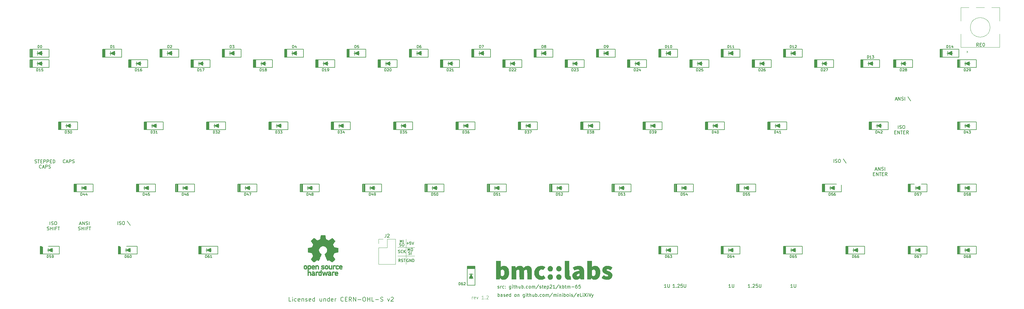
<source format=gto>
%TF.GenerationSoftware,KiCad,Pcbnew,7.0.8*%
%TF.CreationDate,2023-11-19T13:12:32+01:00*%
%TF.ProjectId,mini-eLiXiVy,6d696e69-2d65-44c6-9958-6956792e6b69,1.2*%
%TF.SameCoordinates,Original*%
%TF.FileFunction,Legend,Top*%
%TF.FilePolarity,Positive*%
%FSLAX46Y46*%
G04 Gerber Fmt 4.6, Leading zero omitted, Abs format (unit mm)*
G04 Created by KiCad (PCBNEW 7.0.8) date 2023-11-19 13:12:32*
%MOMM*%
%LPD*%
G01*
G04 APERTURE LIST*
%ADD10C,0.150000*%
%ADD11C,0.200000*%
%ADD12C,0.100000*%
%ADD13C,0.010000*%
%ADD14C,0.120000*%
%ADD15C,0.080000*%
%ADD16R,1.600000X1.600000*%
%ADD17C,1.600000*%
%ADD18R,1.200000X1.200000*%
%ADD19C,1.750000*%
%ADD20C,3.987800*%
%ADD21C,2.250000*%
%ADD22C,3.048000*%
%ADD23C,4.400000*%
%ADD24R,2.000000X2.000000*%
%ADD25C,2.000000*%
%ADD26C,3.200000*%
%ADD27R,1.700000X1.700000*%
%ADD28O,1.700000X1.700000*%
%ADD29C,0.650000*%
%ADD30O,1.000000X1.600000*%
%ADD31O,1.000000X2.100000*%
G04 APERTURE END LIST*
D10*
X23767840Y-85105609D02*
X23767840Y-84105609D01*
X24196411Y-85057990D02*
X24339268Y-85105609D01*
X24339268Y-85105609D02*
X24577363Y-85105609D01*
X24577363Y-85105609D02*
X24672601Y-85057990D01*
X24672601Y-85057990D02*
X24720220Y-85010370D01*
X24720220Y-85010370D02*
X24767839Y-84915132D01*
X24767839Y-84915132D02*
X24767839Y-84819894D01*
X24767839Y-84819894D02*
X24720220Y-84724656D01*
X24720220Y-84724656D02*
X24672601Y-84677037D01*
X24672601Y-84677037D02*
X24577363Y-84629418D01*
X24577363Y-84629418D02*
X24386887Y-84581799D01*
X24386887Y-84581799D02*
X24291649Y-84534180D01*
X24291649Y-84534180D02*
X24244030Y-84486561D01*
X24244030Y-84486561D02*
X24196411Y-84391323D01*
X24196411Y-84391323D02*
X24196411Y-84296085D01*
X24196411Y-84296085D02*
X24244030Y-84200847D01*
X24244030Y-84200847D02*
X24291649Y-84153228D01*
X24291649Y-84153228D02*
X24386887Y-84105609D01*
X24386887Y-84105609D02*
X24624982Y-84105609D01*
X24624982Y-84105609D02*
X24767839Y-84153228D01*
X25386887Y-84105609D02*
X25577363Y-84105609D01*
X25577363Y-84105609D02*
X25672601Y-84153228D01*
X25672601Y-84153228D02*
X25767839Y-84248466D01*
X25767839Y-84248466D02*
X25815458Y-84438942D01*
X25815458Y-84438942D02*
X25815458Y-84772275D01*
X25815458Y-84772275D02*
X25767839Y-84962751D01*
X25767839Y-84962751D02*
X25672601Y-85057990D01*
X25672601Y-85057990D02*
X25577363Y-85105609D01*
X25577363Y-85105609D02*
X25386887Y-85105609D01*
X25386887Y-85105609D02*
X25291649Y-85057990D01*
X25291649Y-85057990D02*
X25196411Y-84962751D01*
X25196411Y-84962751D02*
X25148792Y-84772275D01*
X25148792Y-84772275D02*
X25148792Y-84438942D01*
X25148792Y-84438942D02*
X25196411Y-84248466D01*
X25196411Y-84248466D02*
X25291649Y-84153228D01*
X25291649Y-84153228D02*
X25386887Y-84105609D01*
X22910697Y-86667990D02*
X23053554Y-86715609D01*
X23053554Y-86715609D02*
X23291649Y-86715609D01*
X23291649Y-86715609D02*
X23386887Y-86667990D01*
X23386887Y-86667990D02*
X23434506Y-86620370D01*
X23434506Y-86620370D02*
X23482125Y-86525132D01*
X23482125Y-86525132D02*
X23482125Y-86429894D01*
X23482125Y-86429894D02*
X23434506Y-86334656D01*
X23434506Y-86334656D02*
X23386887Y-86287037D01*
X23386887Y-86287037D02*
X23291649Y-86239418D01*
X23291649Y-86239418D02*
X23101173Y-86191799D01*
X23101173Y-86191799D02*
X23005935Y-86144180D01*
X23005935Y-86144180D02*
X22958316Y-86096561D01*
X22958316Y-86096561D02*
X22910697Y-86001323D01*
X22910697Y-86001323D02*
X22910697Y-85906085D01*
X22910697Y-85906085D02*
X22958316Y-85810847D01*
X22958316Y-85810847D02*
X23005935Y-85763228D01*
X23005935Y-85763228D02*
X23101173Y-85715609D01*
X23101173Y-85715609D02*
X23339268Y-85715609D01*
X23339268Y-85715609D02*
X23482125Y-85763228D01*
X23910697Y-86715609D02*
X23910697Y-85715609D01*
X23910697Y-86191799D02*
X24482125Y-86191799D01*
X24482125Y-86715609D02*
X24482125Y-85715609D01*
X24958316Y-86715609D02*
X24958316Y-85715609D01*
X25767839Y-86191799D02*
X25434506Y-86191799D01*
X25434506Y-86715609D02*
X25434506Y-85715609D01*
X25434506Y-85715609D02*
X25910696Y-85715609D01*
X26148792Y-85715609D02*
X26720220Y-85715609D01*
X26434506Y-86715609D02*
X26434506Y-85715609D01*
X19143411Y-66120990D02*
X19286268Y-66168609D01*
X19286268Y-66168609D02*
X19524363Y-66168609D01*
X19524363Y-66168609D02*
X19619601Y-66120990D01*
X19619601Y-66120990D02*
X19667220Y-66073370D01*
X19667220Y-66073370D02*
X19714839Y-65978132D01*
X19714839Y-65978132D02*
X19714839Y-65882894D01*
X19714839Y-65882894D02*
X19667220Y-65787656D01*
X19667220Y-65787656D02*
X19619601Y-65740037D01*
X19619601Y-65740037D02*
X19524363Y-65692418D01*
X19524363Y-65692418D02*
X19333887Y-65644799D01*
X19333887Y-65644799D02*
X19238649Y-65597180D01*
X19238649Y-65597180D02*
X19191030Y-65549561D01*
X19191030Y-65549561D02*
X19143411Y-65454323D01*
X19143411Y-65454323D02*
X19143411Y-65359085D01*
X19143411Y-65359085D02*
X19191030Y-65263847D01*
X19191030Y-65263847D02*
X19238649Y-65216228D01*
X19238649Y-65216228D02*
X19333887Y-65168609D01*
X19333887Y-65168609D02*
X19571982Y-65168609D01*
X19571982Y-65168609D02*
X19714839Y-65216228D01*
X20000554Y-65168609D02*
X20571982Y-65168609D01*
X20286268Y-66168609D02*
X20286268Y-65168609D01*
X20905316Y-65644799D02*
X21238649Y-65644799D01*
X21381506Y-66168609D02*
X20905316Y-66168609D01*
X20905316Y-66168609D02*
X20905316Y-65168609D01*
X20905316Y-65168609D02*
X21381506Y-65168609D01*
X21810078Y-66168609D02*
X21810078Y-65168609D01*
X21810078Y-65168609D02*
X22191030Y-65168609D01*
X22191030Y-65168609D02*
X22286268Y-65216228D01*
X22286268Y-65216228D02*
X22333887Y-65263847D01*
X22333887Y-65263847D02*
X22381506Y-65359085D01*
X22381506Y-65359085D02*
X22381506Y-65501942D01*
X22381506Y-65501942D02*
X22333887Y-65597180D01*
X22333887Y-65597180D02*
X22286268Y-65644799D01*
X22286268Y-65644799D02*
X22191030Y-65692418D01*
X22191030Y-65692418D02*
X21810078Y-65692418D01*
X22810078Y-66168609D02*
X22810078Y-65168609D01*
X22810078Y-65168609D02*
X23191030Y-65168609D01*
X23191030Y-65168609D02*
X23286268Y-65216228D01*
X23286268Y-65216228D02*
X23333887Y-65263847D01*
X23333887Y-65263847D02*
X23381506Y-65359085D01*
X23381506Y-65359085D02*
X23381506Y-65501942D01*
X23381506Y-65501942D02*
X23333887Y-65597180D01*
X23333887Y-65597180D02*
X23286268Y-65644799D01*
X23286268Y-65644799D02*
X23191030Y-65692418D01*
X23191030Y-65692418D02*
X22810078Y-65692418D01*
X23810078Y-65644799D02*
X24143411Y-65644799D01*
X24286268Y-66168609D02*
X23810078Y-66168609D01*
X23810078Y-66168609D02*
X23810078Y-65168609D01*
X23810078Y-65168609D02*
X24286268Y-65168609D01*
X24714840Y-66168609D02*
X24714840Y-65168609D01*
X24714840Y-65168609D02*
X24952935Y-65168609D01*
X24952935Y-65168609D02*
X25095792Y-65216228D01*
X25095792Y-65216228D02*
X25191030Y-65311466D01*
X25191030Y-65311466D02*
X25238649Y-65406704D01*
X25238649Y-65406704D02*
X25286268Y-65597180D01*
X25286268Y-65597180D02*
X25286268Y-65740037D01*
X25286268Y-65740037D02*
X25238649Y-65930513D01*
X25238649Y-65930513D02*
X25191030Y-66025751D01*
X25191030Y-66025751D02*
X25095792Y-66120990D01*
X25095792Y-66120990D02*
X24952935Y-66168609D01*
X24952935Y-66168609D02*
X24714840Y-66168609D01*
X21119601Y-67683370D02*
X21071982Y-67730990D01*
X21071982Y-67730990D02*
X20929125Y-67778609D01*
X20929125Y-67778609D02*
X20833887Y-67778609D01*
X20833887Y-67778609D02*
X20691030Y-67730990D01*
X20691030Y-67730990D02*
X20595792Y-67635751D01*
X20595792Y-67635751D02*
X20548173Y-67540513D01*
X20548173Y-67540513D02*
X20500554Y-67350037D01*
X20500554Y-67350037D02*
X20500554Y-67207180D01*
X20500554Y-67207180D02*
X20548173Y-67016704D01*
X20548173Y-67016704D02*
X20595792Y-66921466D01*
X20595792Y-66921466D02*
X20691030Y-66826228D01*
X20691030Y-66826228D02*
X20833887Y-66778609D01*
X20833887Y-66778609D02*
X20929125Y-66778609D01*
X20929125Y-66778609D02*
X21071982Y-66826228D01*
X21071982Y-66826228D02*
X21119601Y-66873847D01*
X21500554Y-67492894D02*
X21976744Y-67492894D01*
X21405316Y-67778609D02*
X21738649Y-66778609D01*
X21738649Y-66778609D02*
X22071982Y-67778609D01*
X22405316Y-67778609D02*
X22405316Y-66778609D01*
X22405316Y-66778609D02*
X22786268Y-66778609D01*
X22786268Y-66778609D02*
X22881506Y-66826228D01*
X22881506Y-66826228D02*
X22929125Y-66873847D01*
X22929125Y-66873847D02*
X22976744Y-66969085D01*
X22976744Y-66969085D02*
X22976744Y-67111942D01*
X22976744Y-67111942D02*
X22929125Y-67207180D01*
X22929125Y-67207180D02*
X22881506Y-67254799D01*
X22881506Y-67254799D02*
X22786268Y-67302418D01*
X22786268Y-67302418D02*
X22405316Y-67302418D01*
X23357697Y-67730990D02*
X23500554Y-67778609D01*
X23500554Y-67778609D02*
X23738649Y-67778609D01*
X23738649Y-67778609D02*
X23833887Y-67730990D01*
X23833887Y-67730990D02*
X23881506Y-67683370D01*
X23881506Y-67683370D02*
X23929125Y-67588132D01*
X23929125Y-67588132D02*
X23929125Y-67492894D01*
X23929125Y-67492894D02*
X23881506Y-67397656D01*
X23881506Y-67397656D02*
X23833887Y-67350037D01*
X23833887Y-67350037D02*
X23738649Y-67302418D01*
X23738649Y-67302418D02*
X23548173Y-67254799D01*
X23548173Y-67254799D02*
X23452935Y-67207180D01*
X23452935Y-67207180D02*
X23405316Y-67159561D01*
X23405316Y-67159561D02*
X23357697Y-67064323D01*
X23357697Y-67064323D02*
X23357697Y-66969085D01*
X23357697Y-66969085D02*
X23405316Y-66873847D01*
X23405316Y-66873847D02*
X23452935Y-66826228D01*
X23452935Y-66826228D02*
X23548173Y-66778609D01*
X23548173Y-66778609D02*
X23786268Y-66778609D01*
X23786268Y-66778609D02*
X23929125Y-66826228D01*
X32816650Y-84819894D02*
X33292840Y-84819894D01*
X32721412Y-85105609D02*
X33054745Y-84105609D01*
X33054745Y-84105609D02*
X33388078Y-85105609D01*
X33721412Y-85105609D02*
X33721412Y-84105609D01*
X33721412Y-84105609D02*
X34292840Y-85105609D01*
X34292840Y-85105609D02*
X34292840Y-84105609D01*
X34721412Y-85057990D02*
X34864269Y-85105609D01*
X34864269Y-85105609D02*
X35102364Y-85105609D01*
X35102364Y-85105609D02*
X35197602Y-85057990D01*
X35197602Y-85057990D02*
X35245221Y-85010370D01*
X35245221Y-85010370D02*
X35292840Y-84915132D01*
X35292840Y-84915132D02*
X35292840Y-84819894D01*
X35292840Y-84819894D02*
X35245221Y-84724656D01*
X35245221Y-84724656D02*
X35197602Y-84677037D01*
X35197602Y-84677037D02*
X35102364Y-84629418D01*
X35102364Y-84629418D02*
X34911888Y-84581799D01*
X34911888Y-84581799D02*
X34816650Y-84534180D01*
X34816650Y-84534180D02*
X34769031Y-84486561D01*
X34769031Y-84486561D02*
X34721412Y-84391323D01*
X34721412Y-84391323D02*
X34721412Y-84296085D01*
X34721412Y-84296085D02*
X34769031Y-84200847D01*
X34769031Y-84200847D02*
X34816650Y-84153228D01*
X34816650Y-84153228D02*
X34911888Y-84105609D01*
X34911888Y-84105609D02*
X35149983Y-84105609D01*
X35149983Y-84105609D02*
X35292840Y-84153228D01*
X35721412Y-85105609D02*
X35721412Y-84105609D01*
X32435697Y-86667990D02*
X32578554Y-86715609D01*
X32578554Y-86715609D02*
X32816649Y-86715609D01*
X32816649Y-86715609D02*
X32911887Y-86667990D01*
X32911887Y-86667990D02*
X32959506Y-86620370D01*
X32959506Y-86620370D02*
X33007125Y-86525132D01*
X33007125Y-86525132D02*
X33007125Y-86429894D01*
X33007125Y-86429894D02*
X32959506Y-86334656D01*
X32959506Y-86334656D02*
X32911887Y-86287037D01*
X32911887Y-86287037D02*
X32816649Y-86239418D01*
X32816649Y-86239418D02*
X32626173Y-86191799D01*
X32626173Y-86191799D02*
X32530935Y-86144180D01*
X32530935Y-86144180D02*
X32483316Y-86096561D01*
X32483316Y-86096561D02*
X32435697Y-86001323D01*
X32435697Y-86001323D02*
X32435697Y-85906085D01*
X32435697Y-85906085D02*
X32483316Y-85810847D01*
X32483316Y-85810847D02*
X32530935Y-85763228D01*
X32530935Y-85763228D02*
X32626173Y-85715609D01*
X32626173Y-85715609D02*
X32864268Y-85715609D01*
X32864268Y-85715609D02*
X33007125Y-85763228D01*
X33435697Y-86715609D02*
X33435697Y-85715609D01*
X33435697Y-86191799D02*
X34007125Y-86191799D01*
X34007125Y-86715609D02*
X34007125Y-85715609D01*
X34483316Y-86715609D02*
X34483316Y-85715609D01*
X35292839Y-86191799D02*
X34959506Y-86191799D01*
X34959506Y-86715609D02*
X34959506Y-85715609D01*
X34959506Y-85715609D02*
X35435696Y-85715609D01*
X35673792Y-85715609D02*
X36245220Y-85715609D01*
X35959506Y-86715609D02*
X35959506Y-85715609D01*
X250636744Y-104308109D02*
X250065316Y-104308109D01*
X250351030Y-104308109D02*
X250351030Y-103308109D01*
X250351030Y-103308109D02*
X250255792Y-103450966D01*
X250255792Y-103450966D02*
X250160554Y-103546204D01*
X250160554Y-103546204D02*
X250065316Y-103593823D01*
X251065316Y-103308109D02*
X251065316Y-104117632D01*
X251065316Y-104117632D02*
X251112935Y-104212870D01*
X251112935Y-104212870D02*
X251160554Y-104260490D01*
X251160554Y-104260490D02*
X251255792Y-104308109D01*
X251255792Y-104308109D02*
X251446268Y-104308109D01*
X251446268Y-104308109D02*
X251541506Y-104260490D01*
X251541506Y-104260490D02*
X251589125Y-104212870D01*
X251589125Y-104212870D02*
X251636744Y-104117632D01*
X251636744Y-104117632D02*
X251636744Y-103308109D01*
X212028744Y-104308109D02*
X211457316Y-104308109D01*
X211743030Y-104308109D02*
X211743030Y-103308109D01*
X211743030Y-103308109D02*
X211647792Y-103450966D01*
X211647792Y-103450966D02*
X211552554Y-103546204D01*
X211552554Y-103546204D02*
X211457316Y-103593823D01*
X212457316Y-103308109D02*
X212457316Y-104117632D01*
X212457316Y-104117632D02*
X212504935Y-104212870D01*
X212504935Y-104212870D02*
X212552554Y-104260490D01*
X212552554Y-104260490D02*
X212647792Y-104308109D01*
X212647792Y-104308109D02*
X212838268Y-104308109D01*
X212838268Y-104308109D02*
X212933506Y-104260490D01*
X212933506Y-104260490D02*
X212981125Y-104212870D01*
X212981125Y-104212870D02*
X213028744Y-104117632D01*
X213028744Y-104117632D02*
X213028744Y-103308109D01*
X282029524Y-46669104D02*
X282505714Y-46669104D01*
X281934286Y-46954819D02*
X282267619Y-45954819D01*
X282267619Y-45954819D02*
X282600952Y-46954819D01*
X282934286Y-46954819D02*
X282934286Y-45954819D01*
X282934286Y-45954819D02*
X283505714Y-46954819D01*
X283505714Y-46954819D02*
X283505714Y-45954819D01*
X283934286Y-46907200D02*
X284077143Y-46954819D01*
X284077143Y-46954819D02*
X284315238Y-46954819D01*
X284315238Y-46954819D02*
X284410476Y-46907200D01*
X284410476Y-46907200D02*
X284458095Y-46859580D01*
X284458095Y-46859580D02*
X284505714Y-46764342D01*
X284505714Y-46764342D02*
X284505714Y-46669104D01*
X284505714Y-46669104D02*
X284458095Y-46573866D01*
X284458095Y-46573866D02*
X284410476Y-46526247D01*
X284410476Y-46526247D02*
X284315238Y-46478628D01*
X284315238Y-46478628D02*
X284124762Y-46431009D01*
X284124762Y-46431009D02*
X284029524Y-46383390D01*
X284029524Y-46383390D02*
X283981905Y-46335771D01*
X283981905Y-46335771D02*
X283934286Y-46240533D01*
X283934286Y-46240533D02*
X283934286Y-46145295D01*
X283934286Y-46145295D02*
X283981905Y-46050057D01*
X283981905Y-46050057D02*
X284029524Y-46002438D01*
X284029524Y-46002438D02*
X284124762Y-45954819D01*
X284124762Y-45954819D02*
X284362857Y-45954819D01*
X284362857Y-45954819D02*
X284505714Y-46002438D01*
X284934286Y-46954819D02*
X284934286Y-45954819D01*
X285839047Y-45859580D02*
X286696190Y-47145295D01*
X282890000Y-55649819D02*
X282890000Y-54649819D01*
X283318571Y-55602200D02*
X283461428Y-55649819D01*
X283461428Y-55649819D02*
X283699523Y-55649819D01*
X283699523Y-55649819D02*
X283794761Y-55602200D01*
X283794761Y-55602200D02*
X283842380Y-55554580D01*
X283842380Y-55554580D02*
X283889999Y-55459342D01*
X283889999Y-55459342D02*
X283889999Y-55364104D01*
X283889999Y-55364104D02*
X283842380Y-55268866D01*
X283842380Y-55268866D02*
X283794761Y-55221247D01*
X283794761Y-55221247D02*
X283699523Y-55173628D01*
X283699523Y-55173628D02*
X283509047Y-55126009D01*
X283509047Y-55126009D02*
X283413809Y-55078390D01*
X283413809Y-55078390D02*
X283366190Y-55030771D01*
X283366190Y-55030771D02*
X283318571Y-54935533D01*
X283318571Y-54935533D02*
X283318571Y-54840295D01*
X283318571Y-54840295D02*
X283366190Y-54745057D01*
X283366190Y-54745057D02*
X283413809Y-54697438D01*
X283413809Y-54697438D02*
X283509047Y-54649819D01*
X283509047Y-54649819D02*
X283747142Y-54649819D01*
X283747142Y-54649819D02*
X283889999Y-54697438D01*
X284509047Y-54649819D02*
X284699523Y-54649819D01*
X284699523Y-54649819D02*
X284794761Y-54697438D01*
X284794761Y-54697438D02*
X284889999Y-54792676D01*
X284889999Y-54792676D02*
X284937618Y-54983152D01*
X284937618Y-54983152D02*
X284937618Y-55316485D01*
X284937618Y-55316485D02*
X284889999Y-55506961D01*
X284889999Y-55506961D02*
X284794761Y-55602200D01*
X284794761Y-55602200D02*
X284699523Y-55649819D01*
X284699523Y-55649819D02*
X284509047Y-55649819D01*
X284509047Y-55649819D02*
X284413809Y-55602200D01*
X284413809Y-55602200D02*
X284318571Y-55506961D01*
X284318571Y-55506961D02*
X284270952Y-55316485D01*
X284270952Y-55316485D02*
X284270952Y-54983152D01*
X284270952Y-54983152D02*
X284318571Y-54792676D01*
X284318571Y-54792676D02*
X284413809Y-54697438D01*
X284413809Y-54697438D02*
X284509047Y-54649819D01*
X281818571Y-56736009D02*
X282151904Y-56736009D01*
X282294761Y-57259819D02*
X281818571Y-57259819D01*
X281818571Y-57259819D02*
X281818571Y-56259819D01*
X281818571Y-56259819D02*
X282294761Y-56259819D01*
X282723333Y-57259819D02*
X282723333Y-56259819D01*
X282723333Y-56259819D02*
X283294761Y-57259819D01*
X283294761Y-57259819D02*
X283294761Y-56259819D01*
X283628095Y-56259819D02*
X284199523Y-56259819D01*
X283913809Y-57259819D02*
X283913809Y-56259819D01*
X284532857Y-56736009D02*
X284866190Y-56736009D01*
X285009047Y-57259819D02*
X284532857Y-57259819D01*
X284532857Y-57259819D02*
X284532857Y-56259819D01*
X284532857Y-56259819D02*
X285009047Y-56259819D01*
X286009047Y-57259819D02*
X285675714Y-56783628D01*
X285437619Y-57259819D02*
X285437619Y-56259819D01*
X285437619Y-56259819D02*
X285818571Y-56259819D01*
X285818571Y-56259819D02*
X285913809Y-56307438D01*
X285913809Y-56307438D02*
X285961428Y-56355057D01*
X285961428Y-56355057D02*
X286009047Y-56450295D01*
X286009047Y-56450295D02*
X286009047Y-56593152D01*
X286009047Y-56593152D02*
X285961428Y-56688390D01*
X285961428Y-56688390D02*
X285913809Y-56736009D01*
X285913809Y-56736009D02*
X285818571Y-56783628D01*
X285818571Y-56783628D02*
X285437619Y-56783628D01*
X214648268Y-104308109D02*
X214076840Y-104308109D01*
X214362554Y-104308109D02*
X214362554Y-103308109D01*
X214362554Y-103308109D02*
X214267316Y-103450966D01*
X214267316Y-103450966D02*
X214172078Y-103546204D01*
X214172078Y-103546204D02*
X214076840Y-103593823D01*
X215076840Y-104212870D02*
X215124459Y-104260490D01*
X215124459Y-104260490D02*
X215076840Y-104308109D01*
X215076840Y-104308109D02*
X215029221Y-104260490D01*
X215029221Y-104260490D02*
X215076840Y-104212870D01*
X215076840Y-104212870D02*
X215076840Y-104308109D01*
X215505411Y-103403347D02*
X215553030Y-103355728D01*
X215553030Y-103355728D02*
X215648268Y-103308109D01*
X215648268Y-103308109D02*
X215886363Y-103308109D01*
X215886363Y-103308109D02*
X215981601Y-103355728D01*
X215981601Y-103355728D02*
X216029220Y-103403347D01*
X216029220Y-103403347D02*
X216076839Y-103498585D01*
X216076839Y-103498585D02*
X216076839Y-103593823D01*
X216076839Y-103593823D02*
X216029220Y-103736680D01*
X216029220Y-103736680D02*
X215457792Y-104308109D01*
X215457792Y-104308109D02*
X216076839Y-104308109D01*
X216981601Y-103308109D02*
X216505411Y-103308109D01*
X216505411Y-103308109D02*
X216457792Y-103784299D01*
X216457792Y-103784299D02*
X216505411Y-103736680D01*
X216505411Y-103736680D02*
X216600649Y-103689061D01*
X216600649Y-103689061D02*
X216838744Y-103689061D01*
X216838744Y-103689061D02*
X216933982Y-103736680D01*
X216933982Y-103736680D02*
X216981601Y-103784299D01*
X216981601Y-103784299D02*
X217029220Y-103879537D01*
X217029220Y-103879537D02*
X217029220Y-104117632D01*
X217029220Y-104117632D02*
X216981601Y-104212870D01*
X216981601Y-104212870D02*
X216933982Y-104260490D01*
X216933982Y-104260490D02*
X216838744Y-104308109D01*
X216838744Y-104308109D02*
X216600649Y-104308109D01*
X216600649Y-104308109D02*
X216505411Y-104260490D01*
X216505411Y-104260490D02*
X216457792Y-104212870D01*
X217457792Y-103308109D02*
X217457792Y-104117632D01*
X217457792Y-104117632D02*
X217505411Y-104212870D01*
X217505411Y-104212870D02*
X217553030Y-104260490D01*
X217553030Y-104260490D02*
X217648268Y-104308109D01*
X217648268Y-104308109D02*
X217838744Y-104308109D01*
X217838744Y-104308109D02*
X217933982Y-104260490D01*
X217933982Y-104260490D02*
X217981601Y-104212870D01*
X217981601Y-104212870D02*
X218029220Y-104117632D01*
X218029220Y-104117632D02*
X218029220Y-103308109D01*
X263215714Y-66034819D02*
X263215714Y-65034819D01*
X263644285Y-65987200D02*
X263787142Y-66034819D01*
X263787142Y-66034819D02*
X264025237Y-66034819D01*
X264025237Y-66034819D02*
X264120475Y-65987200D01*
X264120475Y-65987200D02*
X264168094Y-65939580D01*
X264168094Y-65939580D02*
X264215713Y-65844342D01*
X264215713Y-65844342D02*
X264215713Y-65749104D01*
X264215713Y-65749104D02*
X264168094Y-65653866D01*
X264168094Y-65653866D02*
X264120475Y-65606247D01*
X264120475Y-65606247D02*
X264025237Y-65558628D01*
X264025237Y-65558628D02*
X263834761Y-65511009D01*
X263834761Y-65511009D02*
X263739523Y-65463390D01*
X263739523Y-65463390D02*
X263691904Y-65415771D01*
X263691904Y-65415771D02*
X263644285Y-65320533D01*
X263644285Y-65320533D02*
X263644285Y-65225295D01*
X263644285Y-65225295D02*
X263691904Y-65130057D01*
X263691904Y-65130057D02*
X263739523Y-65082438D01*
X263739523Y-65082438D02*
X263834761Y-65034819D01*
X263834761Y-65034819D02*
X264072856Y-65034819D01*
X264072856Y-65034819D02*
X264215713Y-65082438D01*
X264834761Y-65034819D02*
X265025237Y-65034819D01*
X265025237Y-65034819D02*
X265120475Y-65082438D01*
X265120475Y-65082438D02*
X265215713Y-65177676D01*
X265215713Y-65177676D02*
X265263332Y-65368152D01*
X265263332Y-65368152D02*
X265263332Y-65701485D01*
X265263332Y-65701485D02*
X265215713Y-65891961D01*
X265215713Y-65891961D02*
X265120475Y-65987200D01*
X265120475Y-65987200D02*
X265025237Y-66034819D01*
X265025237Y-66034819D02*
X264834761Y-66034819D01*
X264834761Y-66034819D02*
X264739523Y-65987200D01*
X264739523Y-65987200D02*
X264644285Y-65891961D01*
X264644285Y-65891961D02*
X264596666Y-65701485D01*
X264596666Y-65701485D02*
X264596666Y-65368152D01*
X264596666Y-65368152D02*
X264644285Y-65177676D01*
X264644285Y-65177676D02*
X264739523Y-65082438D01*
X264739523Y-65082438D02*
X264834761Y-65034819D01*
X266120475Y-64939580D02*
X266977618Y-66225295D01*
X275903810Y-68164104D02*
X276380000Y-68164104D01*
X275808572Y-68449819D02*
X276141905Y-67449819D01*
X276141905Y-67449819D02*
X276475238Y-68449819D01*
X276808572Y-68449819D02*
X276808572Y-67449819D01*
X276808572Y-67449819D02*
X277380000Y-68449819D01*
X277380000Y-68449819D02*
X277380000Y-67449819D01*
X277808572Y-68402200D02*
X277951429Y-68449819D01*
X277951429Y-68449819D02*
X278189524Y-68449819D01*
X278189524Y-68449819D02*
X278284762Y-68402200D01*
X278284762Y-68402200D02*
X278332381Y-68354580D01*
X278332381Y-68354580D02*
X278380000Y-68259342D01*
X278380000Y-68259342D02*
X278380000Y-68164104D01*
X278380000Y-68164104D02*
X278332381Y-68068866D01*
X278332381Y-68068866D02*
X278284762Y-68021247D01*
X278284762Y-68021247D02*
X278189524Y-67973628D01*
X278189524Y-67973628D02*
X277999048Y-67926009D01*
X277999048Y-67926009D02*
X277903810Y-67878390D01*
X277903810Y-67878390D02*
X277856191Y-67830771D01*
X277856191Y-67830771D02*
X277808572Y-67735533D01*
X277808572Y-67735533D02*
X277808572Y-67640295D01*
X277808572Y-67640295D02*
X277856191Y-67545057D01*
X277856191Y-67545057D02*
X277903810Y-67497438D01*
X277903810Y-67497438D02*
X277999048Y-67449819D01*
X277999048Y-67449819D02*
X278237143Y-67449819D01*
X278237143Y-67449819D02*
X278380000Y-67497438D01*
X278808572Y-68449819D02*
X278808572Y-67449819D01*
X275308571Y-69536009D02*
X275641904Y-69536009D01*
X275784761Y-70059819D02*
X275308571Y-70059819D01*
X275308571Y-70059819D02*
X275308571Y-69059819D01*
X275308571Y-69059819D02*
X275784761Y-69059819D01*
X276213333Y-70059819D02*
X276213333Y-69059819D01*
X276213333Y-69059819D02*
X276784761Y-70059819D01*
X276784761Y-70059819D02*
X276784761Y-69059819D01*
X277118095Y-69059819D02*
X277689523Y-69059819D01*
X277403809Y-70059819D02*
X277403809Y-69059819D01*
X278022857Y-69536009D02*
X278356190Y-69536009D01*
X278499047Y-70059819D02*
X278022857Y-70059819D01*
X278022857Y-70059819D02*
X278022857Y-69059819D01*
X278022857Y-69059819D02*
X278499047Y-69059819D01*
X279499047Y-70059819D02*
X279165714Y-69583628D01*
X278927619Y-70059819D02*
X278927619Y-69059819D01*
X278927619Y-69059819D02*
X279308571Y-69059819D01*
X279308571Y-69059819D02*
X279403809Y-69107438D01*
X279403809Y-69107438D02*
X279451428Y-69155057D01*
X279451428Y-69155057D02*
X279499047Y-69250295D01*
X279499047Y-69250295D02*
X279499047Y-69393152D01*
X279499047Y-69393152D02*
X279451428Y-69488390D01*
X279451428Y-69488390D02*
X279403809Y-69536009D01*
X279403809Y-69536009D02*
X279308571Y-69583628D01*
X279308571Y-69583628D02*
X278927619Y-69583628D01*
X231713744Y-104308109D02*
X231142316Y-104308109D01*
X231428030Y-104308109D02*
X231428030Y-103308109D01*
X231428030Y-103308109D02*
X231332792Y-103450966D01*
X231332792Y-103450966D02*
X231237554Y-103546204D01*
X231237554Y-103546204D02*
X231142316Y-103593823D01*
X232142316Y-103308109D02*
X232142316Y-104117632D01*
X232142316Y-104117632D02*
X232189935Y-104212870D01*
X232189935Y-104212870D02*
X232237554Y-104260490D01*
X232237554Y-104260490D02*
X232332792Y-104308109D01*
X232332792Y-104308109D02*
X232523268Y-104308109D01*
X232523268Y-104308109D02*
X232618506Y-104260490D01*
X232618506Y-104260490D02*
X232666125Y-104212870D01*
X232666125Y-104212870D02*
X232713744Y-104117632D01*
X232713744Y-104117632D02*
X232713744Y-103308109D01*
X237635268Y-104308109D02*
X237063840Y-104308109D01*
X237349554Y-104308109D02*
X237349554Y-103308109D01*
X237349554Y-103308109D02*
X237254316Y-103450966D01*
X237254316Y-103450966D02*
X237159078Y-103546204D01*
X237159078Y-103546204D02*
X237063840Y-103593823D01*
X238063840Y-104212870D02*
X238111459Y-104260490D01*
X238111459Y-104260490D02*
X238063840Y-104308109D01*
X238063840Y-104308109D02*
X238016221Y-104260490D01*
X238016221Y-104260490D02*
X238063840Y-104212870D01*
X238063840Y-104212870D02*
X238063840Y-104308109D01*
X238492411Y-103403347D02*
X238540030Y-103355728D01*
X238540030Y-103355728D02*
X238635268Y-103308109D01*
X238635268Y-103308109D02*
X238873363Y-103308109D01*
X238873363Y-103308109D02*
X238968601Y-103355728D01*
X238968601Y-103355728D02*
X239016220Y-103403347D01*
X239016220Y-103403347D02*
X239063839Y-103498585D01*
X239063839Y-103498585D02*
X239063839Y-103593823D01*
X239063839Y-103593823D02*
X239016220Y-103736680D01*
X239016220Y-103736680D02*
X238444792Y-104308109D01*
X238444792Y-104308109D02*
X239063839Y-104308109D01*
X239968601Y-103308109D02*
X239492411Y-103308109D01*
X239492411Y-103308109D02*
X239444792Y-103784299D01*
X239444792Y-103784299D02*
X239492411Y-103736680D01*
X239492411Y-103736680D02*
X239587649Y-103689061D01*
X239587649Y-103689061D02*
X239825744Y-103689061D01*
X239825744Y-103689061D02*
X239920982Y-103736680D01*
X239920982Y-103736680D02*
X239968601Y-103784299D01*
X239968601Y-103784299D02*
X240016220Y-103879537D01*
X240016220Y-103879537D02*
X240016220Y-104117632D01*
X240016220Y-104117632D02*
X239968601Y-104212870D01*
X239968601Y-104212870D02*
X239920982Y-104260490D01*
X239920982Y-104260490D02*
X239825744Y-104308109D01*
X239825744Y-104308109D02*
X239587649Y-104308109D01*
X239587649Y-104308109D02*
X239492411Y-104260490D01*
X239492411Y-104260490D02*
X239444792Y-104212870D01*
X240444792Y-103308109D02*
X240444792Y-104117632D01*
X240444792Y-104117632D02*
X240492411Y-104212870D01*
X240492411Y-104212870D02*
X240540030Y-104260490D01*
X240540030Y-104260490D02*
X240635268Y-104308109D01*
X240635268Y-104308109D02*
X240825744Y-104308109D01*
X240825744Y-104308109D02*
X240920982Y-104260490D01*
X240920982Y-104260490D02*
X240968601Y-104212870D01*
X240968601Y-104212870D02*
X241016220Y-104117632D01*
X241016220Y-104117632D02*
X241016220Y-103308109D01*
X28384001Y-66049580D02*
X28336382Y-66097200D01*
X28336382Y-66097200D02*
X28193525Y-66144819D01*
X28193525Y-66144819D02*
X28098287Y-66144819D01*
X28098287Y-66144819D02*
X27955430Y-66097200D01*
X27955430Y-66097200D02*
X27860192Y-66001961D01*
X27860192Y-66001961D02*
X27812573Y-65906723D01*
X27812573Y-65906723D02*
X27764954Y-65716247D01*
X27764954Y-65716247D02*
X27764954Y-65573390D01*
X27764954Y-65573390D02*
X27812573Y-65382914D01*
X27812573Y-65382914D02*
X27860192Y-65287676D01*
X27860192Y-65287676D02*
X27955430Y-65192438D01*
X27955430Y-65192438D02*
X28098287Y-65144819D01*
X28098287Y-65144819D02*
X28193525Y-65144819D01*
X28193525Y-65144819D02*
X28336382Y-65192438D01*
X28336382Y-65192438D02*
X28384001Y-65240057D01*
X28764954Y-65859104D02*
X29241144Y-65859104D01*
X28669716Y-66144819D02*
X29003049Y-65144819D01*
X29003049Y-65144819D02*
X29336382Y-66144819D01*
X29669716Y-66144819D02*
X29669716Y-65144819D01*
X29669716Y-65144819D02*
X30050668Y-65144819D01*
X30050668Y-65144819D02*
X30145906Y-65192438D01*
X30145906Y-65192438D02*
X30193525Y-65240057D01*
X30193525Y-65240057D02*
X30241144Y-65335295D01*
X30241144Y-65335295D02*
X30241144Y-65478152D01*
X30241144Y-65478152D02*
X30193525Y-65573390D01*
X30193525Y-65573390D02*
X30145906Y-65621009D01*
X30145906Y-65621009D02*
X30050668Y-65668628D01*
X30050668Y-65668628D02*
X29669716Y-65668628D01*
X30622097Y-66097200D02*
X30764954Y-66144819D01*
X30764954Y-66144819D02*
X31003049Y-66144819D01*
X31003049Y-66144819D02*
X31098287Y-66097200D01*
X31098287Y-66097200D02*
X31145906Y-66049580D01*
X31145906Y-66049580D02*
X31193525Y-65954342D01*
X31193525Y-65954342D02*
X31193525Y-65859104D01*
X31193525Y-65859104D02*
X31145906Y-65763866D01*
X31145906Y-65763866D02*
X31098287Y-65716247D01*
X31098287Y-65716247D02*
X31003049Y-65668628D01*
X31003049Y-65668628D02*
X30812573Y-65621009D01*
X30812573Y-65621009D02*
X30717335Y-65573390D01*
X30717335Y-65573390D02*
X30669716Y-65525771D01*
X30669716Y-65525771D02*
X30622097Y-65430533D01*
X30622097Y-65430533D02*
X30622097Y-65335295D01*
X30622097Y-65335295D02*
X30669716Y-65240057D01*
X30669716Y-65240057D02*
X30717335Y-65192438D01*
X30717335Y-65192438D02*
X30812573Y-65144819D01*
X30812573Y-65144819D02*
X31050668Y-65144819D01*
X31050668Y-65144819D02*
X31193525Y-65192438D01*
X44485714Y-85054819D02*
X44485714Y-84054819D01*
X44914285Y-85007200D02*
X45057142Y-85054819D01*
X45057142Y-85054819D02*
X45295237Y-85054819D01*
X45295237Y-85054819D02*
X45390475Y-85007200D01*
X45390475Y-85007200D02*
X45438094Y-84959580D01*
X45438094Y-84959580D02*
X45485713Y-84864342D01*
X45485713Y-84864342D02*
X45485713Y-84769104D01*
X45485713Y-84769104D02*
X45438094Y-84673866D01*
X45438094Y-84673866D02*
X45390475Y-84626247D01*
X45390475Y-84626247D02*
X45295237Y-84578628D01*
X45295237Y-84578628D02*
X45104761Y-84531009D01*
X45104761Y-84531009D02*
X45009523Y-84483390D01*
X45009523Y-84483390D02*
X44961904Y-84435771D01*
X44961904Y-84435771D02*
X44914285Y-84340533D01*
X44914285Y-84340533D02*
X44914285Y-84245295D01*
X44914285Y-84245295D02*
X44961904Y-84150057D01*
X44961904Y-84150057D02*
X45009523Y-84102438D01*
X45009523Y-84102438D02*
X45104761Y-84054819D01*
X45104761Y-84054819D02*
X45342856Y-84054819D01*
X45342856Y-84054819D02*
X45485713Y-84102438D01*
X46104761Y-84054819D02*
X46295237Y-84054819D01*
X46295237Y-84054819D02*
X46390475Y-84102438D01*
X46390475Y-84102438D02*
X46485713Y-84197676D01*
X46485713Y-84197676D02*
X46533332Y-84388152D01*
X46533332Y-84388152D02*
X46533332Y-84721485D01*
X46533332Y-84721485D02*
X46485713Y-84911961D01*
X46485713Y-84911961D02*
X46390475Y-85007200D01*
X46390475Y-85007200D02*
X46295237Y-85054819D01*
X46295237Y-85054819D02*
X46104761Y-85054819D01*
X46104761Y-85054819D02*
X46009523Y-85007200D01*
X46009523Y-85007200D02*
X45914285Y-84911961D01*
X45914285Y-84911961D02*
X45866666Y-84721485D01*
X45866666Y-84721485D02*
X45866666Y-84388152D01*
X45866666Y-84388152D02*
X45914285Y-84197676D01*
X45914285Y-84197676D02*
X46009523Y-84102438D01*
X46009523Y-84102438D02*
X46104761Y-84054819D01*
X47390475Y-83959580D02*
X48247618Y-85245295D01*
D11*
X97422024Y-108541004D02*
X96802976Y-108541004D01*
X96802976Y-108541004D02*
X96802976Y-107241004D01*
X97855357Y-108541004D02*
X97855357Y-107674338D01*
X97855357Y-107241004D02*
X97793453Y-107302909D01*
X97793453Y-107302909D02*
X97855357Y-107364814D01*
X97855357Y-107364814D02*
X97917262Y-107302909D01*
X97917262Y-107302909D02*
X97855357Y-107241004D01*
X97855357Y-107241004D02*
X97855357Y-107364814D01*
X99031548Y-108479100D02*
X98907739Y-108541004D01*
X98907739Y-108541004D02*
X98660120Y-108541004D01*
X98660120Y-108541004D02*
X98536310Y-108479100D01*
X98536310Y-108479100D02*
X98474405Y-108417195D01*
X98474405Y-108417195D02*
X98412501Y-108293385D01*
X98412501Y-108293385D02*
X98412501Y-107921957D01*
X98412501Y-107921957D02*
X98474405Y-107798147D01*
X98474405Y-107798147D02*
X98536310Y-107736242D01*
X98536310Y-107736242D02*
X98660120Y-107674338D01*
X98660120Y-107674338D02*
X98907739Y-107674338D01*
X98907739Y-107674338D02*
X99031548Y-107736242D01*
X100083929Y-108479100D02*
X99960120Y-108541004D01*
X99960120Y-108541004D02*
X99712501Y-108541004D01*
X99712501Y-108541004D02*
X99588691Y-108479100D01*
X99588691Y-108479100D02*
X99526787Y-108355290D01*
X99526787Y-108355290D02*
X99526787Y-107860052D01*
X99526787Y-107860052D02*
X99588691Y-107736242D01*
X99588691Y-107736242D02*
X99712501Y-107674338D01*
X99712501Y-107674338D02*
X99960120Y-107674338D01*
X99960120Y-107674338D02*
X100083929Y-107736242D01*
X100083929Y-107736242D02*
X100145834Y-107860052D01*
X100145834Y-107860052D02*
X100145834Y-107983861D01*
X100145834Y-107983861D02*
X99526787Y-108107671D01*
X100702977Y-107674338D02*
X100702977Y-108541004D01*
X100702977Y-107798147D02*
X100764882Y-107736242D01*
X100764882Y-107736242D02*
X100888692Y-107674338D01*
X100888692Y-107674338D02*
X101074406Y-107674338D01*
X101074406Y-107674338D02*
X101198215Y-107736242D01*
X101198215Y-107736242D02*
X101260120Y-107860052D01*
X101260120Y-107860052D02*
X101260120Y-108541004D01*
X101817263Y-108479100D02*
X101941072Y-108541004D01*
X101941072Y-108541004D02*
X102188691Y-108541004D01*
X102188691Y-108541004D02*
X102312501Y-108479100D01*
X102312501Y-108479100D02*
X102374405Y-108355290D01*
X102374405Y-108355290D02*
X102374405Y-108293385D01*
X102374405Y-108293385D02*
X102312501Y-108169576D01*
X102312501Y-108169576D02*
X102188691Y-108107671D01*
X102188691Y-108107671D02*
X102002977Y-108107671D01*
X102002977Y-108107671D02*
X101879167Y-108045766D01*
X101879167Y-108045766D02*
X101817263Y-107921957D01*
X101817263Y-107921957D02*
X101817263Y-107860052D01*
X101817263Y-107860052D02*
X101879167Y-107736242D01*
X101879167Y-107736242D02*
X102002977Y-107674338D01*
X102002977Y-107674338D02*
X102188691Y-107674338D01*
X102188691Y-107674338D02*
X102312501Y-107736242D01*
X103426786Y-108479100D02*
X103302977Y-108541004D01*
X103302977Y-108541004D02*
X103055358Y-108541004D01*
X103055358Y-108541004D02*
X102931548Y-108479100D01*
X102931548Y-108479100D02*
X102869644Y-108355290D01*
X102869644Y-108355290D02*
X102869644Y-107860052D01*
X102869644Y-107860052D02*
X102931548Y-107736242D01*
X102931548Y-107736242D02*
X103055358Y-107674338D01*
X103055358Y-107674338D02*
X103302977Y-107674338D01*
X103302977Y-107674338D02*
X103426786Y-107736242D01*
X103426786Y-107736242D02*
X103488691Y-107860052D01*
X103488691Y-107860052D02*
X103488691Y-107983861D01*
X103488691Y-107983861D02*
X102869644Y-108107671D01*
X104602977Y-108541004D02*
X104602977Y-107241004D01*
X104602977Y-108479100D02*
X104479168Y-108541004D01*
X104479168Y-108541004D02*
X104231549Y-108541004D01*
X104231549Y-108541004D02*
X104107739Y-108479100D01*
X104107739Y-108479100D02*
X104045834Y-108417195D01*
X104045834Y-108417195D02*
X103983930Y-108293385D01*
X103983930Y-108293385D02*
X103983930Y-107921957D01*
X103983930Y-107921957D02*
X104045834Y-107798147D01*
X104045834Y-107798147D02*
X104107739Y-107736242D01*
X104107739Y-107736242D02*
X104231549Y-107674338D01*
X104231549Y-107674338D02*
X104479168Y-107674338D01*
X104479168Y-107674338D02*
X104602977Y-107736242D01*
X106769643Y-107674338D02*
X106769643Y-108541004D01*
X106212500Y-107674338D02*
X106212500Y-108355290D01*
X106212500Y-108355290D02*
X106274405Y-108479100D01*
X106274405Y-108479100D02*
X106398215Y-108541004D01*
X106398215Y-108541004D02*
X106583929Y-108541004D01*
X106583929Y-108541004D02*
X106707738Y-108479100D01*
X106707738Y-108479100D02*
X106769643Y-108417195D01*
X107388690Y-107674338D02*
X107388690Y-108541004D01*
X107388690Y-107798147D02*
X107450595Y-107736242D01*
X107450595Y-107736242D02*
X107574405Y-107674338D01*
X107574405Y-107674338D02*
X107760119Y-107674338D01*
X107760119Y-107674338D02*
X107883928Y-107736242D01*
X107883928Y-107736242D02*
X107945833Y-107860052D01*
X107945833Y-107860052D02*
X107945833Y-108541004D01*
X109122023Y-108541004D02*
X109122023Y-107241004D01*
X109122023Y-108479100D02*
X108998214Y-108541004D01*
X108998214Y-108541004D02*
X108750595Y-108541004D01*
X108750595Y-108541004D02*
X108626785Y-108479100D01*
X108626785Y-108479100D02*
X108564880Y-108417195D01*
X108564880Y-108417195D02*
X108502976Y-108293385D01*
X108502976Y-108293385D02*
X108502976Y-107921957D01*
X108502976Y-107921957D02*
X108564880Y-107798147D01*
X108564880Y-107798147D02*
X108626785Y-107736242D01*
X108626785Y-107736242D02*
X108750595Y-107674338D01*
X108750595Y-107674338D02*
X108998214Y-107674338D01*
X108998214Y-107674338D02*
X109122023Y-107736242D01*
X110236308Y-108479100D02*
X110112499Y-108541004D01*
X110112499Y-108541004D02*
X109864880Y-108541004D01*
X109864880Y-108541004D02*
X109741070Y-108479100D01*
X109741070Y-108479100D02*
X109679166Y-108355290D01*
X109679166Y-108355290D02*
X109679166Y-107860052D01*
X109679166Y-107860052D02*
X109741070Y-107736242D01*
X109741070Y-107736242D02*
X109864880Y-107674338D01*
X109864880Y-107674338D02*
X110112499Y-107674338D01*
X110112499Y-107674338D02*
X110236308Y-107736242D01*
X110236308Y-107736242D02*
X110298213Y-107860052D01*
X110298213Y-107860052D02*
X110298213Y-107983861D01*
X110298213Y-107983861D02*
X109679166Y-108107671D01*
X110855356Y-108541004D02*
X110855356Y-107674338D01*
X110855356Y-107921957D02*
X110917261Y-107798147D01*
X110917261Y-107798147D02*
X110979166Y-107736242D01*
X110979166Y-107736242D02*
X111102975Y-107674338D01*
X111102975Y-107674338D02*
X111226785Y-107674338D01*
X113393451Y-108417195D02*
X113331547Y-108479100D01*
X113331547Y-108479100D02*
X113145832Y-108541004D01*
X113145832Y-108541004D02*
X113022023Y-108541004D01*
X113022023Y-108541004D02*
X112836309Y-108479100D01*
X112836309Y-108479100D02*
X112712499Y-108355290D01*
X112712499Y-108355290D02*
X112650594Y-108231480D01*
X112650594Y-108231480D02*
X112588690Y-107983861D01*
X112588690Y-107983861D02*
X112588690Y-107798147D01*
X112588690Y-107798147D02*
X112650594Y-107550528D01*
X112650594Y-107550528D02*
X112712499Y-107426719D01*
X112712499Y-107426719D02*
X112836309Y-107302909D01*
X112836309Y-107302909D02*
X113022023Y-107241004D01*
X113022023Y-107241004D02*
X113145832Y-107241004D01*
X113145832Y-107241004D02*
X113331547Y-107302909D01*
X113331547Y-107302909D02*
X113393451Y-107364814D01*
X113950594Y-107860052D02*
X114383928Y-107860052D01*
X114569642Y-108541004D02*
X113950594Y-108541004D01*
X113950594Y-108541004D02*
X113950594Y-107241004D01*
X113950594Y-107241004D02*
X114569642Y-107241004D01*
X115869641Y-108541004D02*
X115436308Y-107921957D01*
X115126784Y-108541004D02*
X115126784Y-107241004D01*
X115126784Y-107241004D02*
X115622022Y-107241004D01*
X115622022Y-107241004D02*
X115745832Y-107302909D01*
X115745832Y-107302909D02*
X115807737Y-107364814D01*
X115807737Y-107364814D02*
X115869641Y-107488623D01*
X115869641Y-107488623D02*
X115869641Y-107674338D01*
X115869641Y-107674338D02*
X115807737Y-107798147D01*
X115807737Y-107798147D02*
X115745832Y-107860052D01*
X115745832Y-107860052D02*
X115622022Y-107921957D01*
X115622022Y-107921957D02*
X115126784Y-107921957D01*
X116426784Y-108541004D02*
X116426784Y-107241004D01*
X116426784Y-107241004D02*
X117169641Y-108541004D01*
X117169641Y-108541004D02*
X117169641Y-107241004D01*
X117788689Y-108045766D02*
X118779166Y-108045766D01*
X119645832Y-107241004D02*
X119893451Y-107241004D01*
X119893451Y-107241004D02*
X120017261Y-107302909D01*
X120017261Y-107302909D02*
X120141070Y-107426719D01*
X120141070Y-107426719D02*
X120202975Y-107674338D01*
X120202975Y-107674338D02*
X120202975Y-108107671D01*
X120202975Y-108107671D02*
X120141070Y-108355290D01*
X120141070Y-108355290D02*
X120017261Y-108479100D01*
X120017261Y-108479100D02*
X119893451Y-108541004D01*
X119893451Y-108541004D02*
X119645832Y-108541004D01*
X119645832Y-108541004D02*
X119522023Y-108479100D01*
X119522023Y-108479100D02*
X119398213Y-108355290D01*
X119398213Y-108355290D02*
X119336309Y-108107671D01*
X119336309Y-108107671D02*
X119336309Y-107674338D01*
X119336309Y-107674338D02*
X119398213Y-107426719D01*
X119398213Y-107426719D02*
X119522023Y-107302909D01*
X119522023Y-107302909D02*
X119645832Y-107241004D01*
X120760118Y-108541004D02*
X120760118Y-107241004D01*
X120760118Y-107860052D02*
X121502975Y-107860052D01*
X121502975Y-108541004D02*
X121502975Y-107241004D01*
X122741071Y-108541004D02*
X122122023Y-108541004D01*
X122122023Y-108541004D02*
X122122023Y-107241004D01*
X123174404Y-108045766D02*
X124164881Y-108045766D01*
X124722024Y-108479100D02*
X124907738Y-108541004D01*
X124907738Y-108541004D02*
X125217262Y-108541004D01*
X125217262Y-108541004D02*
X125341071Y-108479100D01*
X125341071Y-108479100D02*
X125402976Y-108417195D01*
X125402976Y-108417195D02*
X125464881Y-108293385D01*
X125464881Y-108293385D02*
X125464881Y-108169576D01*
X125464881Y-108169576D02*
X125402976Y-108045766D01*
X125402976Y-108045766D02*
X125341071Y-107983861D01*
X125341071Y-107983861D02*
X125217262Y-107921957D01*
X125217262Y-107921957D02*
X124969643Y-107860052D01*
X124969643Y-107860052D02*
X124845833Y-107798147D01*
X124845833Y-107798147D02*
X124783928Y-107736242D01*
X124783928Y-107736242D02*
X124722024Y-107612433D01*
X124722024Y-107612433D02*
X124722024Y-107488623D01*
X124722024Y-107488623D02*
X124783928Y-107364814D01*
X124783928Y-107364814D02*
X124845833Y-107302909D01*
X124845833Y-107302909D02*
X124969643Y-107241004D01*
X124969643Y-107241004D02*
X125279166Y-107241004D01*
X125279166Y-107241004D02*
X125464881Y-107302909D01*
X126888690Y-107674338D02*
X127198214Y-108541004D01*
X127198214Y-108541004D02*
X127507737Y-107674338D01*
X127941071Y-107364814D02*
X128002975Y-107302909D01*
X128002975Y-107302909D02*
X128126785Y-107241004D01*
X128126785Y-107241004D02*
X128436309Y-107241004D01*
X128436309Y-107241004D02*
X128560118Y-107302909D01*
X128560118Y-107302909D02*
X128622023Y-107364814D01*
X128622023Y-107364814D02*
X128683928Y-107488623D01*
X128683928Y-107488623D02*
X128683928Y-107612433D01*
X128683928Y-107612433D02*
X128622023Y-107798147D01*
X128622023Y-107798147D02*
X127879166Y-108541004D01*
X127879166Y-108541004D02*
X128683928Y-108541004D01*
D10*
X211753571Y-30924245D02*
X211753571Y-30124245D01*
X211753571Y-30124245D02*
X211944047Y-30124245D01*
X211944047Y-30124245D02*
X212058333Y-30162340D01*
X212058333Y-30162340D02*
X212134523Y-30238530D01*
X212134523Y-30238530D02*
X212172618Y-30314721D01*
X212172618Y-30314721D02*
X212210714Y-30467102D01*
X212210714Y-30467102D02*
X212210714Y-30581388D01*
X212210714Y-30581388D02*
X212172618Y-30733769D01*
X212172618Y-30733769D02*
X212134523Y-30809959D01*
X212134523Y-30809959D02*
X212058333Y-30886150D01*
X212058333Y-30886150D02*
X211944047Y-30924245D01*
X211944047Y-30924245D02*
X211753571Y-30924245D01*
X212972618Y-30924245D02*
X212515475Y-30924245D01*
X212744047Y-30924245D02*
X212744047Y-30124245D01*
X212744047Y-30124245D02*
X212667856Y-30238530D01*
X212667856Y-30238530D02*
X212591666Y-30314721D01*
X212591666Y-30314721D02*
X212515475Y-30352816D01*
X213467857Y-30124245D02*
X213544047Y-30124245D01*
X213544047Y-30124245D02*
X213620238Y-30162340D01*
X213620238Y-30162340D02*
X213658333Y-30200435D01*
X213658333Y-30200435D02*
X213696428Y-30276626D01*
X213696428Y-30276626D02*
X213734523Y-30429007D01*
X213734523Y-30429007D02*
X213734523Y-30619483D01*
X213734523Y-30619483D02*
X213696428Y-30771864D01*
X213696428Y-30771864D02*
X213658333Y-30848054D01*
X213658333Y-30848054D02*
X213620238Y-30886150D01*
X213620238Y-30886150D02*
X213544047Y-30924245D01*
X213544047Y-30924245D02*
X213467857Y-30924245D01*
X213467857Y-30924245D02*
X213391666Y-30886150D01*
X213391666Y-30886150D02*
X213353571Y-30848054D01*
X213353571Y-30848054D02*
X213315476Y-30771864D01*
X213315476Y-30771864D02*
X213277380Y-30619483D01*
X213277380Y-30619483D02*
X213277380Y-30429007D01*
X213277380Y-30429007D02*
X213315476Y-30276626D01*
X213315476Y-30276626D02*
X213353571Y-30200435D01*
X213353571Y-30200435D02*
X213391666Y-30162340D01*
X213391666Y-30162340D02*
X213467857Y-30124245D01*
D12*
X152703884Y-107822419D02*
X152703884Y-107155752D01*
X152703884Y-107346228D02*
X152751503Y-107250990D01*
X152751503Y-107250990D02*
X152799122Y-107203371D01*
X152799122Y-107203371D02*
X152894360Y-107155752D01*
X152894360Y-107155752D02*
X152989598Y-107155752D01*
X153703884Y-107774800D02*
X153608646Y-107822419D01*
X153608646Y-107822419D02*
X153418170Y-107822419D01*
X153418170Y-107822419D02*
X153322932Y-107774800D01*
X153322932Y-107774800D02*
X153275313Y-107679561D01*
X153275313Y-107679561D02*
X153275313Y-107298609D01*
X153275313Y-107298609D02*
X153322932Y-107203371D01*
X153322932Y-107203371D02*
X153418170Y-107155752D01*
X153418170Y-107155752D02*
X153608646Y-107155752D01*
X153608646Y-107155752D02*
X153703884Y-107203371D01*
X153703884Y-107203371D02*
X153751503Y-107298609D01*
X153751503Y-107298609D02*
X153751503Y-107393847D01*
X153751503Y-107393847D02*
X153275313Y-107489085D01*
X154084837Y-107155752D02*
X154322932Y-107822419D01*
X154322932Y-107822419D02*
X154561027Y-107155752D01*
X156227694Y-107822419D02*
X155656266Y-107822419D01*
X155941980Y-107822419D02*
X155941980Y-106822419D01*
X155941980Y-106822419D02*
X155846742Y-106965276D01*
X155846742Y-106965276D02*
X155751504Y-107060514D01*
X155751504Y-107060514D02*
X155656266Y-107108133D01*
X156656266Y-107727180D02*
X156703885Y-107774800D01*
X156703885Y-107774800D02*
X156656266Y-107822419D01*
X156656266Y-107822419D02*
X156608647Y-107774800D01*
X156608647Y-107774800D02*
X156656266Y-107727180D01*
X156656266Y-107727180D02*
X156656266Y-107822419D01*
X157084837Y-106917657D02*
X157132456Y-106870038D01*
X157132456Y-106870038D02*
X157227694Y-106822419D01*
X157227694Y-106822419D02*
X157465789Y-106822419D01*
X157465789Y-106822419D02*
X157561027Y-106870038D01*
X157561027Y-106870038D02*
X157608646Y-106917657D01*
X157608646Y-106917657D02*
X157656265Y-107012895D01*
X157656265Y-107012895D02*
X157656265Y-107108133D01*
X157656265Y-107108133D02*
X157608646Y-107250990D01*
X157608646Y-107250990D02*
X157037218Y-107822419D01*
X157037218Y-107822419D02*
X157656265Y-107822419D01*
D11*
X160564304Y-104467600D02*
X160659542Y-104515219D01*
X160659542Y-104515219D02*
X160850018Y-104515219D01*
X160850018Y-104515219D02*
X160945256Y-104467600D01*
X160945256Y-104467600D02*
X160992875Y-104372361D01*
X160992875Y-104372361D02*
X160992875Y-104324742D01*
X160992875Y-104324742D02*
X160945256Y-104229504D01*
X160945256Y-104229504D02*
X160850018Y-104181885D01*
X160850018Y-104181885D02*
X160707161Y-104181885D01*
X160707161Y-104181885D02*
X160611923Y-104134266D01*
X160611923Y-104134266D02*
X160564304Y-104039028D01*
X160564304Y-104039028D02*
X160564304Y-103991409D01*
X160564304Y-103991409D02*
X160611923Y-103896171D01*
X160611923Y-103896171D02*
X160707161Y-103848552D01*
X160707161Y-103848552D02*
X160850018Y-103848552D01*
X160850018Y-103848552D02*
X160945256Y-103896171D01*
X161421447Y-104515219D02*
X161421447Y-103848552D01*
X161421447Y-104039028D02*
X161469066Y-103943790D01*
X161469066Y-103943790D02*
X161516685Y-103896171D01*
X161516685Y-103896171D02*
X161611923Y-103848552D01*
X161611923Y-103848552D02*
X161707161Y-103848552D01*
X162469066Y-104467600D02*
X162373828Y-104515219D01*
X162373828Y-104515219D02*
X162183352Y-104515219D01*
X162183352Y-104515219D02*
X162088114Y-104467600D01*
X162088114Y-104467600D02*
X162040495Y-104419980D01*
X162040495Y-104419980D02*
X161992876Y-104324742D01*
X161992876Y-104324742D02*
X161992876Y-104039028D01*
X161992876Y-104039028D02*
X162040495Y-103943790D01*
X162040495Y-103943790D02*
X162088114Y-103896171D01*
X162088114Y-103896171D02*
X162183352Y-103848552D01*
X162183352Y-103848552D02*
X162373828Y-103848552D01*
X162373828Y-103848552D02*
X162469066Y-103896171D01*
X162897638Y-104419980D02*
X162945257Y-104467600D01*
X162945257Y-104467600D02*
X162897638Y-104515219D01*
X162897638Y-104515219D02*
X162850019Y-104467600D01*
X162850019Y-104467600D02*
X162897638Y-104419980D01*
X162897638Y-104419980D02*
X162897638Y-104515219D01*
X162897638Y-103896171D02*
X162945257Y-103943790D01*
X162945257Y-103943790D02*
X162897638Y-103991409D01*
X162897638Y-103991409D02*
X162850019Y-103943790D01*
X162850019Y-103943790D02*
X162897638Y-103896171D01*
X162897638Y-103896171D02*
X162897638Y-103991409D01*
X164564304Y-103848552D02*
X164564304Y-104658076D01*
X164564304Y-104658076D02*
X164516685Y-104753314D01*
X164516685Y-104753314D02*
X164469066Y-104800933D01*
X164469066Y-104800933D02*
X164373828Y-104848552D01*
X164373828Y-104848552D02*
X164230971Y-104848552D01*
X164230971Y-104848552D02*
X164135733Y-104800933D01*
X164564304Y-104467600D02*
X164469066Y-104515219D01*
X164469066Y-104515219D02*
X164278590Y-104515219D01*
X164278590Y-104515219D02*
X164183352Y-104467600D01*
X164183352Y-104467600D02*
X164135733Y-104419980D01*
X164135733Y-104419980D02*
X164088114Y-104324742D01*
X164088114Y-104324742D02*
X164088114Y-104039028D01*
X164088114Y-104039028D02*
X164135733Y-103943790D01*
X164135733Y-103943790D02*
X164183352Y-103896171D01*
X164183352Y-103896171D02*
X164278590Y-103848552D01*
X164278590Y-103848552D02*
X164469066Y-103848552D01*
X164469066Y-103848552D02*
X164564304Y-103896171D01*
X165040495Y-104515219D02*
X165040495Y-103848552D01*
X165040495Y-103515219D02*
X164992876Y-103562838D01*
X164992876Y-103562838D02*
X165040495Y-103610457D01*
X165040495Y-103610457D02*
X165088114Y-103562838D01*
X165088114Y-103562838D02*
X165040495Y-103515219D01*
X165040495Y-103515219D02*
X165040495Y-103610457D01*
X165373828Y-103848552D02*
X165754780Y-103848552D01*
X165516685Y-103515219D02*
X165516685Y-104372361D01*
X165516685Y-104372361D02*
X165564304Y-104467600D01*
X165564304Y-104467600D02*
X165659542Y-104515219D01*
X165659542Y-104515219D02*
X165754780Y-104515219D01*
X166088114Y-104515219D02*
X166088114Y-103515219D01*
X166516685Y-104515219D02*
X166516685Y-103991409D01*
X166516685Y-103991409D02*
X166469066Y-103896171D01*
X166469066Y-103896171D02*
X166373828Y-103848552D01*
X166373828Y-103848552D02*
X166230971Y-103848552D01*
X166230971Y-103848552D02*
X166135733Y-103896171D01*
X166135733Y-103896171D02*
X166088114Y-103943790D01*
X167421447Y-103848552D02*
X167421447Y-104515219D01*
X166992876Y-103848552D02*
X166992876Y-104372361D01*
X166992876Y-104372361D02*
X167040495Y-104467600D01*
X167040495Y-104467600D02*
X167135733Y-104515219D01*
X167135733Y-104515219D02*
X167278590Y-104515219D01*
X167278590Y-104515219D02*
X167373828Y-104467600D01*
X167373828Y-104467600D02*
X167421447Y-104419980D01*
X167897638Y-104515219D02*
X167897638Y-103515219D01*
X167897638Y-103896171D02*
X167992876Y-103848552D01*
X167992876Y-103848552D02*
X168183352Y-103848552D01*
X168183352Y-103848552D02*
X168278590Y-103896171D01*
X168278590Y-103896171D02*
X168326209Y-103943790D01*
X168326209Y-103943790D02*
X168373828Y-104039028D01*
X168373828Y-104039028D02*
X168373828Y-104324742D01*
X168373828Y-104324742D02*
X168326209Y-104419980D01*
X168326209Y-104419980D02*
X168278590Y-104467600D01*
X168278590Y-104467600D02*
X168183352Y-104515219D01*
X168183352Y-104515219D02*
X167992876Y-104515219D01*
X167992876Y-104515219D02*
X167897638Y-104467600D01*
X168802400Y-104419980D02*
X168850019Y-104467600D01*
X168850019Y-104467600D02*
X168802400Y-104515219D01*
X168802400Y-104515219D02*
X168754781Y-104467600D01*
X168754781Y-104467600D02*
X168802400Y-104419980D01*
X168802400Y-104419980D02*
X168802400Y-104515219D01*
X169707161Y-104467600D02*
X169611923Y-104515219D01*
X169611923Y-104515219D02*
X169421447Y-104515219D01*
X169421447Y-104515219D02*
X169326209Y-104467600D01*
X169326209Y-104467600D02*
X169278590Y-104419980D01*
X169278590Y-104419980D02*
X169230971Y-104324742D01*
X169230971Y-104324742D02*
X169230971Y-104039028D01*
X169230971Y-104039028D02*
X169278590Y-103943790D01*
X169278590Y-103943790D02*
X169326209Y-103896171D01*
X169326209Y-103896171D02*
X169421447Y-103848552D01*
X169421447Y-103848552D02*
X169611923Y-103848552D01*
X169611923Y-103848552D02*
X169707161Y-103896171D01*
X170278590Y-104515219D02*
X170183352Y-104467600D01*
X170183352Y-104467600D02*
X170135733Y-104419980D01*
X170135733Y-104419980D02*
X170088114Y-104324742D01*
X170088114Y-104324742D02*
X170088114Y-104039028D01*
X170088114Y-104039028D02*
X170135733Y-103943790D01*
X170135733Y-103943790D02*
X170183352Y-103896171D01*
X170183352Y-103896171D02*
X170278590Y-103848552D01*
X170278590Y-103848552D02*
X170421447Y-103848552D01*
X170421447Y-103848552D02*
X170516685Y-103896171D01*
X170516685Y-103896171D02*
X170564304Y-103943790D01*
X170564304Y-103943790D02*
X170611923Y-104039028D01*
X170611923Y-104039028D02*
X170611923Y-104324742D01*
X170611923Y-104324742D02*
X170564304Y-104419980D01*
X170564304Y-104419980D02*
X170516685Y-104467600D01*
X170516685Y-104467600D02*
X170421447Y-104515219D01*
X170421447Y-104515219D02*
X170278590Y-104515219D01*
X171040495Y-104515219D02*
X171040495Y-103848552D01*
X171040495Y-103943790D02*
X171088114Y-103896171D01*
X171088114Y-103896171D02*
X171183352Y-103848552D01*
X171183352Y-103848552D02*
X171326209Y-103848552D01*
X171326209Y-103848552D02*
X171421447Y-103896171D01*
X171421447Y-103896171D02*
X171469066Y-103991409D01*
X171469066Y-103991409D02*
X171469066Y-104515219D01*
X171469066Y-103991409D02*
X171516685Y-103896171D01*
X171516685Y-103896171D02*
X171611923Y-103848552D01*
X171611923Y-103848552D02*
X171754780Y-103848552D01*
X171754780Y-103848552D02*
X171850019Y-103896171D01*
X171850019Y-103896171D02*
X171897638Y-103991409D01*
X171897638Y-103991409D02*
X171897638Y-104515219D01*
X173088113Y-103467600D02*
X172230971Y-104753314D01*
X173373828Y-104467600D02*
X173469066Y-104515219D01*
X173469066Y-104515219D02*
X173659542Y-104515219D01*
X173659542Y-104515219D02*
X173754780Y-104467600D01*
X173754780Y-104467600D02*
X173802399Y-104372361D01*
X173802399Y-104372361D02*
X173802399Y-104324742D01*
X173802399Y-104324742D02*
X173754780Y-104229504D01*
X173754780Y-104229504D02*
X173659542Y-104181885D01*
X173659542Y-104181885D02*
X173516685Y-104181885D01*
X173516685Y-104181885D02*
X173421447Y-104134266D01*
X173421447Y-104134266D02*
X173373828Y-104039028D01*
X173373828Y-104039028D02*
X173373828Y-103991409D01*
X173373828Y-103991409D02*
X173421447Y-103896171D01*
X173421447Y-103896171D02*
X173516685Y-103848552D01*
X173516685Y-103848552D02*
X173659542Y-103848552D01*
X173659542Y-103848552D02*
X173754780Y-103896171D01*
X174088114Y-103848552D02*
X174469066Y-103848552D01*
X174230971Y-103515219D02*
X174230971Y-104372361D01*
X174230971Y-104372361D02*
X174278590Y-104467600D01*
X174278590Y-104467600D02*
X174373828Y-104515219D01*
X174373828Y-104515219D02*
X174469066Y-104515219D01*
X175183352Y-104467600D02*
X175088114Y-104515219D01*
X175088114Y-104515219D02*
X174897638Y-104515219D01*
X174897638Y-104515219D02*
X174802400Y-104467600D01*
X174802400Y-104467600D02*
X174754781Y-104372361D01*
X174754781Y-104372361D02*
X174754781Y-103991409D01*
X174754781Y-103991409D02*
X174802400Y-103896171D01*
X174802400Y-103896171D02*
X174897638Y-103848552D01*
X174897638Y-103848552D02*
X175088114Y-103848552D01*
X175088114Y-103848552D02*
X175183352Y-103896171D01*
X175183352Y-103896171D02*
X175230971Y-103991409D01*
X175230971Y-103991409D02*
X175230971Y-104086647D01*
X175230971Y-104086647D02*
X174754781Y-104181885D01*
X175659543Y-103848552D02*
X175659543Y-104848552D01*
X175659543Y-103896171D02*
X175754781Y-103848552D01*
X175754781Y-103848552D02*
X175945257Y-103848552D01*
X175945257Y-103848552D02*
X176040495Y-103896171D01*
X176040495Y-103896171D02*
X176088114Y-103943790D01*
X176088114Y-103943790D02*
X176135733Y-104039028D01*
X176135733Y-104039028D02*
X176135733Y-104324742D01*
X176135733Y-104324742D02*
X176088114Y-104419980D01*
X176088114Y-104419980D02*
X176040495Y-104467600D01*
X176040495Y-104467600D02*
X175945257Y-104515219D01*
X175945257Y-104515219D02*
X175754781Y-104515219D01*
X175754781Y-104515219D02*
X175659543Y-104467600D01*
X176516686Y-103610457D02*
X176564305Y-103562838D01*
X176564305Y-103562838D02*
X176659543Y-103515219D01*
X176659543Y-103515219D02*
X176897638Y-103515219D01*
X176897638Y-103515219D02*
X176992876Y-103562838D01*
X176992876Y-103562838D02*
X177040495Y-103610457D01*
X177040495Y-103610457D02*
X177088114Y-103705695D01*
X177088114Y-103705695D02*
X177088114Y-103800933D01*
X177088114Y-103800933D02*
X177040495Y-103943790D01*
X177040495Y-103943790D02*
X176469067Y-104515219D01*
X176469067Y-104515219D02*
X177088114Y-104515219D01*
X178040495Y-104515219D02*
X177469067Y-104515219D01*
X177754781Y-104515219D02*
X177754781Y-103515219D01*
X177754781Y-103515219D02*
X177659543Y-103658076D01*
X177659543Y-103658076D02*
X177564305Y-103753314D01*
X177564305Y-103753314D02*
X177469067Y-103800933D01*
X179183352Y-103467600D02*
X178326210Y-104753314D01*
X179516686Y-104515219D02*
X179516686Y-103515219D01*
X179611924Y-104134266D02*
X179897638Y-104515219D01*
X179897638Y-103848552D02*
X179516686Y-104229504D01*
X180326210Y-104515219D02*
X180326210Y-103515219D01*
X180326210Y-103896171D02*
X180421448Y-103848552D01*
X180421448Y-103848552D02*
X180611924Y-103848552D01*
X180611924Y-103848552D02*
X180707162Y-103896171D01*
X180707162Y-103896171D02*
X180754781Y-103943790D01*
X180754781Y-103943790D02*
X180802400Y-104039028D01*
X180802400Y-104039028D02*
X180802400Y-104324742D01*
X180802400Y-104324742D02*
X180754781Y-104419980D01*
X180754781Y-104419980D02*
X180707162Y-104467600D01*
X180707162Y-104467600D02*
X180611924Y-104515219D01*
X180611924Y-104515219D02*
X180421448Y-104515219D01*
X180421448Y-104515219D02*
X180326210Y-104467600D01*
X181088115Y-103848552D02*
X181469067Y-103848552D01*
X181230972Y-103515219D02*
X181230972Y-104372361D01*
X181230972Y-104372361D02*
X181278591Y-104467600D01*
X181278591Y-104467600D02*
X181373829Y-104515219D01*
X181373829Y-104515219D02*
X181469067Y-104515219D01*
X181802401Y-104515219D02*
X181802401Y-103848552D01*
X181802401Y-103943790D02*
X181850020Y-103896171D01*
X181850020Y-103896171D02*
X181945258Y-103848552D01*
X181945258Y-103848552D02*
X182088115Y-103848552D01*
X182088115Y-103848552D02*
X182183353Y-103896171D01*
X182183353Y-103896171D02*
X182230972Y-103991409D01*
X182230972Y-103991409D02*
X182230972Y-104515219D01*
X182230972Y-103991409D02*
X182278591Y-103896171D01*
X182278591Y-103896171D02*
X182373829Y-103848552D01*
X182373829Y-103848552D02*
X182516686Y-103848552D01*
X182516686Y-103848552D02*
X182611925Y-103896171D01*
X182611925Y-103896171D02*
X182659544Y-103991409D01*
X182659544Y-103991409D02*
X182659544Y-104515219D01*
X183135734Y-104134266D02*
X183897639Y-104134266D01*
X184802400Y-103515219D02*
X184611924Y-103515219D01*
X184611924Y-103515219D02*
X184516686Y-103562838D01*
X184516686Y-103562838D02*
X184469067Y-103610457D01*
X184469067Y-103610457D02*
X184373829Y-103753314D01*
X184373829Y-103753314D02*
X184326210Y-103943790D01*
X184326210Y-103943790D02*
X184326210Y-104324742D01*
X184326210Y-104324742D02*
X184373829Y-104419980D01*
X184373829Y-104419980D02*
X184421448Y-104467600D01*
X184421448Y-104467600D02*
X184516686Y-104515219D01*
X184516686Y-104515219D02*
X184707162Y-104515219D01*
X184707162Y-104515219D02*
X184802400Y-104467600D01*
X184802400Y-104467600D02*
X184850019Y-104419980D01*
X184850019Y-104419980D02*
X184897638Y-104324742D01*
X184897638Y-104324742D02*
X184897638Y-104086647D01*
X184897638Y-104086647D02*
X184850019Y-103991409D01*
X184850019Y-103991409D02*
X184802400Y-103943790D01*
X184802400Y-103943790D02*
X184707162Y-103896171D01*
X184707162Y-103896171D02*
X184516686Y-103896171D01*
X184516686Y-103896171D02*
X184421448Y-103943790D01*
X184421448Y-103943790D02*
X184373829Y-103991409D01*
X184373829Y-103991409D02*
X184326210Y-104086647D01*
X185802400Y-103515219D02*
X185326210Y-103515219D01*
X185326210Y-103515219D02*
X185278591Y-103991409D01*
X185278591Y-103991409D02*
X185326210Y-103943790D01*
X185326210Y-103943790D02*
X185421448Y-103896171D01*
X185421448Y-103896171D02*
X185659543Y-103896171D01*
X185659543Y-103896171D02*
X185754781Y-103943790D01*
X185754781Y-103943790D02*
X185802400Y-103991409D01*
X185802400Y-103991409D02*
X185850019Y-104086647D01*
X185850019Y-104086647D02*
X185850019Y-104324742D01*
X185850019Y-104324742D02*
X185802400Y-104419980D01*
X185802400Y-104419980D02*
X185754781Y-104467600D01*
X185754781Y-104467600D02*
X185659543Y-104515219D01*
X185659543Y-104515219D02*
X185421448Y-104515219D01*
X185421448Y-104515219D02*
X185326210Y-104467600D01*
X185326210Y-104467600D02*
X185278591Y-104419980D01*
X160611923Y-107055219D02*
X160611923Y-106055219D01*
X160611923Y-106436171D02*
X160707161Y-106388552D01*
X160707161Y-106388552D02*
X160897637Y-106388552D01*
X160897637Y-106388552D02*
X160992875Y-106436171D01*
X160992875Y-106436171D02*
X161040494Y-106483790D01*
X161040494Y-106483790D02*
X161088113Y-106579028D01*
X161088113Y-106579028D02*
X161088113Y-106864742D01*
X161088113Y-106864742D02*
X161040494Y-106959980D01*
X161040494Y-106959980D02*
X160992875Y-107007600D01*
X160992875Y-107007600D02*
X160897637Y-107055219D01*
X160897637Y-107055219D02*
X160707161Y-107055219D01*
X160707161Y-107055219D02*
X160611923Y-107007600D01*
X161945256Y-107055219D02*
X161945256Y-106531409D01*
X161945256Y-106531409D02*
X161897637Y-106436171D01*
X161897637Y-106436171D02*
X161802399Y-106388552D01*
X161802399Y-106388552D02*
X161611923Y-106388552D01*
X161611923Y-106388552D02*
X161516685Y-106436171D01*
X161945256Y-107007600D02*
X161850018Y-107055219D01*
X161850018Y-107055219D02*
X161611923Y-107055219D01*
X161611923Y-107055219D02*
X161516685Y-107007600D01*
X161516685Y-107007600D02*
X161469066Y-106912361D01*
X161469066Y-106912361D02*
X161469066Y-106817123D01*
X161469066Y-106817123D02*
X161516685Y-106721885D01*
X161516685Y-106721885D02*
X161611923Y-106674266D01*
X161611923Y-106674266D02*
X161850018Y-106674266D01*
X161850018Y-106674266D02*
X161945256Y-106626647D01*
X162373828Y-107007600D02*
X162469066Y-107055219D01*
X162469066Y-107055219D02*
X162659542Y-107055219D01*
X162659542Y-107055219D02*
X162754780Y-107007600D01*
X162754780Y-107007600D02*
X162802399Y-106912361D01*
X162802399Y-106912361D02*
X162802399Y-106864742D01*
X162802399Y-106864742D02*
X162754780Y-106769504D01*
X162754780Y-106769504D02*
X162659542Y-106721885D01*
X162659542Y-106721885D02*
X162516685Y-106721885D01*
X162516685Y-106721885D02*
X162421447Y-106674266D01*
X162421447Y-106674266D02*
X162373828Y-106579028D01*
X162373828Y-106579028D02*
X162373828Y-106531409D01*
X162373828Y-106531409D02*
X162421447Y-106436171D01*
X162421447Y-106436171D02*
X162516685Y-106388552D01*
X162516685Y-106388552D02*
X162659542Y-106388552D01*
X162659542Y-106388552D02*
X162754780Y-106436171D01*
X163611923Y-107007600D02*
X163516685Y-107055219D01*
X163516685Y-107055219D02*
X163326209Y-107055219D01*
X163326209Y-107055219D02*
X163230971Y-107007600D01*
X163230971Y-107007600D02*
X163183352Y-106912361D01*
X163183352Y-106912361D02*
X163183352Y-106531409D01*
X163183352Y-106531409D02*
X163230971Y-106436171D01*
X163230971Y-106436171D02*
X163326209Y-106388552D01*
X163326209Y-106388552D02*
X163516685Y-106388552D01*
X163516685Y-106388552D02*
X163611923Y-106436171D01*
X163611923Y-106436171D02*
X163659542Y-106531409D01*
X163659542Y-106531409D02*
X163659542Y-106626647D01*
X163659542Y-106626647D02*
X163183352Y-106721885D01*
X164516685Y-107055219D02*
X164516685Y-106055219D01*
X164516685Y-107007600D02*
X164421447Y-107055219D01*
X164421447Y-107055219D02*
X164230971Y-107055219D01*
X164230971Y-107055219D02*
X164135733Y-107007600D01*
X164135733Y-107007600D02*
X164088114Y-106959980D01*
X164088114Y-106959980D02*
X164040495Y-106864742D01*
X164040495Y-106864742D02*
X164040495Y-106579028D01*
X164040495Y-106579028D02*
X164088114Y-106483790D01*
X164088114Y-106483790D02*
X164135733Y-106436171D01*
X164135733Y-106436171D02*
X164230971Y-106388552D01*
X164230971Y-106388552D02*
X164421447Y-106388552D01*
X164421447Y-106388552D02*
X164516685Y-106436171D01*
X165897638Y-107055219D02*
X165802400Y-107007600D01*
X165802400Y-107007600D02*
X165754781Y-106959980D01*
X165754781Y-106959980D02*
X165707162Y-106864742D01*
X165707162Y-106864742D02*
X165707162Y-106579028D01*
X165707162Y-106579028D02*
X165754781Y-106483790D01*
X165754781Y-106483790D02*
X165802400Y-106436171D01*
X165802400Y-106436171D02*
X165897638Y-106388552D01*
X165897638Y-106388552D02*
X166040495Y-106388552D01*
X166040495Y-106388552D02*
X166135733Y-106436171D01*
X166135733Y-106436171D02*
X166183352Y-106483790D01*
X166183352Y-106483790D02*
X166230971Y-106579028D01*
X166230971Y-106579028D02*
X166230971Y-106864742D01*
X166230971Y-106864742D02*
X166183352Y-106959980D01*
X166183352Y-106959980D02*
X166135733Y-107007600D01*
X166135733Y-107007600D02*
X166040495Y-107055219D01*
X166040495Y-107055219D02*
X165897638Y-107055219D01*
X166659543Y-106388552D02*
X166659543Y-107055219D01*
X166659543Y-106483790D02*
X166707162Y-106436171D01*
X166707162Y-106436171D02*
X166802400Y-106388552D01*
X166802400Y-106388552D02*
X166945257Y-106388552D01*
X166945257Y-106388552D02*
X167040495Y-106436171D01*
X167040495Y-106436171D02*
X167088114Y-106531409D01*
X167088114Y-106531409D02*
X167088114Y-107055219D01*
X168754781Y-106388552D02*
X168754781Y-107198076D01*
X168754781Y-107198076D02*
X168707162Y-107293314D01*
X168707162Y-107293314D02*
X168659543Y-107340933D01*
X168659543Y-107340933D02*
X168564305Y-107388552D01*
X168564305Y-107388552D02*
X168421448Y-107388552D01*
X168421448Y-107388552D02*
X168326210Y-107340933D01*
X168754781Y-107007600D02*
X168659543Y-107055219D01*
X168659543Y-107055219D02*
X168469067Y-107055219D01*
X168469067Y-107055219D02*
X168373829Y-107007600D01*
X168373829Y-107007600D02*
X168326210Y-106959980D01*
X168326210Y-106959980D02*
X168278591Y-106864742D01*
X168278591Y-106864742D02*
X168278591Y-106579028D01*
X168278591Y-106579028D02*
X168326210Y-106483790D01*
X168326210Y-106483790D02*
X168373829Y-106436171D01*
X168373829Y-106436171D02*
X168469067Y-106388552D01*
X168469067Y-106388552D02*
X168659543Y-106388552D01*
X168659543Y-106388552D02*
X168754781Y-106436171D01*
X169230972Y-107055219D02*
X169230972Y-106388552D01*
X169230972Y-106055219D02*
X169183353Y-106102838D01*
X169183353Y-106102838D02*
X169230972Y-106150457D01*
X169230972Y-106150457D02*
X169278591Y-106102838D01*
X169278591Y-106102838D02*
X169230972Y-106055219D01*
X169230972Y-106055219D02*
X169230972Y-106150457D01*
X169564305Y-106388552D02*
X169945257Y-106388552D01*
X169707162Y-106055219D02*
X169707162Y-106912361D01*
X169707162Y-106912361D02*
X169754781Y-107007600D01*
X169754781Y-107007600D02*
X169850019Y-107055219D01*
X169850019Y-107055219D02*
X169945257Y-107055219D01*
X170278591Y-107055219D02*
X170278591Y-106055219D01*
X170707162Y-107055219D02*
X170707162Y-106531409D01*
X170707162Y-106531409D02*
X170659543Y-106436171D01*
X170659543Y-106436171D02*
X170564305Y-106388552D01*
X170564305Y-106388552D02*
X170421448Y-106388552D01*
X170421448Y-106388552D02*
X170326210Y-106436171D01*
X170326210Y-106436171D02*
X170278591Y-106483790D01*
X171611924Y-106388552D02*
X171611924Y-107055219D01*
X171183353Y-106388552D02*
X171183353Y-106912361D01*
X171183353Y-106912361D02*
X171230972Y-107007600D01*
X171230972Y-107007600D02*
X171326210Y-107055219D01*
X171326210Y-107055219D02*
X171469067Y-107055219D01*
X171469067Y-107055219D02*
X171564305Y-107007600D01*
X171564305Y-107007600D02*
X171611924Y-106959980D01*
X172088115Y-107055219D02*
X172088115Y-106055219D01*
X172088115Y-106436171D02*
X172183353Y-106388552D01*
X172183353Y-106388552D02*
X172373829Y-106388552D01*
X172373829Y-106388552D02*
X172469067Y-106436171D01*
X172469067Y-106436171D02*
X172516686Y-106483790D01*
X172516686Y-106483790D02*
X172564305Y-106579028D01*
X172564305Y-106579028D02*
X172564305Y-106864742D01*
X172564305Y-106864742D02*
X172516686Y-106959980D01*
X172516686Y-106959980D02*
X172469067Y-107007600D01*
X172469067Y-107007600D02*
X172373829Y-107055219D01*
X172373829Y-107055219D02*
X172183353Y-107055219D01*
X172183353Y-107055219D02*
X172088115Y-107007600D01*
X172992877Y-106959980D02*
X173040496Y-107007600D01*
X173040496Y-107007600D02*
X172992877Y-107055219D01*
X172992877Y-107055219D02*
X172945258Y-107007600D01*
X172945258Y-107007600D02*
X172992877Y-106959980D01*
X172992877Y-106959980D02*
X172992877Y-107055219D01*
X173897638Y-107007600D02*
X173802400Y-107055219D01*
X173802400Y-107055219D02*
X173611924Y-107055219D01*
X173611924Y-107055219D02*
X173516686Y-107007600D01*
X173516686Y-107007600D02*
X173469067Y-106959980D01*
X173469067Y-106959980D02*
X173421448Y-106864742D01*
X173421448Y-106864742D02*
X173421448Y-106579028D01*
X173421448Y-106579028D02*
X173469067Y-106483790D01*
X173469067Y-106483790D02*
X173516686Y-106436171D01*
X173516686Y-106436171D02*
X173611924Y-106388552D01*
X173611924Y-106388552D02*
X173802400Y-106388552D01*
X173802400Y-106388552D02*
X173897638Y-106436171D01*
X174469067Y-107055219D02*
X174373829Y-107007600D01*
X174373829Y-107007600D02*
X174326210Y-106959980D01*
X174326210Y-106959980D02*
X174278591Y-106864742D01*
X174278591Y-106864742D02*
X174278591Y-106579028D01*
X174278591Y-106579028D02*
X174326210Y-106483790D01*
X174326210Y-106483790D02*
X174373829Y-106436171D01*
X174373829Y-106436171D02*
X174469067Y-106388552D01*
X174469067Y-106388552D02*
X174611924Y-106388552D01*
X174611924Y-106388552D02*
X174707162Y-106436171D01*
X174707162Y-106436171D02*
X174754781Y-106483790D01*
X174754781Y-106483790D02*
X174802400Y-106579028D01*
X174802400Y-106579028D02*
X174802400Y-106864742D01*
X174802400Y-106864742D02*
X174754781Y-106959980D01*
X174754781Y-106959980D02*
X174707162Y-107007600D01*
X174707162Y-107007600D02*
X174611924Y-107055219D01*
X174611924Y-107055219D02*
X174469067Y-107055219D01*
X175230972Y-107055219D02*
X175230972Y-106388552D01*
X175230972Y-106483790D02*
X175278591Y-106436171D01*
X175278591Y-106436171D02*
X175373829Y-106388552D01*
X175373829Y-106388552D02*
X175516686Y-106388552D01*
X175516686Y-106388552D02*
X175611924Y-106436171D01*
X175611924Y-106436171D02*
X175659543Y-106531409D01*
X175659543Y-106531409D02*
X175659543Y-107055219D01*
X175659543Y-106531409D02*
X175707162Y-106436171D01*
X175707162Y-106436171D02*
X175802400Y-106388552D01*
X175802400Y-106388552D02*
X175945257Y-106388552D01*
X175945257Y-106388552D02*
X176040496Y-106436171D01*
X176040496Y-106436171D02*
X176088115Y-106531409D01*
X176088115Y-106531409D02*
X176088115Y-107055219D01*
X177278590Y-106007600D02*
X176421448Y-107293314D01*
X177611924Y-107055219D02*
X177611924Y-106388552D01*
X177611924Y-106483790D02*
X177659543Y-106436171D01*
X177659543Y-106436171D02*
X177754781Y-106388552D01*
X177754781Y-106388552D02*
X177897638Y-106388552D01*
X177897638Y-106388552D02*
X177992876Y-106436171D01*
X177992876Y-106436171D02*
X178040495Y-106531409D01*
X178040495Y-106531409D02*
X178040495Y-107055219D01*
X178040495Y-106531409D02*
X178088114Y-106436171D01*
X178088114Y-106436171D02*
X178183352Y-106388552D01*
X178183352Y-106388552D02*
X178326209Y-106388552D01*
X178326209Y-106388552D02*
X178421448Y-106436171D01*
X178421448Y-106436171D02*
X178469067Y-106531409D01*
X178469067Y-106531409D02*
X178469067Y-107055219D01*
X178945257Y-107055219D02*
X178945257Y-106388552D01*
X178945257Y-106055219D02*
X178897638Y-106102838D01*
X178897638Y-106102838D02*
X178945257Y-106150457D01*
X178945257Y-106150457D02*
X178992876Y-106102838D01*
X178992876Y-106102838D02*
X178945257Y-106055219D01*
X178945257Y-106055219D02*
X178945257Y-106150457D01*
X179421447Y-106388552D02*
X179421447Y-107055219D01*
X179421447Y-106483790D02*
X179469066Y-106436171D01*
X179469066Y-106436171D02*
X179564304Y-106388552D01*
X179564304Y-106388552D02*
X179707161Y-106388552D01*
X179707161Y-106388552D02*
X179802399Y-106436171D01*
X179802399Y-106436171D02*
X179850018Y-106531409D01*
X179850018Y-106531409D02*
X179850018Y-107055219D01*
X180326209Y-107055219D02*
X180326209Y-106388552D01*
X180326209Y-106055219D02*
X180278590Y-106102838D01*
X180278590Y-106102838D02*
X180326209Y-106150457D01*
X180326209Y-106150457D02*
X180373828Y-106102838D01*
X180373828Y-106102838D02*
X180326209Y-106055219D01*
X180326209Y-106055219D02*
X180326209Y-106150457D01*
X180802399Y-107055219D02*
X180802399Y-106055219D01*
X180802399Y-106436171D02*
X180897637Y-106388552D01*
X180897637Y-106388552D02*
X181088113Y-106388552D01*
X181088113Y-106388552D02*
X181183351Y-106436171D01*
X181183351Y-106436171D02*
X181230970Y-106483790D01*
X181230970Y-106483790D02*
X181278589Y-106579028D01*
X181278589Y-106579028D02*
X181278589Y-106864742D01*
X181278589Y-106864742D02*
X181230970Y-106959980D01*
X181230970Y-106959980D02*
X181183351Y-107007600D01*
X181183351Y-107007600D02*
X181088113Y-107055219D01*
X181088113Y-107055219D02*
X180897637Y-107055219D01*
X180897637Y-107055219D02*
X180802399Y-107007600D01*
X181850018Y-107055219D02*
X181754780Y-107007600D01*
X181754780Y-107007600D02*
X181707161Y-106959980D01*
X181707161Y-106959980D02*
X181659542Y-106864742D01*
X181659542Y-106864742D02*
X181659542Y-106579028D01*
X181659542Y-106579028D02*
X181707161Y-106483790D01*
X181707161Y-106483790D02*
X181754780Y-106436171D01*
X181754780Y-106436171D02*
X181850018Y-106388552D01*
X181850018Y-106388552D02*
X181992875Y-106388552D01*
X181992875Y-106388552D02*
X182088113Y-106436171D01*
X182088113Y-106436171D02*
X182135732Y-106483790D01*
X182135732Y-106483790D02*
X182183351Y-106579028D01*
X182183351Y-106579028D02*
X182183351Y-106864742D01*
X182183351Y-106864742D02*
X182135732Y-106959980D01*
X182135732Y-106959980D02*
X182088113Y-107007600D01*
X182088113Y-107007600D02*
X181992875Y-107055219D01*
X181992875Y-107055219D02*
X181850018Y-107055219D01*
X182611923Y-107055219D02*
X182611923Y-106388552D01*
X182611923Y-106055219D02*
X182564304Y-106102838D01*
X182564304Y-106102838D02*
X182611923Y-106150457D01*
X182611923Y-106150457D02*
X182659542Y-106102838D01*
X182659542Y-106102838D02*
X182611923Y-106055219D01*
X182611923Y-106055219D02*
X182611923Y-106150457D01*
X183040494Y-107007600D02*
X183135732Y-107055219D01*
X183135732Y-107055219D02*
X183326208Y-107055219D01*
X183326208Y-107055219D02*
X183421446Y-107007600D01*
X183421446Y-107007600D02*
X183469065Y-106912361D01*
X183469065Y-106912361D02*
X183469065Y-106864742D01*
X183469065Y-106864742D02*
X183421446Y-106769504D01*
X183421446Y-106769504D02*
X183326208Y-106721885D01*
X183326208Y-106721885D02*
X183183351Y-106721885D01*
X183183351Y-106721885D02*
X183088113Y-106674266D01*
X183088113Y-106674266D02*
X183040494Y-106579028D01*
X183040494Y-106579028D02*
X183040494Y-106531409D01*
X183040494Y-106531409D02*
X183088113Y-106436171D01*
X183088113Y-106436171D02*
X183183351Y-106388552D01*
X183183351Y-106388552D02*
X183326208Y-106388552D01*
X183326208Y-106388552D02*
X183421446Y-106436171D01*
X184611922Y-106007600D02*
X183754780Y-107293314D01*
X185326208Y-107007600D02*
X185230970Y-107055219D01*
X185230970Y-107055219D02*
X185040494Y-107055219D01*
X185040494Y-107055219D02*
X184945256Y-107007600D01*
X184945256Y-107007600D02*
X184897637Y-106912361D01*
X184897637Y-106912361D02*
X184897637Y-106531409D01*
X184897637Y-106531409D02*
X184945256Y-106436171D01*
X184945256Y-106436171D02*
X185040494Y-106388552D01*
X185040494Y-106388552D02*
X185230970Y-106388552D01*
X185230970Y-106388552D02*
X185326208Y-106436171D01*
X185326208Y-106436171D02*
X185373827Y-106531409D01*
X185373827Y-106531409D02*
X185373827Y-106626647D01*
X185373827Y-106626647D02*
X184897637Y-106721885D01*
X186278589Y-107055219D02*
X185802399Y-107055219D01*
X185802399Y-107055219D02*
X185802399Y-106055219D01*
X186611923Y-107055219D02*
X186611923Y-106388552D01*
X186611923Y-106055219D02*
X186564304Y-106102838D01*
X186564304Y-106102838D02*
X186611923Y-106150457D01*
X186611923Y-106150457D02*
X186659542Y-106102838D01*
X186659542Y-106102838D02*
X186611923Y-106055219D01*
X186611923Y-106055219D02*
X186611923Y-106150457D01*
X186992875Y-106055219D02*
X187659541Y-107055219D01*
X187659541Y-106055219D02*
X186992875Y-107055219D01*
X188040494Y-107055219D02*
X188040494Y-106388552D01*
X188040494Y-106055219D02*
X187992875Y-106102838D01*
X187992875Y-106102838D02*
X188040494Y-106150457D01*
X188040494Y-106150457D02*
X188088113Y-106102838D01*
X188088113Y-106102838D02*
X188040494Y-106055219D01*
X188040494Y-106055219D02*
X188040494Y-106150457D01*
X188373827Y-106055219D02*
X188707160Y-107055219D01*
X188707160Y-107055219D02*
X189040493Y-106055219D01*
X189278589Y-106388552D02*
X189516684Y-107055219D01*
X189754779Y-106388552D02*
X189516684Y-107055219D01*
X189516684Y-107055219D02*
X189421446Y-107293314D01*
X189421446Y-107293314D02*
X189373827Y-107340933D01*
X189373827Y-107340933D02*
X189278589Y-107388552D01*
D10*
X20047024Y-30924245D02*
X20047024Y-30124245D01*
X20047024Y-30124245D02*
X20237500Y-30124245D01*
X20237500Y-30124245D02*
X20351786Y-30162340D01*
X20351786Y-30162340D02*
X20427976Y-30238530D01*
X20427976Y-30238530D02*
X20466071Y-30314721D01*
X20466071Y-30314721D02*
X20504167Y-30467102D01*
X20504167Y-30467102D02*
X20504167Y-30581388D01*
X20504167Y-30581388D02*
X20466071Y-30733769D01*
X20466071Y-30733769D02*
X20427976Y-30809959D01*
X20427976Y-30809959D02*
X20351786Y-30886150D01*
X20351786Y-30886150D02*
X20237500Y-30924245D01*
X20237500Y-30924245D02*
X20047024Y-30924245D01*
X20999405Y-30124245D02*
X21075595Y-30124245D01*
X21075595Y-30124245D02*
X21151786Y-30162340D01*
X21151786Y-30162340D02*
X21189881Y-30200435D01*
X21189881Y-30200435D02*
X21227976Y-30276626D01*
X21227976Y-30276626D02*
X21266071Y-30429007D01*
X21266071Y-30429007D02*
X21266071Y-30619483D01*
X21266071Y-30619483D02*
X21227976Y-30771864D01*
X21227976Y-30771864D02*
X21189881Y-30848054D01*
X21189881Y-30848054D02*
X21151786Y-30886150D01*
X21151786Y-30886150D02*
X21075595Y-30924245D01*
X21075595Y-30924245D02*
X20999405Y-30924245D01*
X20999405Y-30924245D02*
X20923214Y-30886150D01*
X20923214Y-30886150D02*
X20885119Y-30848054D01*
X20885119Y-30848054D02*
X20847024Y-30771864D01*
X20847024Y-30771864D02*
X20808928Y-30619483D01*
X20808928Y-30619483D02*
X20808928Y-30429007D01*
X20808928Y-30429007D02*
X20847024Y-30276626D01*
X20847024Y-30276626D02*
X20885119Y-30200435D01*
X20885119Y-30200435D02*
X20923214Y-30162340D01*
X20923214Y-30162340D02*
X20999405Y-30124245D01*
X42272024Y-30924245D02*
X42272024Y-30124245D01*
X42272024Y-30124245D02*
X42462500Y-30124245D01*
X42462500Y-30124245D02*
X42576786Y-30162340D01*
X42576786Y-30162340D02*
X42652976Y-30238530D01*
X42652976Y-30238530D02*
X42691071Y-30314721D01*
X42691071Y-30314721D02*
X42729167Y-30467102D01*
X42729167Y-30467102D02*
X42729167Y-30581388D01*
X42729167Y-30581388D02*
X42691071Y-30733769D01*
X42691071Y-30733769D02*
X42652976Y-30809959D01*
X42652976Y-30809959D02*
X42576786Y-30886150D01*
X42576786Y-30886150D02*
X42462500Y-30924245D01*
X42462500Y-30924245D02*
X42272024Y-30924245D01*
X43491071Y-30924245D02*
X43033928Y-30924245D01*
X43262500Y-30924245D02*
X43262500Y-30124245D01*
X43262500Y-30124245D02*
X43186309Y-30238530D01*
X43186309Y-30238530D02*
X43110119Y-30314721D01*
X43110119Y-30314721D02*
X43033928Y-30352816D01*
X59734524Y-30924245D02*
X59734524Y-30124245D01*
X59734524Y-30124245D02*
X59925000Y-30124245D01*
X59925000Y-30124245D02*
X60039286Y-30162340D01*
X60039286Y-30162340D02*
X60115476Y-30238530D01*
X60115476Y-30238530D02*
X60153571Y-30314721D01*
X60153571Y-30314721D02*
X60191667Y-30467102D01*
X60191667Y-30467102D02*
X60191667Y-30581388D01*
X60191667Y-30581388D02*
X60153571Y-30733769D01*
X60153571Y-30733769D02*
X60115476Y-30809959D01*
X60115476Y-30809959D02*
X60039286Y-30886150D01*
X60039286Y-30886150D02*
X59925000Y-30924245D01*
X59925000Y-30924245D02*
X59734524Y-30924245D01*
X60496428Y-30200435D02*
X60534524Y-30162340D01*
X60534524Y-30162340D02*
X60610714Y-30124245D01*
X60610714Y-30124245D02*
X60801190Y-30124245D01*
X60801190Y-30124245D02*
X60877381Y-30162340D01*
X60877381Y-30162340D02*
X60915476Y-30200435D01*
X60915476Y-30200435D02*
X60953571Y-30276626D01*
X60953571Y-30276626D02*
X60953571Y-30352816D01*
X60953571Y-30352816D02*
X60915476Y-30467102D01*
X60915476Y-30467102D02*
X60458333Y-30924245D01*
X60458333Y-30924245D02*
X60953571Y-30924245D01*
X78784524Y-30924245D02*
X78784524Y-30124245D01*
X78784524Y-30124245D02*
X78975000Y-30124245D01*
X78975000Y-30124245D02*
X79089286Y-30162340D01*
X79089286Y-30162340D02*
X79165476Y-30238530D01*
X79165476Y-30238530D02*
X79203571Y-30314721D01*
X79203571Y-30314721D02*
X79241667Y-30467102D01*
X79241667Y-30467102D02*
X79241667Y-30581388D01*
X79241667Y-30581388D02*
X79203571Y-30733769D01*
X79203571Y-30733769D02*
X79165476Y-30809959D01*
X79165476Y-30809959D02*
X79089286Y-30886150D01*
X79089286Y-30886150D02*
X78975000Y-30924245D01*
X78975000Y-30924245D02*
X78784524Y-30924245D01*
X79508333Y-30124245D02*
X80003571Y-30124245D01*
X80003571Y-30124245D02*
X79736905Y-30429007D01*
X79736905Y-30429007D02*
X79851190Y-30429007D01*
X79851190Y-30429007D02*
X79927381Y-30467102D01*
X79927381Y-30467102D02*
X79965476Y-30505197D01*
X79965476Y-30505197D02*
X80003571Y-30581388D01*
X80003571Y-30581388D02*
X80003571Y-30771864D01*
X80003571Y-30771864D02*
X79965476Y-30848054D01*
X79965476Y-30848054D02*
X79927381Y-30886150D01*
X79927381Y-30886150D02*
X79851190Y-30924245D01*
X79851190Y-30924245D02*
X79622619Y-30924245D01*
X79622619Y-30924245D02*
X79546428Y-30886150D01*
X79546428Y-30886150D02*
X79508333Y-30848054D01*
X97834524Y-30924245D02*
X97834524Y-30124245D01*
X97834524Y-30124245D02*
X98025000Y-30124245D01*
X98025000Y-30124245D02*
X98139286Y-30162340D01*
X98139286Y-30162340D02*
X98215476Y-30238530D01*
X98215476Y-30238530D02*
X98253571Y-30314721D01*
X98253571Y-30314721D02*
X98291667Y-30467102D01*
X98291667Y-30467102D02*
X98291667Y-30581388D01*
X98291667Y-30581388D02*
X98253571Y-30733769D01*
X98253571Y-30733769D02*
X98215476Y-30809959D01*
X98215476Y-30809959D02*
X98139286Y-30886150D01*
X98139286Y-30886150D02*
X98025000Y-30924245D01*
X98025000Y-30924245D02*
X97834524Y-30924245D01*
X98977381Y-30390911D02*
X98977381Y-30924245D01*
X98786905Y-30086150D02*
X98596428Y-30657578D01*
X98596428Y-30657578D02*
X99091667Y-30657578D01*
X116884524Y-30924245D02*
X116884524Y-30124245D01*
X116884524Y-30124245D02*
X117075000Y-30124245D01*
X117075000Y-30124245D02*
X117189286Y-30162340D01*
X117189286Y-30162340D02*
X117265476Y-30238530D01*
X117265476Y-30238530D02*
X117303571Y-30314721D01*
X117303571Y-30314721D02*
X117341667Y-30467102D01*
X117341667Y-30467102D02*
X117341667Y-30581388D01*
X117341667Y-30581388D02*
X117303571Y-30733769D01*
X117303571Y-30733769D02*
X117265476Y-30809959D01*
X117265476Y-30809959D02*
X117189286Y-30886150D01*
X117189286Y-30886150D02*
X117075000Y-30924245D01*
X117075000Y-30924245D02*
X116884524Y-30924245D01*
X118065476Y-30124245D02*
X117684524Y-30124245D01*
X117684524Y-30124245D02*
X117646428Y-30505197D01*
X117646428Y-30505197D02*
X117684524Y-30467102D01*
X117684524Y-30467102D02*
X117760714Y-30429007D01*
X117760714Y-30429007D02*
X117951190Y-30429007D01*
X117951190Y-30429007D02*
X118027381Y-30467102D01*
X118027381Y-30467102D02*
X118065476Y-30505197D01*
X118065476Y-30505197D02*
X118103571Y-30581388D01*
X118103571Y-30581388D02*
X118103571Y-30771864D01*
X118103571Y-30771864D02*
X118065476Y-30848054D01*
X118065476Y-30848054D02*
X118027381Y-30886150D01*
X118027381Y-30886150D02*
X117951190Y-30924245D01*
X117951190Y-30924245D02*
X117760714Y-30924245D01*
X117760714Y-30924245D02*
X117684524Y-30886150D01*
X117684524Y-30886150D02*
X117646428Y-30848054D01*
X135934524Y-30924245D02*
X135934524Y-30124245D01*
X135934524Y-30124245D02*
X136125000Y-30124245D01*
X136125000Y-30124245D02*
X136239286Y-30162340D01*
X136239286Y-30162340D02*
X136315476Y-30238530D01*
X136315476Y-30238530D02*
X136353571Y-30314721D01*
X136353571Y-30314721D02*
X136391667Y-30467102D01*
X136391667Y-30467102D02*
X136391667Y-30581388D01*
X136391667Y-30581388D02*
X136353571Y-30733769D01*
X136353571Y-30733769D02*
X136315476Y-30809959D01*
X136315476Y-30809959D02*
X136239286Y-30886150D01*
X136239286Y-30886150D02*
X136125000Y-30924245D01*
X136125000Y-30924245D02*
X135934524Y-30924245D01*
X137077381Y-30124245D02*
X136925000Y-30124245D01*
X136925000Y-30124245D02*
X136848809Y-30162340D01*
X136848809Y-30162340D02*
X136810714Y-30200435D01*
X136810714Y-30200435D02*
X136734524Y-30314721D01*
X136734524Y-30314721D02*
X136696428Y-30467102D01*
X136696428Y-30467102D02*
X136696428Y-30771864D01*
X136696428Y-30771864D02*
X136734524Y-30848054D01*
X136734524Y-30848054D02*
X136772619Y-30886150D01*
X136772619Y-30886150D02*
X136848809Y-30924245D01*
X136848809Y-30924245D02*
X137001190Y-30924245D01*
X137001190Y-30924245D02*
X137077381Y-30886150D01*
X137077381Y-30886150D02*
X137115476Y-30848054D01*
X137115476Y-30848054D02*
X137153571Y-30771864D01*
X137153571Y-30771864D02*
X137153571Y-30581388D01*
X137153571Y-30581388D02*
X137115476Y-30505197D01*
X137115476Y-30505197D02*
X137077381Y-30467102D01*
X137077381Y-30467102D02*
X137001190Y-30429007D01*
X137001190Y-30429007D02*
X136848809Y-30429007D01*
X136848809Y-30429007D02*
X136772619Y-30467102D01*
X136772619Y-30467102D02*
X136734524Y-30505197D01*
X136734524Y-30505197D02*
X136696428Y-30581388D01*
X154984524Y-30924245D02*
X154984524Y-30124245D01*
X154984524Y-30124245D02*
X155175000Y-30124245D01*
X155175000Y-30124245D02*
X155289286Y-30162340D01*
X155289286Y-30162340D02*
X155365476Y-30238530D01*
X155365476Y-30238530D02*
X155403571Y-30314721D01*
X155403571Y-30314721D02*
X155441667Y-30467102D01*
X155441667Y-30467102D02*
X155441667Y-30581388D01*
X155441667Y-30581388D02*
X155403571Y-30733769D01*
X155403571Y-30733769D02*
X155365476Y-30809959D01*
X155365476Y-30809959D02*
X155289286Y-30886150D01*
X155289286Y-30886150D02*
X155175000Y-30924245D01*
X155175000Y-30924245D02*
X154984524Y-30924245D01*
X155708333Y-30124245D02*
X156241667Y-30124245D01*
X156241667Y-30124245D02*
X155898809Y-30924245D01*
X174034524Y-30924245D02*
X174034524Y-30124245D01*
X174034524Y-30124245D02*
X174225000Y-30124245D01*
X174225000Y-30124245D02*
X174339286Y-30162340D01*
X174339286Y-30162340D02*
X174415476Y-30238530D01*
X174415476Y-30238530D02*
X174453571Y-30314721D01*
X174453571Y-30314721D02*
X174491667Y-30467102D01*
X174491667Y-30467102D02*
X174491667Y-30581388D01*
X174491667Y-30581388D02*
X174453571Y-30733769D01*
X174453571Y-30733769D02*
X174415476Y-30809959D01*
X174415476Y-30809959D02*
X174339286Y-30886150D01*
X174339286Y-30886150D02*
X174225000Y-30924245D01*
X174225000Y-30924245D02*
X174034524Y-30924245D01*
X174948809Y-30467102D02*
X174872619Y-30429007D01*
X174872619Y-30429007D02*
X174834524Y-30390911D01*
X174834524Y-30390911D02*
X174796428Y-30314721D01*
X174796428Y-30314721D02*
X174796428Y-30276626D01*
X174796428Y-30276626D02*
X174834524Y-30200435D01*
X174834524Y-30200435D02*
X174872619Y-30162340D01*
X174872619Y-30162340D02*
X174948809Y-30124245D01*
X174948809Y-30124245D02*
X175101190Y-30124245D01*
X175101190Y-30124245D02*
X175177381Y-30162340D01*
X175177381Y-30162340D02*
X175215476Y-30200435D01*
X175215476Y-30200435D02*
X175253571Y-30276626D01*
X175253571Y-30276626D02*
X175253571Y-30314721D01*
X175253571Y-30314721D02*
X175215476Y-30390911D01*
X175215476Y-30390911D02*
X175177381Y-30429007D01*
X175177381Y-30429007D02*
X175101190Y-30467102D01*
X175101190Y-30467102D02*
X174948809Y-30467102D01*
X174948809Y-30467102D02*
X174872619Y-30505197D01*
X174872619Y-30505197D02*
X174834524Y-30543292D01*
X174834524Y-30543292D02*
X174796428Y-30619483D01*
X174796428Y-30619483D02*
X174796428Y-30771864D01*
X174796428Y-30771864D02*
X174834524Y-30848054D01*
X174834524Y-30848054D02*
X174872619Y-30886150D01*
X174872619Y-30886150D02*
X174948809Y-30924245D01*
X174948809Y-30924245D02*
X175101190Y-30924245D01*
X175101190Y-30924245D02*
X175177381Y-30886150D01*
X175177381Y-30886150D02*
X175215476Y-30848054D01*
X175215476Y-30848054D02*
X175253571Y-30771864D01*
X175253571Y-30771864D02*
X175253571Y-30619483D01*
X175253571Y-30619483D02*
X175215476Y-30543292D01*
X175215476Y-30543292D02*
X175177381Y-30505197D01*
X175177381Y-30505197D02*
X175101190Y-30467102D01*
X193084524Y-30924245D02*
X193084524Y-30124245D01*
X193084524Y-30124245D02*
X193275000Y-30124245D01*
X193275000Y-30124245D02*
X193389286Y-30162340D01*
X193389286Y-30162340D02*
X193465476Y-30238530D01*
X193465476Y-30238530D02*
X193503571Y-30314721D01*
X193503571Y-30314721D02*
X193541667Y-30467102D01*
X193541667Y-30467102D02*
X193541667Y-30581388D01*
X193541667Y-30581388D02*
X193503571Y-30733769D01*
X193503571Y-30733769D02*
X193465476Y-30809959D01*
X193465476Y-30809959D02*
X193389286Y-30886150D01*
X193389286Y-30886150D02*
X193275000Y-30924245D01*
X193275000Y-30924245D02*
X193084524Y-30924245D01*
X193922619Y-30924245D02*
X194075000Y-30924245D01*
X194075000Y-30924245D02*
X194151190Y-30886150D01*
X194151190Y-30886150D02*
X194189286Y-30848054D01*
X194189286Y-30848054D02*
X194265476Y-30733769D01*
X194265476Y-30733769D02*
X194303571Y-30581388D01*
X194303571Y-30581388D02*
X194303571Y-30276626D01*
X194303571Y-30276626D02*
X194265476Y-30200435D01*
X194265476Y-30200435D02*
X194227381Y-30162340D01*
X194227381Y-30162340D02*
X194151190Y-30124245D01*
X194151190Y-30124245D02*
X193998809Y-30124245D01*
X193998809Y-30124245D02*
X193922619Y-30162340D01*
X193922619Y-30162340D02*
X193884524Y-30200435D01*
X193884524Y-30200435D02*
X193846428Y-30276626D01*
X193846428Y-30276626D02*
X193846428Y-30467102D01*
X193846428Y-30467102D02*
X193884524Y-30543292D01*
X193884524Y-30543292D02*
X193922619Y-30581388D01*
X193922619Y-30581388D02*
X193998809Y-30619483D01*
X193998809Y-30619483D02*
X194151190Y-30619483D01*
X194151190Y-30619483D02*
X194227381Y-30581388D01*
X194227381Y-30581388D02*
X194265476Y-30543292D01*
X194265476Y-30543292D02*
X194303571Y-30467102D01*
X230803571Y-30924245D02*
X230803571Y-30124245D01*
X230803571Y-30124245D02*
X230994047Y-30124245D01*
X230994047Y-30124245D02*
X231108333Y-30162340D01*
X231108333Y-30162340D02*
X231184523Y-30238530D01*
X231184523Y-30238530D02*
X231222618Y-30314721D01*
X231222618Y-30314721D02*
X231260714Y-30467102D01*
X231260714Y-30467102D02*
X231260714Y-30581388D01*
X231260714Y-30581388D02*
X231222618Y-30733769D01*
X231222618Y-30733769D02*
X231184523Y-30809959D01*
X231184523Y-30809959D02*
X231108333Y-30886150D01*
X231108333Y-30886150D02*
X230994047Y-30924245D01*
X230994047Y-30924245D02*
X230803571Y-30924245D01*
X232022618Y-30924245D02*
X231565475Y-30924245D01*
X231794047Y-30924245D02*
X231794047Y-30124245D01*
X231794047Y-30124245D02*
X231717856Y-30238530D01*
X231717856Y-30238530D02*
X231641666Y-30314721D01*
X231641666Y-30314721D02*
X231565475Y-30352816D01*
X232784523Y-30924245D02*
X232327380Y-30924245D01*
X232555952Y-30924245D02*
X232555952Y-30124245D01*
X232555952Y-30124245D02*
X232479761Y-30238530D01*
X232479761Y-30238530D02*
X232403571Y-30314721D01*
X232403571Y-30314721D02*
X232327380Y-30352816D01*
X249853571Y-30924245D02*
X249853571Y-30124245D01*
X249853571Y-30124245D02*
X250044047Y-30124245D01*
X250044047Y-30124245D02*
X250158333Y-30162340D01*
X250158333Y-30162340D02*
X250234523Y-30238530D01*
X250234523Y-30238530D02*
X250272618Y-30314721D01*
X250272618Y-30314721D02*
X250310714Y-30467102D01*
X250310714Y-30467102D02*
X250310714Y-30581388D01*
X250310714Y-30581388D02*
X250272618Y-30733769D01*
X250272618Y-30733769D02*
X250234523Y-30809959D01*
X250234523Y-30809959D02*
X250158333Y-30886150D01*
X250158333Y-30886150D02*
X250044047Y-30924245D01*
X250044047Y-30924245D02*
X249853571Y-30924245D01*
X251072618Y-30924245D02*
X250615475Y-30924245D01*
X250844047Y-30924245D02*
X250844047Y-30124245D01*
X250844047Y-30124245D02*
X250767856Y-30238530D01*
X250767856Y-30238530D02*
X250691666Y-30314721D01*
X250691666Y-30314721D02*
X250615475Y-30352816D01*
X251377380Y-30200435D02*
X251415476Y-30162340D01*
X251415476Y-30162340D02*
X251491666Y-30124245D01*
X251491666Y-30124245D02*
X251682142Y-30124245D01*
X251682142Y-30124245D02*
X251758333Y-30162340D01*
X251758333Y-30162340D02*
X251796428Y-30200435D01*
X251796428Y-30200435D02*
X251834523Y-30276626D01*
X251834523Y-30276626D02*
X251834523Y-30352816D01*
X251834523Y-30352816D02*
X251796428Y-30467102D01*
X251796428Y-30467102D02*
X251339285Y-30924245D01*
X251339285Y-30924245D02*
X251834523Y-30924245D01*
X19666071Y-38036245D02*
X19666071Y-37236245D01*
X19666071Y-37236245D02*
X19856547Y-37236245D01*
X19856547Y-37236245D02*
X19970833Y-37274340D01*
X19970833Y-37274340D02*
X20047023Y-37350530D01*
X20047023Y-37350530D02*
X20085118Y-37426721D01*
X20085118Y-37426721D02*
X20123214Y-37579102D01*
X20123214Y-37579102D02*
X20123214Y-37693388D01*
X20123214Y-37693388D02*
X20085118Y-37845769D01*
X20085118Y-37845769D02*
X20047023Y-37921959D01*
X20047023Y-37921959D02*
X19970833Y-37998150D01*
X19970833Y-37998150D02*
X19856547Y-38036245D01*
X19856547Y-38036245D02*
X19666071Y-38036245D01*
X20885118Y-38036245D02*
X20427975Y-38036245D01*
X20656547Y-38036245D02*
X20656547Y-37236245D01*
X20656547Y-37236245D02*
X20580356Y-37350530D01*
X20580356Y-37350530D02*
X20504166Y-37426721D01*
X20504166Y-37426721D02*
X20427975Y-37464816D01*
X21608928Y-37236245D02*
X21227976Y-37236245D01*
X21227976Y-37236245D02*
X21189880Y-37617197D01*
X21189880Y-37617197D02*
X21227976Y-37579102D01*
X21227976Y-37579102D02*
X21304166Y-37541007D01*
X21304166Y-37541007D02*
X21494642Y-37541007D01*
X21494642Y-37541007D02*
X21570833Y-37579102D01*
X21570833Y-37579102D02*
X21608928Y-37617197D01*
X21608928Y-37617197D02*
X21647023Y-37693388D01*
X21647023Y-37693388D02*
X21647023Y-37883864D01*
X21647023Y-37883864D02*
X21608928Y-37960054D01*
X21608928Y-37960054D02*
X21570833Y-37998150D01*
X21570833Y-37998150D02*
X21494642Y-38036245D01*
X21494642Y-38036245D02*
X21304166Y-38036245D01*
X21304166Y-38036245D02*
X21227976Y-37998150D01*
X21227976Y-37998150D02*
X21189880Y-37960054D01*
X49828571Y-38036245D02*
X49828571Y-37236245D01*
X49828571Y-37236245D02*
X50019047Y-37236245D01*
X50019047Y-37236245D02*
X50133333Y-37274340D01*
X50133333Y-37274340D02*
X50209523Y-37350530D01*
X50209523Y-37350530D02*
X50247618Y-37426721D01*
X50247618Y-37426721D02*
X50285714Y-37579102D01*
X50285714Y-37579102D02*
X50285714Y-37693388D01*
X50285714Y-37693388D02*
X50247618Y-37845769D01*
X50247618Y-37845769D02*
X50209523Y-37921959D01*
X50209523Y-37921959D02*
X50133333Y-37998150D01*
X50133333Y-37998150D02*
X50019047Y-38036245D01*
X50019047Y-38036245D02*
X49828571Y-38036245D01*
X51047618Y-38036245D02*
X50590475Y-38036245D01*
X50819047Y-38036245D02*
X50819047Y-37236245D01*
X50819047Y-37236245D02*
X50742856Y-37350530D01*
X50742856Y-37350530D02*
X50666666Y-37426721D01*
X50666666Y-37426721D02*
X50590475Y-37464816D01*
X51733333Y-37236245D02*
X51580952Y-37236245D01*
X51580952Y-37236245D02*
X51504761Y-37274340D01*
X51504761Y-37274340D02*
X51466666Y-37312435D01*
X51466666Y-37312435D02*
X51390476Y-37426721D01*
X51390476Y-37426721D02*
X51352380Y-37579102D01*
X51352380Y-37579102D02*
X51352380Y-37883864D01*
X51352380Y-37883864D02*
X51390476Y-37960054D01*
X51390476Y-37960054D02*
X51428571Y-37998150D01*
X51428571Y-37998150D02*
X51504761Y-38036245D01*
X51504761Y-38036245D02*
X51657142Y-38036245D01*
X51657142Y-38036245D02*
X51733333Y-37998150D01*
X51733333Y-37998150D02*
X51771428Y-37960054D01*
X51771428Y-37960054D02*
X51809523Y-37883864D01*
X51809523Y-37883864D02*
X51809523Y-37693388D01*
X51809523Y-37693388D02*
X51771428Y-37617197D01*
X51771428Y-37617197D02*
X51733333Y-37579102D01*
X51733333Y-37579102D02*
X51657142Y-37541007D01*
X51657142Y-37541007D02*
X51504761Y-37541007D01*
X51504761Y-37541007D02*
X51428571Y-37579102D01*
X51428571Y-37579102D02*
X51390476Y-37617197D01*
X51390476Y-37617197D02*
X51352380Y-37693388D01*
X68878571Y-38036245D02*
X68878571Y-37236245D01*
X68878571Y-37236245D02*
X69069047Y-37236245D01*
X69069047Y-37236245D02*
X69183333Y-37274340D01*
X69183333Y-37274340D02*
X69259523Y-37350530D01*
X69259523Y-37350530D02*
X69297618Y-37426721D01*
X69297618Y-37426721D02*
X69335714Y-37579102D01*
X69335714Y-37579102D02*
X69335714Y-37693388D01*
X69335714Y-37693388D02*
X69297618Y-37845769D01*
X69297618Y-37845769D02*
X69259523Y-37921959D01*
X69259523Y-37921959D02*
X69183333Y-37998150D01*
X69183333Y-37998150D02*
X69069047Y-38036245D01*
X69069047Y-38036245D02*
X68878571Y-38036245D01*
X70097618Y-38036245D02*
X69640475Y-38036245D01*
X69869047Y-38036245D02*
X69869047Y-37236245D01*
X69869047Y-37236245D02*
X69792856Y-37350530D01*
X69792856Y-37350530D02*
X69716666Y-37426721D01*
X69716666Y-37426721D02*
X69640475Y-37464816D01*
X70364285Y-37236245D02*
X70897619Y-37236245D01*
X70897619Y-37236245D02*
X70554761Y-38036245D01*
X87928571Y-38036245D02*
X87928571Y-37236245D01*
X87928571Y-37236245D02*
X88119047Y-37236245D01*
X88119047Y-37236245D02*
X88233333Y-37274340D01*
X88233333Y-37274340D02*
X88309523Y-37350530D01*
X88309523Y-37350530D02*
X88347618Y-37426721D01*
X88347618Y-37426721D02*
X88385714Y-37579102D01*
X88385714Y-37579102D02*
X88385714Y-37693388D01*
X88385714Y-37693388D02*
X88347618Y-37845769D01*
X88347618Y-37845769D02*
X88309523Y-37921959D01*
X88309523Y-37921959D02*
X88233333Y-37998150D01*
X88233333Y-37998150D02*
X88119047Y-38036245D01*
X88119047Y-38036245D02*
X87928571Y-38036245D01*
X89147618Y-38036245D02*
X88690475Y-38036245D01*
X88919047Y-38036245D02*
X88919047Y-37236245D01*
X88919047Y-37236245D02*
X88842856Y-37350530D01*
X88842856Y-37350530D02*
X88766666Y-37426721D01*
X88766666Y-37426721D02*
X88690475Y-37464816D01*
X89604761Y-37579102D02*
X89528571Y-37541007D01*
X89528571Y-37541007D02*
X89490476Y-37502911D01*
X89490476Y-37502911D02*
X89452380Y-37426721D01*
X89452380Y-37426721D02*
X89452380Y-37388626D01*
X89452380Y-37388626D02*
X89490476Y-37312435D01*
X89490476Y-37312435D02*
X89528571Y-37274340D01*
X89528571Y-37274340D02*
X89604761Y-37236245D01*
X89604761Y-37236245D02*
X89757142Y-37236245D01*
X89757142Y-37236245D02*
X89833333Y-37274340D01*
X89833333Y-37274340D02*
X89871428Y-37312435D01*
X89871428Y-37312435D02*
X89909523Y-37388626D01*
X89909523Y-37388626D02*
X89909523Y-37426721D01*
X89909523Y-37426721D02*
X89871428Y-37502911D01*
X89871428Y-37502911D02*
X89833333Y-37541007D01*
X89833333Y-37541007D02*
X89757142Y-37579102D01*
X89757142Y-37579102D02*
X89604761Y-37579102D01*
X89604761Y-37579102D02*
X89528571Y-37617197D01*
X89528571Y-37617197D02*
X89490476Y-37655292D01*
X89490476Y-37655292D02*
X89452380Y-37731483D01*
X89452380Y-37731483D02*
X89452380Y-37883864D01*
X89452380Y-37883864D02*
X89490476Y-37960054D01*
X89490476Y-37960054D02*
X89528571Y-37998150D01*
X89528571Y-37998150D02*
X89604761Y-38036245D01*
X89604761Y-38036245D02*
X89757142Y-38036245D01*
X89757142Y-38036245D02*
X89833333Y-37998150D01*
X89833333Y-37998150D02*
X89871428Y-37960054D01*
X89871428Y-37960054D02*
X89909523Y-37883864D01*
X89909523Y-37883864D02*
X89909523Y-37731483D01*
X89909523Y-37731483D02*
X89871428Y-37655292D01*
X89871428Y-37655292D02*
X89833333Y-37617197D01*
X89833333Y-37617197D02*
X89757142Y-37579102D01*
X106978571Y-38036245D02*
X106978571Y-37236245D01*
X106978571Y-37236245D02*
X107169047Y-37236245D01*
X107169047Y-37236245D02*
X107283333Y-37274340D01*
X107283333Y-37274340D02*
X107359523Y-37350530D01*
X107359523Y-37350530D02*
X107397618Y-37426721D01*
X107397618Y-37426721D02*
X107435714Y-37579102D01*
X107435714Y-37579102D02*
X107435714Y-37693388D01*
X107435714Y-37693388D02*
X107397618Y-37845769D01*
X107397618Y-37845769D02*
X107359523Y-37921959D01*
X107359523Y-37921959D02*
X107283333Y-37998150D01*
X107283333Y-37998150D02*
X107169047Y-38036245D01*
X107169047Y-38036245D02*
X106978571Y-38036245D01*
X108197618Y-38036245D02*
X107740475Y-38036245D01*
X107969047Y-38036245D02*
X107969047Y-37236245D01*
X107969047Y-37236245D02*
X107892856Y-37350530D01*
X107892856Y-37350530D02*
X107816666Y-37426721D01*
X107816666Y-37426721D02*
X107740475Y-37464816D01*
X108578571Y-38036245D02*
X108730952Y-38036245D01*
X108730952Y-38036245D02*
X108807142Y-37998150D01*
X108807142Y-37998150D02*
X108845238Y-37960054D01*
X108845238Y-37960054D02*
X108921428Y-37845769D01*
X108921428Y-37845769D02*
X108959523Y-37693388D01*
X108959523Y-37693388D02*
X108959523Y-37388626D01*
X108959523Y-37388626D02*
X108921428Y-37312435D01*
X108921428Y-37312435D02*
X108883333Y-37274340D01*
X108883333Y-37274340D02*
X108807142Y-37236245D01*
X108807142Y-37236245D02*
X108654761Y-37236245D01*
X108654761Y-37236245D02*
X108578571Y-37274340D01*
X108578571Y-37274340D02*
X108540476Y-37312435D01*
X108540476Y-37312435D02*
X108502380Y-37388626D01*
X108502380Y-37388626D02*
X108502380Y-37579102D01*
X108502380Y-37579102D02*
X108540476Y-37655292D01*
X108540476Y-37655292D02*
X108578571Y-37693388D01*
X108578571Y-37693388D02*
X108654761Y-37731483D01*
X108654761Y-37731483D02*
X108807142Y-37731483D01*
X108807142Y-37731483D02*
X108883333Y-37693388D01*
X108883333Y-37693388D02*
X108921428Y-37655292D01*
X108921428Y-37655292D02*
X108959523Y-37579102D01*
X126028571Y-38036245D02*
X126028571Y-37236245D01*
X126028571Y-37236245D02*
X126219047Y-37236245D01*
X126219047Y-37236245D02*
X126333333Y-37274340D01*
X126333333Y-37274340D02*
X126409523Y-37350530D01*
X126409523Y-37350530D02*
X126447618Y-37426721D01*
X126447618Y-37426721D02*
X126485714Y-37579102D01*
X126485714Y-37579102D02*
X126485714Y-37693388D01*
X126485714Y-37693388D02*
X126447618Y-37845769D01*
X126447618Y-37845769D02*
X126409523Y-37921959D01*
X126409523Y-37921959D02*
X126333333Y-37998150D01*
X126333333Y-37998150D02*
X126219047Y-38036245D01*
X126219047Y-38036245D02*
X126028571Y-38036245D01*
X126790475Y-37312435D02*
X126828571Y-37274340D01*
X126828571Y-37274340D02*
X126904761Y-37236245D01*
X126904761Y-37236245D02*
X127095237Y-37236245D01*
X127095237Y-37236245D02*
X127171428Y-37274340D01*
X127171428Y-37274340D02*
X127209523Y-37312435D01*
X127209523Y-37312435D02*
X127247618Y-37388626D01*
X127247618Y-37388626D02*
X127247618Y-37464816D01*
X127247618Y-37464816D02*
X127209523Y-37579102D01*
X127209523Y-37579102D02*
X126752380Y-38036245D01*
X126752380Y-38036245D02*
X127247618Y-38036245D01*
X127742857Y-37236245D02*
X127819047Y-37236245D01*
X127819047Y-37236245D02*
X127895238Y-37274340D01*
X127895238Y-37274340D02*
X127933333Y-37312435D01*
X127933333Y-37312435D02*
X127971428Y-37388626D01*
X127971428Y-37388626D02*
X128009523Y-37541007D01*
X128009523Y-37541007D02*
X128009523Y-37731483D01*
X128009523Y-37731483D02*
X127971428Y-37883864D01*
X127971428Y-37883864D02*
X127933333Y-37960054D01*
X127933333Y-37960054D02*
X127895238Y-37998150D01*
X127895238Y-37998150D02*
X127819047Y-38036245D01*
X127819047Y-38036245D02*
X127742857Y-38036245D01*
X127742857Y-38036245D02*
X127666666Y-37998150D01*
X127666666Y-37998150D02*
X127628571Y-37960054D01*
X127628571Y-37960054D02*
X127590476Y-37883864D01*
X127590476Y-37883864D02*
X127552380Y-37731483D01*
X127552380Y-37731483D02*
X127552380Y-37541007D01*
X127552380Y-37541007D02*
X127590476Y-37388626D01*
X127590476Y-37388626D02*
X127628571Y-37312435D01*
X127628571Y-37312435D02*
X127666666Y-37274340D01*
X127666666Y-37274340D02*
X127742857Y-37236245D01*
X145078571Y-38036245D02*
X145078571Y-37236245D01*
X145078571Y-37236245D02*
X145269047Y-37236245D01*
X145269047Y-37236245D02*
X145383333Y-37274340D01*
X145383333Y-37274340D02*
X145459523Y-37350530D01*
X145459523Y-37350530D02*
X145497618Y-37426721D01*
X145497618Y-37426721D02*
X145535714Y-37579102D01*
X145535714Y-37579102D02*
X145535714Y-37693388D01*
X145535714Y-37693388D02*
X145497618Y-37845769D01*
X145497618Y-37845769D02*
X145459523Y-37921959D01*
X145459523Y-37921959D02*
X145383333Y-37998150D01*
X145383333Y-37998150D02*
X145269047Y-38036245D01*
X145269047Y-38036245D02*
X145078571Y-38036245D01*
X145840475Y-37312435D02*
X145878571Y-37274340D01*
X145878571Y-37274340D02*
X145954761Y-37236245D01*
X145954761Y-37236245D02*
X146145237Y-37236245D01*
X146145237Y-37236245D02*
X146221428Y-37274340D01*
X146221428Y-37274340D02*
X146259523Y-37312435D01*
X146259523Y-37312435D02*
X146297618Y-37388626D01*
X146297618Y-37388626D02*
X146297618Y-37464816D01*
X146297618Y-37464816D02*
X146259523Y-37579102D01*
X146259523Y-37579102D02*
X145802380Y-38036245D01*
X145802380Y-38036245D02*
X146297618Y-38036245D01*
X147059523Y-38036245D02*
X146602380Y-38036245D01*
X146830952Y-38036245D02*
X146830952Y-37236245D01*
X146830952Y-37236245D02*
X146754761Y-37350530D01*
X146754761Y-37350530D02*
X146678571Y-37426721D01*
X146678571Y-37426721D02*
X146602380Y-37464816D01*
X164128571Y-38036245D02*
X164128571Y-37236245D01*
X164128571Y-37236245D02*
X164319047Y-37236245D01*
X164319047Y-37236245D02*
X164433333Y-37274340D01*
X164433333Y-37274340D02*
X164509523Y-37350530D01*
X164509523Y-37350530D02*
X164547618Y-37426721D01*
X164547618Y-37426721D02*
X164585714Y-37579102D01*
X164585714Y-37579102D02*
X164585714Y-37693388D01*
X164585714Y-37693388D02*
X164547618Y-37845769D01*
X164547618Y-37845769D02*
X164509523Y-37921959D01*
X164509523Y-37921959D02*
X164433333Y-37998150D01*
X164433333Y-37998150D02*
X164319047Y-38036245D01*
X164319047Y-38036245D02*
X164128571Y-38036245D01*
X164890475Y-37312435D02*
X164928571Y-37274340D01*
X164928571Y-37274340D02*
X165004761Y-37236245D01*
X165004761Y-37236245D02*
X165195237Y-37236245D01*
X165195237Y-37236245D02*
X165271428Y-37274340D01*
X165271428Y-37274340D02*
X165309523Y-37312435D01*
X165309523Y-37312435D02*
X165347618Y-37388626D01*
X165347618Y-37388626D02*
X165347618Y-37464816D01*
X165347618Y-37464816D02*
X165309523Y-37579102D01*
X165309523Y-37579102D02*
X164852380Y-38036245D01*
X164852380Y-38036245D02*
X165347618Y-38036245D01*
X165652380Y-37312435D02*
X165690476Y-37274340D01*
X165690476Y-37274340D02*
X165766666Y-37236245D01*
X165766666Y-37236245D02*
X165957142Y-37236245D01*
X165957142Y-37236245D02*
X166033333Y-37274340D01*
X166033333Y-37274340D02*
X166071428Y-37312435D01*
X166071428Y-37312435D02*
X166109523Y-37388626D01*
X166109523Y-37388626D02*
X166109523Y-37464816D01*
X166109523Y-37464816D02*
X166071428Y-37579102D01*
X166071428Y-37579102D02*
X165614285Y-38036245D01*
X165614285Y-38036245D02*
X166109523Y-38036245D01*
X183178571Y-38036245D02*
X183178571Y-37236245D01*
X183178571Y-37236245D02*
X183369047Y-37236245D01*
X183369047Y-37236245D02*
X183483333Y-37274340D01*
X183483333Y-37274340D02*
X183559523Y-37350530D01*
X183559523Y-37350530D02*
X183597618Y-37426721D01*
X183597618Y-37426721D02*
X183635714Y-37579102D01*
X183635714Y-37579102D02*
X183635714Y-37693388D01*
X183635714Y-37693388D02*
X183597618Y-37845769D01*
X183597618Y-37845769D02*
X183559523Y-37921959D01*
X183559523Y-37921959D02*
X183483333Y-37998150D01*
X183483333Y-37998150D02*
X183369047Y-38036245D01*
X183369047Y-38036245D02*
X183178571Y-38036245D01*
X183940475Y-37312435D02*
X183978571Y-37274340D01*
X183978571Y-37274340D02*
X184054761Y-37236245D01*
X184054761Y-37236245D02*
X184245237Y-37236245D01*
X184245237Y-37236245D02*
X184321428Y-37274340D01*
X184321428Y-37274340D02*
X184359523Y-37312435D01*
X184359523Y-37312435D02*
X184397618Y-37388626D01*
X184397618Y-37388626D02*
X184397618Y-37464816D01*
X184397618Y-37464816D02*
X184359523Y-37579102D01*
X184359523Y-37579102D02*
X183902380Y-38036245D01*
X183902380Y-38036245D02*
X184397618Y-38036245D01*
X184664285Y-37236245D02*
X185159523Y-37236245D01*
X185159523Y-37236245D02*
X184892857Y-37541007D01*
X184892857Y-37541007D02*
X185007142Y-37541007D01*
X185007142Y-37541007D02*
X185083333Y-37579102D01*
X185083333Y-37579102D02*
X185121428Y-37617197D01*
X185121428Y-37617197D02*
X185159523Y-37693388D01*
X185159523Y-37693388D02*
X185159523Y-37883864D01*
X185159523Y-37883864D02*
X185121428Y-37960054D01*
X185121428Y-37960054D02*
X185083333Y-37998150D01*
X185083333Y-37998150D02*
X185007142Y-38036245D01*
X185007142Y-38036245D02*
X184778571Y-38036245D01*
X184778571Y-38036245D02*
X184702380Y-37998150D01*
X184702380Y-37998150D02*
X184664285Y-37960054D01*
X202228571Y-38036245D02*
X202228571Y-37236245D01*
X202228571Y-37236245D02*
X202419047Y-37236245D01*
X202419047Y-37236245D02*
X202533333Y-37274340D01*
X202533333Y-37274340D02*
X202609523Y-37350530D01*
X202609523Y-37350530D02*
X202647618Y-37426721D01*
X202647618Y-37426721D02*
X202685714Y-37579102D01*
X202685714Y-37579102D02*
X202685714Y-37693388D01*
X202685714Y-37693388D02*
X202647618Y-37845769D01*
X202647618Y-37845769D02*
X202609523Y-37921959D01*
X202609523Y-37921959D02*
X202533333Y-37998150D01*
X202533333Y-37998150D02*
X202419047Y-38036245D01*
X202419047Y-38036245D02*
X202228571Y-38036245D01*
X202990475Y-37312435D02*
X203028571Y-37274340D01*
X203028571Y-37274340D02*
X203104761Y-37236245D01*
X203104761Y-37236245D02*
X203295237Y-37236245D01*
X203295237Y-37236245D02*
X203371428Y-37274340D01*
X203371428Y-37274340D02*
X203409523Y-37312435D01*
X203409523Y-37312435D02*
X203447618Y-37388626D01*
X203447618Y-37388626D02*
X203447618Y-37464816D01*
X203447618Y-37464816D02*
X203409523Y-37579102D01*
X203409523Y-37579102D02*
X202952380Y-38036245D01*
X202952380Y-38036245D02*
X203447618Y-38036245D01*
X204133333Y-37502911D02*
X204133333Y-38036245D01*
X203942857Y-37198150D02*
X203752380Y-37769578D01*
X203752380Y-37769578D02*
X204247619Y-37769578D01*
X221278571Y-38036245D02*
X221278571Y-37236245D01*
X221278571Y-37236245D02*
X221469047Y-37236245D01*
X221469047Y-37236245D02*
X221583333Y-37274340D01*
X221583333Y-37274340D02*
X221659523Y-37350530D01*
X221659523Y-37350530D02*
X221697618Y-37426721D01*
X221697618Y-37426721D02*
X221735714Y-37579102D01*
X221735714Y-37579102D02*
X221735714Y-37693388D01*
X221735714Y-37693388D02*
X221697618Y-37845769D01*
X221697618Y-37845769D02*
X221659523Y-37921959D01*
X221659523Y-37921959D02*
X221583333Y-37998150D01*
X221583333Y-37998150D02*
X221469047Y-38036245D01*
X221469047Y-38036245D02*
X221278571Y-38036245D01*
X222040475Y-37312435D02*
X222078571Y-37274340D01*
X222078571Y-37274340D02*
X222154761Y-37236245D01*
X222154761Y-37236245D02*
X222345237Y-37236245D01*
X222345237Y-37236245D02*
X222421428Y-37274340D01*
X222421428Y-37274340D02*
X222459523Y-37312435D01*
X222459523Y-37312435D02*
X222497618Y-37388626D01*
X222497618Y-37388626D02*
X222497618Y-37464816D01*
X222497618Y-37464816D02*
X222459523Y-37579102D01*
X222459523Y-37579102D02*
X222002380Y-38036245D01*
X222002380Y-38036245D02*
X222497618Y-38036245D01*
X223221428Y-37236245D02*
X222840476Y-37236245D01*
X222840476Y-37236245D02*
X222802380Y-37617197D01*
X222802380Y-37617197D02*
X222840476Y-37579102D01*
X222840476Y-37579102D02*
X222916666Y-37541007D01*
X222916666Y-37541007D02*
X223107142Y-37541007D01*
X223107142Y-37541007D02*
X223183333Y-37579102D01*
X223183333Y-37579102D02*
X223221428Y-37617197D01*
X223221428Y-37617197D02*
X223259523Y-37693388D01*
X223259523Y-37693388D02*
X223259523Y-37883864D01*
X223259523Y-37883864D02*
X223221428Y-37960054D01*
X223221428Y-37960054D02*
X223183333Y-37998150D01*
X223183333Y-37998150D02*
X223107142Y-38036245D01*
X223107142Y-38036245D02*
X222916666Y-38036245D01*
X222916666Y-38036245D02*
X222840476Y-37998150D01*
X222840476Y-37998150D02*
X222802380Y-37960054D01*
X240328571Y-38036245D02*
X240328571Y-37236245D01*
X240328571Y-37236245D02*
X240519047Y-37236245D01*
X240519047Y-37236245D02*
X240633333Y-37274340D01*
X240633333Y-37274340D02*
X240709523Y-37350530D01*
X240709523Y-37350530D02*
X240747618Y-37426721D01*
X240747618Y-37426721D02*
X240785714Y-37579102D01*
X240785714Y-37579102D02*
X240785714Y-37693388D01*
X240785714Y-37693388D02*
X240747618Y-37845769D01*
X240747618Y-37845769D02*
X240709523Y-37921959D01*
X240709523Y-37921959D02*
X240633333Y-37998150D01*
X240633333Y-37998150D02*
X240519047Y-38036245D01*
X240519047Y-38036245D02*
X240328571Y-38036245D01*
X241090475Y-37312435D02*
X241128571Y-37274340D01*
X241128571Y-37274340D02*
X241204761Y-37236245D01*
X241204761Y-37236245D02*
X241395237Y-37236245D01*
X241395237Y-37236245D02*
X241471428Y-37274340D01*
X241471428Y-37274340D02*
X241509523Y-37312435D01*
X241509523Y-37312435D02*
X241547618Y-37388626D01*
X241547618Y-37388626D02*
X241547618Y-37464816D01*
X241547618Y-37464816D02*
X241509523Y-37579102D01*
X241509523Y-37579102D02*
X241052380Y-38036245D01*
X241052380Y-38036245D02*
X241547618Y-38036245D01*
X242233333Y-37236245D02*
X242080952Y-37236245D01*
X242080952Y-37236245D02*
X242004761Y-37274340D01*
X242004761Y-37274340D02*
X241966666Y-37312435D01*
X241966666Y-37312435D02*
X241890476Y-37426721D01*
X241890476Y-37426721D02*
X241852380Y-37579102D01*
X241852380Y-37579102D02*
X241852380Y-37883864D01*
X241852380Y-37883864D02*
X241890476Y-37960054D01*
X241890476Y-37960054D02*
X241928571Y-37998150D01*
X241928571Y-37998150D02*
X242004761Y-38036245D01*
X242004761Y-38036245D02*
X242157142Y-38036245D01*
X242157142Y-38036245D02*
X242233333Y-37998150D01*
X242233333Y-37998150D02*
X242271428Y-37960054D01*
X242271428Y-37960054D02*
X242309523Y-37883864D01*
X242309523Y-37883864D02*
X242309523Y-37693388D01*
X242309523Y-37693388D02*
X242271428Y-37617197D01*
X242271428Y-37617197D02*
X242233333Y-37579102D01*
X242233333Y-37579102D02*
X242157142Y-37541007D01*
X242157142Y-37541007D02*
X242004761Y-37541007D01*
X242004761Y-37541007D02*
X241928571Y-37579102D01*
X241928571Y-37579102D02*
X241890476Y-37617197D01*
X241890476Y-37617197D02*
X241852380Y-37693388D01*
X259378571Y-38036245D02*
X259378571Y-37236245D01*
X259378571Y-37236245D02*
X259569047Y-37236245D01*
X259569047Y-37236245D02*
X259683333Y-37274340D01*
X259683333Y-37274340D02*
X259759523Y-37350530D01*
X259759523Y-37350530D02*
X259797618Y-37426721D01*
X259797618Y-37426721D02*
X259835714Y-37579102D01*
X259835714Y-37579102D02*
X259835714Y-37693388D01*
X259835714Y-37693388D02*
X259797618Y-37845769D01*
X259797618Y-37845769D02*
X259759523Y-37921959D01*
X259759523Y-37921959D02*
X259683333Y-37998150D01*
X259683333Y-37998150D02*
X259569047Y-38036245D01*
X259569047Y-38036245D02*
X259378571Y-38036245D01*
X260140475Y-37312435D02*
X260178571Y-37274340D01*
X260178571Y-37274340D02*
X260254761Y-37236245D01*
X260254761Y-37236245D02*
X260445237Y-37236245D01*
X260445237Y-37236245D02*
X260521428Y-37274340D01*
X260521428Y-37274340D02*
X260559523Y-37312435D01*
X260559523Y-37312435D02*
X260597618Y-37388626D01*
X260597618Y-37388626D02*
X260597618Y-37464816D01*
X260597618Y-37464816D02*
X260559523Y-37579102D01*
X260559523Y-37579102D02*
X260102380Y-38036245D01*
X260102380Y-38036245D02*
X260597618Y-38036245D01*
X260864285Y-37236245D02*
X261397619Y-37236245D01*
X261397619Y-37236245D02*
X261054761Y-38036245D01*
X283508571Y-38036245D02*
X283508571Y-37236245D01*
X283508571Y-37236245D02*
X283699047Y-37236245D01*
X283699047Y-37236245D02*
X283813333Y-37274340D01*
X283813333Y-37274340D02*
X283889523Y-37350530D01*
X283889523Y-37350530D02*
X283927618Y-37426721D01*
X283927618Y-37426721D02*
X283965714Y-37579102D01*
X283965714Y-37579102D02*
X283965714Y-37693388D01*
X283965714Y-37693388D02*
X283927618Y-37845769D01*
X283927618Y-37845769D02*
X283889523Y-37921959D01*
X283889523Y-37921959D02*
X283813333Y-37998150D01*
X283813333Y-37998150D02*
X283699047Y-38036245D01*
X283699047Y-38036245D02*
X283508571Y-38036245D01*
X284270475Y-37312435D02*
X284308571Y-37274340D01*
X284308571Y-37274340D02*
X284384761Y-37236245D01*
X284384761Y-37236245D02*
X284575237Y-37236245D01*
X284575237Y-37236245D02*
X284651428Y-37274340D01*
X284651428Y-37274340D02*
X284689523Y-37312435D01*
X284689523Y-37312435D02*
X284727618Y-37388626D01*
X284727618Y-37388626D02*
X284727618Y-37464816D01*
X284727618Y-37464816D02*
X284689523Y-37579102D01*
X284689523Y-37579102D02*
X284232380Y-38036245D01*
X284232380Y-38036245D02*
X284727618Y-38036245D01*
X285184761Y-37579102D02*
X285108571Y-37541007D01*
X285108571Y-37541007D02*
X285070476Y-37502911D01*
X285070476Y-37502911D02*
X285032380Y-37426721D01*
X285032380Y-37426721D02*
X285032380Y-37388626D01*
X285032380Y-37388626D02*
X285070476Y-37312435D01*
X285070476Y-37312435D02*
X285108571Y-37274340D01*
X285108571Y-37274340D02*
X285184761Y-37236245D01*
X285184761Y-37236245D02*
X285337142Y-37236245D01*
X285337142Y-37236245D02*
X285413333Y-37274340D01*
X285413333Y-37274340D02*
X285451428Y-37312435D01*
X285451428Y-37312435D02*
X285489523Y-37388626D01*
X285489523Y-37388626D02*
X285489523Y-37426721D01*
X285489523Y-37426721D02*
X285451428Y-37502911D01*
X285451428Y-37502911D02*
X285413333Y-37541007D01*
X285413333Y-37541007D02*
X285337142Y-37579102D01*
X285337142Y-37579102D02*
X285184761Y-37579102D01*
X285184761Y-37579102D02*
X285108571Y-37617197D01*
X285108571Y-37617197D02*
X285070476Y-37655292D01*
X285070476Y-37655292D02*
X285032380Y-37731483D01*
X285032380Y-37731483D02*
X285032380Y-37883864D01*
X285032380Y-37883864D02*
X285070476Y-37960054D01*
X285070476Y-37960054D02*
X285108571Y-37998150D01*
X285108571Y-37998150D02*
X285184761Y-38036245D01*
X285184761Y-38036245D02*
X285337142Y-38036245D01*
X285337142Y-38036245D02*
X285413333Y-37998150D01*
X285413333Y-37998150D02*
X285451428Y-37960054D01*
X285451428Y-37960054D02*
X285489523Y-37883864D01*
X285489523Y-37883864D02*
X285489523Y-37731483D01*
X285489523Y-37731483D02*
X285451428Y-37655292D01*
X285451428Y-37655292D02*
X285413333Y-37617197D01*
X285413333Y-37617197D02*
X285337142Y-37579102D01*
X303034821Y-38036245D02*
X303034821Y-37236245D01*
X303034821Y-37236245D02*
X303225297Y-37236245D01*
X303225297Y-37236245D02*
X303339583Y-37274340D01*
X303339583Y-37274340D02*
X303415773Y-37350530D01*
X303415773Y-37350530D02*
X303453868Y-37426721D01*
X303453868Y-37426721D02*
X303491964Y-37579102D01*
X303491964Y-37579102D02*
X303491964Y-37693388D01*
X303491964Y-37693388D02*
X303453868Y-37845769D01*
X303453868Y-37845769D02*
X303415773Y-37921959D01*
X303415773Y-37921959D02*
X303339583Y-37998150D01*
X303339583Y-37998150D02*
X303225297Y-38036245D01*
X303225297Y-38036245D02*
X303034821Y-38036245D01*
X303796725Y-37312435D02*
X303834821Y-37274340D01*
X303834821Y-37274340D02*
X303911011Y-37236245D01*
X303911011Y-37236245D02*
X304101487Y-37236245D01*
X304101487Y-37236245D02*
X304177678Y-37274340D01*
X304177678Y-37274340D02*
X304215773Y-37312435D01*
X304215773Y-37312435D02*
X304253868Y-37388626D01*
X304253868Y-37388626D02*
X304253868Y-37464816D01*
X304253868Y-37464816D02*
X304215773Y-37579102D01*
X304215773Y-37579102D02*
X303758630Y-38036245D01*
X303758630Y-38036245D02*
X304253868Y-38036245D01*
X304634821Y-38036245D02*
X304787202Y-38036245D01*
X304787202Y-38036245D02*
X304863392Y-37998150D01*
X304863392Y-37998150D02*
X304901488Y-37960054D01*
X304901488Y-37960054D02*
X304977678Y-37845769D01*
X304977678Y-37845769D02*
X305015773Y-37693388D01*
X305015773Y-37693388D02*
X305015773Y-37388626D01*
X305015773Y-37388626D02*
X304977678Y-37312435D01*
X304977678Y-37312435D02*
X304939583Y-37274340D01*
X304939583Y-37274340D02*
X304863392Y-37236245D01*
X304863392Y-37236245D02*
X304711011Y-37236245D01*
X304711011Y-37236245D02*
X304634821Y-37274340D01*
X304634821Y-37274340D02*
X304596726Y-37312435D01*
X304596726Y-37312435D02*
X304558630Y-37388626D01*
X304558630Y-37388626D02*
X304558630Y-37579102D01*
X304558630Y-37579102D02*
X304596726Y-37655292D01*
X304596726Y-37655292D02*
X304634821Y-37693388D01*
X304634821Y-37693388D02*
X304711011Y-37731483D01*
X304711011Y-37731483D02*
X304863392Y-37731483D01*
X304863392Y-37731483D02*
X304939583Y-37693388D01*
X304939583Y-37693388D02*
X304977678Y-37655292D01*
X304977678Y-37655292D02*
X305015773Y-37579102D01*
X28397321Y-57086245D02*
X28397321Y-56286245D01*
X28397321Y-56286245D02*
X28587797Y-56286245D01*
X28587797Y-56286245D02*
X28702083Y-56324340D01*
X28702083Y-56324340D02*
X28778273Y-56400530D01*
X28778273Y-56400530D02*
X28816368Y-56476721D01*
X28816368Y-56476721D02*
X28854464Y-56629102D01*
X28854464Y-56629102D02*
X28854464Y-56743388D01*
X28854464Y-56743388D02*
X28816368Y-56895769D01*
X28816368Y-56895769D02*
X28778273Y-56971959D01*
X28778273Y-56971959D02*
X28702083Y-57048150D01*
X28702083Y-57048150D02*
X28587797Y-57086245D01*
X28587797Y-57086245D02*
X28397321Y-57086245D01*
X29121130Y-56286245D02*
X29616368Y-56286245D01*
X29616368Y-56286245D02*
X29349702Y-56591007D01*
X29349702Y-56591007D02*
X29463987Y-56591007D01*
X29463987Y-56591007D02*
X29540178Y-56629102D01*
X29540178Y-56629102D02*
X29578273Y-56667197D01*
X29578273Y-56667197D02*
X29616368Y-56743388D01*
X29616368Y-56743388D02*
X29616368Y-56933864D01*
X29616368Y-56933864D02*
X29578273Y-57010054D01*
X29578273Y-57010054D02*
X29540178Y-57048150D01*
X29540178Y-57048150D02*
X29463987Y-57086245D01*
X29463987Y-57086245D02*
X29235416Y-57086245D01*
X29235416Y-57086245D02*
X29159225Y-57048150D01*
X29159225Y-57048150D02*
X29121130Y-57010054D01*
X30111607Y-56286245D02*
X30187797Y-56286245D01*
X30187797Y-56286245D02*
X30263988Y-56324340D01*
X30263988Y-56324340D02*
X30302083Y-56362435D01*
X30302083Y-56362435D02*
X30340178Y-56438626D01*
X30340178Y-56438626D02*
X30378273Y-56591007D01*
X30378273Y-56591007D02*
X30378273Y-56781483D01*
X30378273Y-56781483D02*
X30340178Y-56933864D01*
X30340178Y-56933864D02*
X30302083Y-57010054D01*
X30302083Y-57010054D02*
X30263988Y-57048150D01*
X30263988Y-57048150D02*
X30187797Y-57086245D01*
X30187797Y-57086245D02*
X30111607Y-57086245D01*
X30111607Y-57086245D02*
X30035416Y-57048150D01*
X30035416Y-57048150D02*
X29997321Y-57010054D01*
X29997321Y-57010054D02*
X29959226Y-56933864D01*
X29959226Y-56933864D02*
X29921130Y-56781483D01*
X29921130Y-56781483D02*
X29921130Y-56591007D01*
X29921130Y-56591007D02*
X29959226Y-56438626D01*
X29959226Y-56438626D02*
X29997321Y-56362435D01*
X29997321Y-56362435D02*
X30035416Y-56324340D01*
X30035416Y-56324340D02*
X30111607Y-56286245D01*
X54591071Y-57086245D02*
X54591071Y-56286245D01*
X54591071Y-56286245D02*
X54781547Y-56286245D01*
X54781547Y-56286245D02*
X54895833Y-56324340D01*
X54895833Y-56324340D02*
X54972023Y-56400530D01*
X54972023Y-56400530D02*
X55010118Y-56476721D01*
X55010118Y-56476721D02*
X55048214Y-56629102D01*
X55048214Y-56629102D02*
X55048214Y-56743388D01*
X55048214Y-56743388D02*
X55010118Y-56895769D01*
X55010118Y-56895769D02*
X54972023Y-56971959D01*
X54972023Y-56971959D02*
X54895833Y-57048150D01*
X54895833Y-57048150D02*
X54781547Y-57086245D01*
X54781547Y-57086245D02*
X54591071Y-57086245D01*
X55314880Y-56286245D02*
X55810118Y-56286245D01*
X55810118Y-56286245D02*
X55543452Y-56591007D01*
X55543452Y-56591007D02*
X55657737Y-56591007D01*
X55657737Y-56591007D02*
X55733928Y-56629102D01*
X55733928Y-56629102D02*
X55772023Y-56667197D01*
X55772023Y-56667197D02*
X55810118Y-56743388D01*
X55810118Y-56743388D02*
X55810118Y-56933864D01*
X55810118Y-56933864D02*
X55772023Y-57010054D01*
X55772023Y-57010054D02*
X55733928Y-57048150D01*
X55733928Y-57048150D02*
X55657737Y-57086245D01*
X55657737Y-57086245D02*
X55429166Y-57086245D01*
X55429166Y-57086245D02*
X55352975Y-57048150D01*
X55352975Y-57048150D02*
X55314880Y-57010054D01*
X56572023Y-57086245D02*
X56114880Y-57086245D01*
X56343452Y-57086245D02*
X56343452Y-56286245D01*
X56343452Y-56286245D02*
X56267261Y-56400530D01*
X56267261Y-56400530D02*
X56191071Y-56476721D01*
X56191071Y-56476721D02*
X56114880Y-56514816D01*
X73641071Y-57086245D02*
X73641071Y-56286245D01*
X73641071Y-56286245D02*
X73831547Y-56286245D01*
X73831547Y-56286245D02*
X73945833Y-56324340D01*
X73945833Y-56324340D02*
X74022023Y-56400530D01*
X74022023Y-56400530D02*
X74060118Y-56476721D01*
X74060118Y-56476721D02*
X74098214Y-56629102D01*
X74098214Y-56629102D02*
X74098214Y-56743388D01*
X74098214Y-56743388D02*
X74060118Y-56895769D01*
X74060118Y-56895769D02*
X74022023Y-56971959D01*
X74022023Y-56971959D02*
X73945833Y-57048150D01*
X73945833Y-57048150D02*
X73831547Y-57086245D01*
X73831547Y-57086245D02*
X73641071Y-57086245D01*
X74364880Y-56286245D02*
X74860118Y-56286245D01*
X74860118Y-56286245D02*
X74593452Y-56591007D01*
X74593452Y-56591007D02*
X74707737Y-56591007D01*
X74707737Y-56591007D02*
X74783928Y-56629102D01*
X74783928Y-56629102D02*
X74822023Y-56667197D01*
X74822023Y-56667197D02*
X74860118Y-56743388D01*
X74860118Y-56743388D02*
X74860118Y-56933864D01*
X74860118Y-56933864D02*
X74822023Y-57010054D01*
X74822023Y-57010054D02*
X74783928Y-57048150D01*
X74783928Y-57048150D02*
X74707737Y-57086245D01*
X74707737Y-57086245D02*
X74479166Y-57086245D01*
X74479166Y-57086245D02*
X74402975Y-57048150D01*
X74402975Y-57048150D02*
X74364880Y-57010054D01*
X75164880Y-56362435D02*
X75202976Y-56324340D01*
X75202976Y-56324340D02*
X75279166Y-56286245D01*
X75279166Y-56286245D02*
X75469642Y-56286245D01*
X75469642Y-56286245D02*
X75545833Y-56324340D01*
X75545833Y-56324340D02*
X75583928Y-56362435D01*
X75583928Y-56362435D02*
X75622023Y-56438626D01*
X75622023Y-56438626D02*
X75622023Y-56514816D01*
X75622023Y-56514816D02*
X75583928Y-56629102D01*
X75583928Y-56629102D02*
X75126785Y-57086245D01*
X75126785Y-57086245D02*
X75622023Y-57086245D01*
X92691071Y-57086245D02*
X92691071Y-56286245D01*
X92691071Y-56286245D02*
X92881547Y-56286245D01*
X92881547Y-56286245D02*
X92995833Y-56324340D01*
X92995833Y-56324340D02*
X93072023Y-56400530D01*
X93072023Y-56400530D02*
X93110118Y-56476721D01*
X93110118Y-56476721D02*
X93148214Y-56629102D01*
X93148214Y-56629102D02*
X93148214Y-56743388D01*
X93148214Y-56743388D02*
X93110118Y-56895769D01*
X93110118Y-56895769D02*
X93072023Y-56971959D01*
X93072023Y-56971959D02*
X92995833Y-57048150D01*
X92995833Y-57048150D02*
X92881547Y-57086245D01*
X92881547Y-57086245D02*
X92691071Y-57086245D01*
X93414880Y-56286245D02*
X93910118Y-56286245D01*
X93910118Y-56286245D02*
X93643452Y-56591007D01*
X93643452Y-56591007D02*
X93757737Y-56591007D01*
X93757737Y-56591007D02*
X93833928Y-56629102D01*
X93833928Y-56629102D02*
X93872023Y-56667197D01*
X93872023Y-56667197D02*
X93910118Y-56743388D01*
X93910118Y-56743388D02*
X93910118Y-56933864D01*
X93910118Y-56933864D02*
X93872023Y-57010054D01*
X93872023Y-57010054D02*
X93833928Y-57048150D01*
X93833928Y-57048150D02*
X93757737Y-57086245D01*
X93757737Y-57086245D02*
X93529166Y-57086245D01*
X93529166Y-57086245D02*
X93452975Y-57048150D01*
X93452975Y-57048150D02*
X93414880Y-57010054D01*
X94176785Y-56286245D02*
X94672023Y-56286245D01*
X94672023Y-56286245D02*
X94405357Y-56591007D01*
X94405357Y-56591007D02*
X94519642Y-56591007D01*
X94519642Y-56591007D02*
X94595833Y-56629102D01*
X94595833Y-56629102D02*
X94633928Y-56667197D01*
X94633928Y-56667197D02*
X94672023Y-56743388D01*
X94672023Y-56743388D02*
X94672023Y-56933864D01*
X94672023Y-56933864D02*
X94633928Y-57010054D01*
X94633928Y-57010054D02*
X94595833Y-57048150D01*
X94595833Y-57048150D02*
X94519642Y-57086245D01*
X94519642Y-57086245D02*
X94291071Y-57086245D01*
X94291071Y-57086245D02*
X94214880Y-57048150D01*
X94214880Y-57048150D02*
X94176785Y-57010054D01*
X111741071Y-57086245D02*
X111741071Y-56286245D01*
X111741071Y-56286245D02*
X111931547Y-56286245D01*
X111931547Y-56286245D02*
X112045833Y-56324340D01*
X112045833Y-56324340D02*
X112122023Y-56400530D01*
X112122023Y-56400530D02*
X112160118Y-56476721D01*
X112160118Y-56476721D02*
X112198214Y-56629102D01*
X112198214Y-56629102D02*
X112198214Y-56743388D01*
X112198214Y-56743388D02*
X112160118Y-56895769D01*
X112160118Y-56895769D02*
X112122023Y-56971959D01*
X112122023Y-56971959D02*
X112045833Y-57048150D01*
X112045833Y-57048150D02*
X111931547Y-57086245D01*
X111931547Y-57086245D02*
X111741071Y-57086245D01*
X112464880Y-56286245D02*
X112960118Y-56286245D01*
X112960118Y-56286245D02*
X112693452Y-56591007D01*
X112693452Y-56591007D02*
X112807737Y-56591007D01*
X112807737Y-56591007D02*
X112883928Y-56629102D01*
X112883928Y-56629102D02*
X112922023Y-56667197D01*
X112922023Y-56667197D02*
X112960118Y-56743388D01*
X112960118Y-56743388D02*
X112960118Y-56933864D01*
X112960118Y-56933864D02*
X112922023Y-57010054D01*
X112922023Y-57010054D02*
X112883928Y-57048150D01*
X112883928Y-57048150D02*
X112807737Y-57086245D01*
X112807737Y-57086245D02*
X112579166Y-57086245D01*
X112579166Y-57086245D02*
X112502975Y-57048150D01*
X112502975Y-57048150D02*
X112464880Y-57010054D01*
X113645833Y-56552911D02*
X113645833Y-57086245D01*
X113455357Y-56248150D02*
X113264880Y-56819578D01*
X113264880Y-56819578D02*
X113760119Y-56819578D01*
X130791071Y-57086245D02*
X130791071Y-56286245D01*
X130791071Y-56286245D02*
X130981547Y-56286245D01*
X130981547Y-56286245D02*
X131095833Y-56324340D01*
X131095833Y-56324340D02*
X131172023Y-56400530D01*
X131172023Y-56400530D02*
X131210118Y-56476721D01*
X131210118Y-56476721D02*
X131248214Y-56629102D01*
X131248214Y-56629102D02*
X131248214Y-56743388D01*
X131248214Y-56743388D02*
X131210118Y-56895769D01*
X131210118Y-56895769D02*
X131172023Y-56971959D01*
X131172023Y-56971959D02*
X131095833Y-57048150D01*
X131095833Y-57048150D02*
X130981547Y-57086245D01*
X130981547Y-57086245D02*
X130791071Y-57086245D01*
X131514880Y-56286245D02*
X132010118Y-56286245D01*
X132010118Y-56286245D02*
X131743452Y-56591007D01*
X131743452Y-56591007D02*
X131857737Y-56591007D01*
X131857737Y-56591007D02*
X131933928Y-56629102D01*
X131933928Y-56629102D02*
X131972023Y-56667197D01*
X131972023Y-56667197D02*
X132010118Y-56743388D01*
X132010118Y-56743388D02*
X132010118Y-56933864D01*
X132010118Y-56933864D02*
X131972023Y-57010054D01*
X131972023Y-57010054D02*
X131933928Y-57048150D01*
X131933928Y-57048150D02*
X131857737Y-57086245D01*
X131857737Y-57086245D02*
X131629166Y-57086245D01*
X131629166Y-57086245D02*
X131552975Y-57048150D01*
X131552975Y-57048150D02*
X131514880Y-57010054D01*
X132733928Y-56286245D02*
X132352976Y-56286245D01*
X132352976Y-56286245D02*
X132314880Y-56667197D01*
X132314880Y-56667197D02*
X132352976Y-56629102D01*
X132352976Y-56629102D02*
X132429166Y-56591007D01*
X132429166Y-56591007D02*
X132619642Y-56591007D01*
X132619642Y-56591007D02*
X132695833Y-56629102D01*
X132695833Y-56629102D02*
X132733928Y-56667197D01*
X132733928Y-56667197D02*
X132772023Y-56743388D01*
X132772023Y-56743388D02*
X132772023Y-56933864D01*
X132772023Y-56933864D02*
X132733928Y-57010054D01*
X132733928Y-57010054D02*
X132695833Y-57048150D01*
X132695833Y-57048150D02*
X132619642Y-57086245D01*
X132619642Y-57086245D02*
X132429166Y-57086245D01*
X132429166Y-57086245D02*
X132352976Y-57048150D01*
X132352976Y-57048150D02*
X132314880Y-57010054D01*
X149841071Y-57086245D02*
X149841071Y-56286245D01*
X149841071Y-56286245D02*
X150031547Y-56286245D01*
X150031547Y-56286245D02*
X150145833Y-56324340D01*
X150145833Y-56324340D02*
X150222023Y-56400530D01*
X150222023Y-56400530D02*
X150260118Y-56476721D01*
X150260118Y-56476721D02*
X150298214Y-56629102D01*
X150298214Y-56629102D02*
X150298214Y-56743388D01*
X150298214Y-56743388D02*
X150260118Y-56895769D01*
X150260118Y-56895769D02*
X150222023Y-56971959D01*
X150222023Y-56971959D02*
X150145833Y-57048150D01*
X150145833Y-57048150D02*
X150031547Y-57086245D01*
X150031547Y-57086245D02*
X149841071Y-57086245D01*
X150564880Y-56286245D02*
X151060118Y-56286245D01*
X151060118Y-56286245D02*
X150793452Y-56591007D01*
X150793452Y-56591007D02*
X150907737Y-56591007D01*
X150907737Y-56591007D02*
X150983928Y-56629102D01*
X150983928Y-56629102D02*
X151022023Y-56667197D01*
X151022023Y-56667197D02*
X151060118Y-56743388D01*
X151060118Y-56743388D02*
X151060118Y-56933864D01*
X151060118Y-56933864D02*
X151022023Y-57010054D01*
X151022023Y-57010054D02*
X150983928Y-57048150D01*
X150983928Y-57048150D02*
X150907737Y-57086245D01*
X150907737Y-57086245D02*
X150679166Y-57086245D01*
X150679166Y-57086245D02*
X150602975Y-57048150D01*
X150602975Y-57048150D02*
X150564880Y-57010054D01*
X151745833Y-56286245D02*
X151593452Y-56286245D01*
X151593452Y-56286245D02*
X151517261Y-56324340D01*
X151517261Y-56324340D02*
X151479166Y-56362435D01*
X151479166Y-56362435D02*
X151402976Y-56476721D01*
X151402976Y-56476721D02*
X151364880Y-56629102D01*
X151364880Y-56629102D02*
X151364880Y-56933864D01*
X151364880Y-56933864D02*
X151402976Y-57010054D01*
X151402976Y-57010054D02*
X151441071Y-57048150D01*
X151441071Y-57048150D02*
X151517261Y-57086245D01*
X151517261Y-57086245D02*
X151669642Y-57086245D01*
X151669642Y-57086245D02*
X151745833Y-57048150D01*
X151745833Y-57048150D02*
X151783928Y-57010054D01*
X151783928Y-57010054D02*
X151822023Y-56933864D01*
X151822023Y-56933864D02*
X151822023Y-56743388D01*
X151822023Y-56743388D02*
X151783928Y-56667197D01*
X151783928Y-56667197D02*
X151745833Y-56629102D01*
X151745833Y-56629102D02*
X151669642Y-56591007D01*
X151669642Y-56591007D02*
X151517261Y-56591007D01*
X151517261Y-56591007D02*
X151441071Y-56629102D01*
X151441071Y-56629102D02*
X151402976Y-56667197D01*
X151402976Y-56667197D02*
X151364880Y-56743388D01*
X168891071Y-57086245D02*
X168891071Y-56286245D01*
X168891071Y-56286245D02*
X169081547Y-56286245D01*
X169081547Y-56286245D02*
X169195833Y-56324340D01*
X169195833Y-56324340D02*
X169272023Y-56400530D01*
X169272023Y-56400530D02*
X169310118Y-56476721D01*
X169310118Y-56476721D02*
X169348214Y-56629102D01*
X169348214Y-56629102D02*
X169348214Y-56743388D01*
X169348214Y-56743388D02*
X169310118Y-56895769D01*
X169310118Y-56895769D02*
X169272023Y-56971959D01*
X169272023Y-56971959D02*
X169195833Y-57048150D01*
X169195833Y-57048150D02*
X169081547Y-57086245D01*
X169081547Y-57086245D02*
X168891071Y-57086245D01*
X169614880Y-56286245D02*
X170110118Y-56286245D01*
X170110118Y-56286245D02*
X169843452Y-56591007D01*
X169843452Y-56591007D02*
X169957737Y-56591007D01*
X169957737Y-56591007D02*
X170033928Y-56629102D01*
X170033928Y-56629102D02*
X170072023Y-56667197D01*
X170072023Y-56667197D02*
X170110118Y-56743388D01*
X170110118Y-56743388D02*
X170110118Y-56933864D01*
X170110118Y-56933864D02*
X170072023Y-57010054D01*
X170072023Y-57010054D02*
X170033928Y-57048150D01*
X170033928Y-57048150D02*
X169957737Y-57086245D01*
X169957737Y-57086245D02*
X169729166Y-57086245D01*
X169729166Y-57086245D02*
X169652975Y-57048150D01*
X169652975Y-57048150D02*
X169614880Y-57010054D01*
X170376785Y-56286245D02*
X170910119Y-56286245D01*
X170910119Y-56286245D02*
X170567261Y-57086245D01*
X187941071Y-57086245D02*
X187941071Y-56286245D01*
X187941071Y-56286245D02*
X188131547Y-56286245D01*
X188131547Y-56286245D02*
X188245833Y-56324340D01*
X188245833Y-56324340D02*
X188322023Y-56400530D01*
X188322023Y-56400530D02*
X188360118Y-56476721D01*
X188360118Y-56476721D02*
X188398214Y-56629102D01*
X188398214Y-56629102D02*
X188398214Y-56743388D01*
X188398214Y-56743388D02*
X188360118Y-56895769D01*
X188360118Y-56895769D02*
X188322023Y-56971959D01*
X188322023Y-56971959D02*
X188245833Y-57048150D01*
X188245833Y-57048150D02*
X188131547Y-57086245D01*
X188131547Y-57086245D02*
X187941071Y-57086245D01*
X188664880Y-56286245D02*
X189160118Y-56286245D01*
X189160118Y-56286245D02*
X188893452Y-56591007D01*
X188893452Y-56591007D02*
X189007737Y-56591007D01*
X189007737Y-56591007D02*
X189083928Y-56629102D01*
X189083928Y-56629102D02*
X189122023Y-56667197D01*
X189122023Y-56667197D02*
X189160118Y-56743388D01*
X189160118Y-56743388D02*
X189160118Y-56933864D01*
X189160118Y-56933864D02*
X189122023Y-57010054D01*
X189122023Y-57010054D02*
X189083928Y-57048150D01*
X189083928Y-57048150D02*
X189007737Y-57086245D01*
X189007737Y-57086245D02*
X188779166Y-57086245D01*
X188779166Y-57086245D02*
X188702975Y-57048150D01*
X188702975Y-57048150D02*
X188664880Y-57010054D01*
X189617261Y-56629102D02*
X189541071Y-56591007D01*
X189541071Y-56591007D02*
X189502976Y-56552911D01*
X189502976Y-56552911D02*
X189464880Y-56476721D01*
X189464880Y-56476721D02*
X189464880Y-56438626D01*
X189464880Y-56438626D02*
X189502976Y-56362435D01*
X189502976Y-56362435D02*
X189541071Y-56324340D01*
X189541071Y-56324340D02*
X189617261Y-56286245D01*
X189617261Y-56286245D02*
X189769642Y-56286245D01*
X189769642Y-56286245D02*
X189845833Y-56324340D01*
X189845833Y-56324340D02*
X189883928Y-56362435D01*
X189883928Y-56362435D02*
X189922023Y-56438626D01*
X189922023Y-56438626D02*
X189922023Y-56476721D01*
X189922023Y-56476721D02*
X189883928Y-56552911D01*
X189883928Y-56552911D02*
X189845833Y-56591007D01*
X189845833Y-56591007D02*
X189769642Y-56629102D01*
X189769642Y-56629102D02*
X189617261Y-56629102D01*
X189617261Y-56629102D02*
X189541071Y-56667197D01*
X189541071Y-56667197D02*
X189502976Y-56705292D01*
X189502976Y-56705292D02*
X189464880Y-56781483D01*
X189464880Y-56781483D02*
X189464880Y-56933864D01*
X189464880Y-56933864D02*
X189502976Y-57010054D01*
X189502976Y-57010054D02*
X189541071Y-57048150D01*
X189541071Y-57048150D02*
X189617261Y-57086245D01*
X189617261Y-57086245D02*
X189769642Y-57086245D01*
X189769642Y-57086245D02*
X189845833Y-57048150D01*
X189845833Y-57048150D02*
X189883928Y-57010054D01*
X189883928Y-57010054D02*
X189922023Y-56933864D01*
X189922023Y-56933864D02*
X189922023Y-56781483D01*
X189922023Y-56781483D02*
X189883928Y-56705292D01*
X189883928Y-56705292D02*
X189845833Y-56667197D01*
X189845833Y-56667197D02*
X189769642Y-56629102D01*
X206991071Y-57086245D02*
X206991071Y-56286245D01*
X206991071Y-56286245D02*
X207181547Y-56286245D01*
X207181547Y-56286245D02*
X207295833Y-56324340D01*
X207295833Y-56324340D02*
X207372023Y-56400530D01*
X207372023Y-56400530D02*
X207410118Y-56476721D01*
X207410118Y-56476721D02*
X207448214Y-56629102D01*
X207448214Y-56629102D02*
X207448214Y-56743388D01*
X207448214Y-56743388D02*
X207410118Y-56895769D01*
X207410118Y-56895769D02*
X207372023Y-56971959D01*
X207372023Y-56971959D02*
X207295833Y-57048150D01*
X207295833Y-57048150D02*
X207181547Y-57086245D01*
X207181547Y-57086245D02*
X206991071Y-57086245D01*
X207714880Y-56286245D02*
X208210118Y-56286245D01*
X208210118Y-56286245D02*
X207943452Y-56591007D01*
X207943452Y-56591007D02*
X208057737Y-56591007D01*
X208057737Y-56591007D02*
X208133928Y-56629102D01*
X208133928Y-56629102D02*
X208172023Y-56667197D01*
X208172023Y-56667197D02*
X208210118Y-56743388D01*
X208210118Y-56743388D02*
X208210118Y-56933864D01*
X208210118Y-56933864D02*
X208172023Y-57010054D01*
X208172023Y-57010054D02*
X208133928Y-57048150D01*
X208133928Y-57048150D02*
X208057737Y-57086245D01*
X208057737Y-57086245D02*
X207829166Y-57086245D01*
X207829166Y-57086245D02*
X207752975Y-57048150D01*
X207752975Y-57048150D02*
X207714880Y-57010054D01*
X208591071Y-57086245D02*
X208743452Y-57086245D01*
X208743452Y-57086245D02*
X208819642Y-57048150D01*
X208819642Y-57048150D02*
X208857738Y-57010054D01*
X208857738Y-57010054D02*
X208933928Y-56895769D01*
X208933928Y-56895769D02*
X208972023Y-56743388D01*
X208972023Y-56743388D02*
X208972023Y-56438626D01*
X208972023Y-56438626D02*
X208933928Y-56362435D01*
X208933928Y-56362435D02*
X208895833Y-56324340D01*
X208895833Y-56324340D02*
X208819642Y-56286245D01*
X208819642Y-56286245D02*
X208667261Y-56286245D01*
X208667261Y-56286245D02*
X208591071Y-56324340D01*
X208591071Y-56324340D02*
X208552976Y-56362435D01*
X208552976Y-56362435D02*
X208514880Y-56438626D01*
X208514880Y-56438626D02*
X208514880Y-56629102D01*
X208514880Y-56629102D02*
X208552976Y-56705292D01*
X208552976Y-56705292D02*
X208591071Y-56743388D01*
X208591071Y-56743388D02*
X208667261Y-56781483D01*
X208667261Y-56781483D02*
X208819642Y-56781483D01*
X208819642Y-56781483D02*
X208895833Y-56743388D01*
X208895833Y-56743388D02*
X208933928Y-56705292D01*
X208933928Y-56705292D02*
X208972023Y-56629102D01*
X226041071Y-57086245D02*
X226041071Y-56286245D01*
X226041071Y-56286245D02*
X226231547Y-56286245D01*
X226231547Y-56286245D02*
X226345833Y-56324340D01*
X226345833Y-56324340D02*
X226422023Y-56400530D01*
X226422023Y-56400530D02*
X226460118Y-56476721D01*
X226460118Y-56476721D02*
X226498214Y-56629102D01*
X226498214Y-56629102D02*
X226498214Y-56743388D01*
X226498214Y-56743388D02*
X226460118Y-56895769D01*
X226460118Y-56895769D02*
X226422023Y-56971959D01*
X226422023Y-56971959D02*
X226345833Y-57048150D01*
X226345833Y-57048150D02*
X226231547Y-57086245D01*
X226231547Y-57086245D02*
X226041071Y-57086245D01*
X227183928Y-56552911D02*
X227183928Y-57086245D01*
X226993452Y-56248150D02*
X226802975Y-56819578D01*
X226802975Y-56819578D02*
X227298214Y-56819578D01*
X227755357Y-56286245D02*
X227831547Y-56286245D01*
X227831547Y-56286245D02*
X227907738Y-56324340D01*
X227907738Y-56324340D02*
X227945833Y-56362435D01*
X227945833Y-56362435D02*
X227983928Y-56438626D01*
X227983928Y-56438626D02*
X228022023Y-56591007D01*
X228022023Y-56591007D02*
X228022023Y-56781483D01*
X228022023Y-56781483D02*
X227983928Y-56933864D01*
X227983928Y-56933864D02*
X227945833Y-57010054D01*
X227945833Y-57010054D02*
X227907738Y-57048150D01*
X227907738Y-57048150D02*
X227831547Y-57086245D01*
X227831547Y-57086245D02*
X227755357Y-57086245D01*
X227755357Y-57086245D02*
X227679166Y-57048150D01*
X227679166Y-57048150D02*
X227641071Y-57010054D01*
X227641071Y-57010054D02*
X227602976Y-56933864D01*
X227602976Y-56933864D02*
X227564880Y-56781483D01*
X227564880Y-56781483D02*
X227564880Y-56591007D01*
X227564880Y-56591007D02*
X227602976Y-56438626D01*
X227602976Y-56438626D02*
X227641071Y-56362435D01*
X227641071Y-56362435D02*
X227679166Y-56324340D01*
X227679166Y-56324340D02*
X227755357Y-56286245D01*
X245091071Y-57086245D02*
X245091071Y-56286245D01*
X245091071Y-56286245D02*
X245281547Y-56286245D01*
X245281547Y-56286245D02*
X245395833Y-56324340D01*
X245395833Y-56324340D02*
X245472023Y-56400530D01*
X245472023Y-56400530D02*
X245510118Y-56476721D01*
X245510118Y-56476721D02*
X245548214Y-56629102D01*
X245548214Y-56629102D02*
X245548214Y-56743388D01*
X245548214Y-56743388D02*
X245510118Y-56895769D01*
X245510118Y-56895769D02*
X245472023Y-56971959D01*
X245472023Y-56971959D02*
X245395833Y-57048150D01*
X245395833Y-57048150D02*
X245281547Y-57086245D01*
X245281547Y-57086245D02*
X245091071Y-57086245D01*
X246233928Y-56552911D02*
X246233928Y-57086245D01*
X246043452Y-56248150D02*
X245852975Y-56819578D01*
X245852975Y-56819578D02*
X246348214Y-56819578D01*
X247072023Y-57086245D02*
X246614880Y-57086245D01*
X246843452Y-57086245D02*
X246843452Y-56286245D01*
X246843452Y-56286245D02*
X246767261Y-56400530D01*
X246767261Y-56400530D02*
X246691071Y-56476721D01*
X246691071Y-56476721D02*
X246614880Y-56514816D01*
X276047321Y-57086245D02*
X276047321Y-56286245D01*
X276047321Y-56286245D02*
X276237797Y-56286245D01*
X276237797Y-56286245D02*
X276352083Y-56324340D01*
X276352083Y-56324340D02*
X276428273Y-56400530D01*
X276428273Y-56400530D02*
X276466368Y-56476721D01*
X276466368Y-56476721D02*
X276504464Y-56629102D01*
X276504464Y-56629102D02*
X276504464Y-56743388D01*
X276504464Y-56743388D02*
X276466368Y-56895769D01*
X276466368Y-56895769D02*
X276428273Y-56971959D01*
X276428273Y-56971959D02*
X276352083Y-57048150D01*
X276352083Y-57048150D02*
X276237797Y-57086245D01*
X276237797Y-57086245D02*
X276047321Y-57086245D01*
X277190178Y-56552911D02*
X277190178Y-57086245D01*
X276999702Y-56248150D02*
X276809225Y-56819578D01*
X276809225Y-56819578D02*
X277304464Y-56819578D01*
X277571130Y-56362435D02*
X277609226Y-56324340D01*
X277609226Y-56324340D02*
X277685416Y-56286245D01*
X277685416Y-56286245D02*
X277875892Y-56286245D01*
X277875892Y-56286245D02*
X277952083Y-56324340D01*
X277952083Y-56324340D02*
X277990178Y-56362435D01*
X277990178Y-56362435D02*
X278028273Y-56438626D01*
X278028273Y-56438626D02*
X278028273Y-56514816D01*
X278028273Y-56514816D02*
X277990178Y-56629102D01*
X277990178Y-56629102D02*
X277533035Y-57086245D01*
X277533035Y-57086245D02*
X278028273Y-57086245D01*
X303034821Y-57086245D02*
X303034821Y-56286245D01*
X303034821Y-56286245D02*
X303225297Y-56286245D01*
X303225297Y-56286245D02*
X303339583Y-56324340D01*
X303339583Y-56324340D02*
X303415773Y-56400530D01*
X303415773Y-56400530D02*
X303453868Y-56476721D01*
X303453868Y-56476721D02*
X303491964Y-56629102D01*
X303491964Y-56629102D02*
X303491964Y-56743388D01*
X303491964Y-56743388D02*
X303453868Y-56895769D01*
X303453868Y-56895769D02*
X303415773Y-56971959D01*
X303415773Y-56971959D02*
X303339583Y-57048150D01*
X303339583Y-57048150D02*
X303225297Y-57086245D01*
X303225297Y-57086245D02*
X303034821Y-57086245D01*
X304177678Y-56552911D02*
X304177678Y-57086245D01*
X303987202Y-56248150D02*
X303796725Y-56819578D01*
X303796725Y-56819578D02*
X304291964Y-56819578D01*
X304520535Y-56286245D02*
X305015773Y-56286245D01*
X305015773Y-56286245D02*
X304749107Y-56591007D01*
X304749107Y-56591007D02*
X304863392Y-56591007D01*
X304863392Y-56591007D02*
X304939583Y-56629102D01*
X304939583Y-56629102D02*
X304977678Y-56667197D01*
X304977678Y-56667197D02*
X305015773Y-56743388D01*
X305015773Y-56743388D02*
X305015773Y-56933864D01*
X305015773Y-56933864D02*
X304977678Y-57010054D01*
X304977678Y-57010054D02*
X304939583Y-57048150D01*
X304939583Y-57048150D02*
X304863392Y-57086245D01*
X304863392Y-57086245D02*
X304634821Y-57086245D01*
X304634821Y-57086245D02*
X304558630Y-57048150D01*
X304558630Y-57048150D02*
X304520535Y-57010054D01*
X33159821Y-76136245D02*
X33159821Y-75336245D01*
X33159821Y-75336245D02*
X33350297Y-75336245D01*
X33350297Y-75336245D02*
X33464583Y-75374340D01*
X33464583Y-75374340D02*
X33540773Y-75450530D01*
X33540773Y-75450530D02*
X33578868Y-75526721D01*
X33578868Y-75526721D02*
X33616964Y-75679102D01*
X33616964Y-75679102D02*
X33616964Y-75793388D01*
X33616964Y-75793388D02*
X33578868Y-75945769D01*
X33578868Y-75945769D02*
X33540773Y-76021959D01*
X33540773Y-76021959D02*
X33464583Y-76098150D01*
X33464583Y-76098150D02*
X33350297Y-76136245D01*
X33350297Y-76136245D02*
X33159821Y-76136245D01*
X34302678Y-75602911D02*
X34302678Y-76136245D01*
X34112202Y-75298150D02*
X33921725Y-75869578D01*
X33921725Y-75869578D02*
X34416964Y-75869578D01*
X35064583Y-75602911D02*
X35064583Y-76136245D01*
X34874107Y-75298150D02*
X34683630Y-75869578D01*
X34683630Y-75869578D02*
X35178869Y-75869578D01*
X52209821Y-76136245D02*
X52209821Y-75336245D01*
X52209821Y-75336245D02*
X52400297Y-75336245D01*
X52400297Y-75336245D02*
X52514583Y-75374340D01*
X52514583Y-75374340D02*
X52590773Y-75450530D01*
X52590773Y-75450530D02*
X52628868Y-75526721D01*
X52628868Y-75526721D02*
X52666964Y-75679102D01*
X52666964Y-75679102D02*
X52666964Y-75793388D01*
X52666964Y-75793388D02*
X52628868Y-75945769D01*
X52628868Y-75945769D02*
X52590773Y-76021959D01*
X52590773Y-76021959D02*
X52514583Y-76098150D01*
X52514583Y-76098150D02*
X52400297Y-76136245D01*
X52400297Y-76136245D02*
X52209821Y-76136245D01*
X53352678Y-75602911D02*
X53352678Y-76136245D01*
X53162202Y-75298150D02*
X52971725Y-75869578D01*
X52971725Y-75869578D02*
X53466964Y-75869578D01*
X54152678Y-75336245D02*
X53771726Y-75336245D01*
X53771726Y-75336245D02*
X53733630Y-75717197D01*
X53733630Y-75717197D02*
X53771726Y-75679102D01*
X53771726Y-75679102D02*
X53847916Y-75641007D01*
X53847916Y-75641007D02*
X54038392Y-75641007D01*
X54038392Y-75641007D02*
X54114583Y-75679102D01*
X54114583Y-75679102D02*
X54152678Y-75717197D01*
X54152678Y-75717197D02*
X54190773Y-75793388D01*
X54190773Y-75793388D02*
X54190773Y-75983864D01*
X54190773Y-75983864D02*
X54152678Y-76060054D01*
X54152678Y-76060054D02*
X54114583Y-76098150D01*
X54114583Y-76098150D02*
X54038392Y-76136245D01*
X54038392Y-76136245D02*
X53847916Y-76136245D01*
X53847916Y-76136245D02*
X53771726Y-76098150D01*
X53771726Y-76098150D02*
X53733630Y-76060054D01*
X64116071Y-76136245D02*
X64116071Y-75336245D01*
X64116071Y-75336245D02*
X64306547Y-75336245D01*
X64306547Y-75336245D02*
X64420833Y-75374340D01*
X64420833Y-75374340D02*
X64497023Y-75450530D01*
X64497023Y-75450530D02*
X64535118Y-75526721D01*
X64535118Y-75526721D02*
X64573214Y-75679102D01*
X64573214Y-75679102D02*
X64573214Y-75793388D01*
X64573214Y-75793388D02*
X64535118Y-75945769D01*
X64535118Y-75945769D02*
X64497023Y-76021959D01*
X64497023Y-76021959D02*
X64420833Y-76098150D01*
X64420833Y-76098150D02*
X64306547Y-76136245D01*
X64306547Y-76136245D02*
X64116071Y-76136245D01*
X65258928Y-75602911D02*
X65258928Y-76136245D01*
X65068452Y-75298150D02*
X64877975Y-75869578D01*
X64877975Y-75869578D02*
X65373214Y-75869578D01*
X66020833Y-75336245D02*
X65868452Y-75336245D01*
X65868452Y-75336245D02*
X65792261Y-75374340D01*
X65792261Y-75374340D02*
X65754166Y-75412435D01*
X65754166Y-75412435D02*
X65677976Y-75526721D01*
X65677976Y-75526721D02*
X65639880Y-75679102D01*
X65639880Y-75679102D02*
X65639880Y-75983864D01*
X65639880Y-75983864D02*
X65677976Y-76060054D01*
X65677976Y-76060054D02*
X65716071Y-76098150D01*
X65716071Y-76098150D02*
X65792261Y-76136245D01*
X65792261Y-76136245D02*
X65944642Y-76136245D01*
X65944642Y-76136245D02*
X66020833Y-76098150D01*
X66020833Y-76098150D02*
X66058928Y-76060054D01*
X66058928Y-76060054D02*
X66097023Y-75983864D01*
X66097023Y-75983864D02*
X66097023Y-75793388D01*
X66097023Y-75793388D02*
X66058928Y-75717197D01*
X66058928Y-75717197D02*
X66020833Y-75679102D01*
X66020833Y-75679102D02*
X65944642Y-75641007D01*
X65944642Y-75641007D02*
X65792261Y-75641007D01*
X65792261Y-75641007D02*
X65716071Y-75679102D01*
X65716071Y-75679102D02*
X65677976Y-75717197D01*
X65677976Y-75717197D02*
X65639880Y-75793388D01*
X83166071Y-76136245D02*
X83166071Y-75336245D01*
X83166071Y-75336245D02*
X83356547Y-75336245D01*
X83356547Y-75336245D02*
X83470833Y-75374340D01*
X83470833Y-75374340D02*
X83547023Y-75450530D01*
X83547023Y-75450530D02*
X83585118Y-75526721D01*
X83585118Y-75526721D02*
X83623214Y-75679102D01*
X83623214Y-75679102D02*
X83623214Y-75793388D01*
X83623214Y-75793388D02*
X83585118Y-75945769D01*
X83585118Y-75945769D02*
X83547023Y-76021959D01*
X83547023Y-76021959D02*
X83470833Y-76098150D01*
X83470833Y-76098150D02*
X83356547Y-76136245D01*
X83356547Y-76136245D02*
X83166071Y-76136245D01*
X84308928Y-75602911D02*
X84308928Y-76136245D01*
X84118452Y-75298150D02*
X83927975Y-75869578D01*
X83927975Y-75869578D02*
X84423214Y-75869578D01*
X84651785Y-75336245D02*
X85185119Y-75336245D01*
X85185119Y-75336245D02*
X84842261Y-76136245D01*
X102216071Y-76136245D02*
X102216071Y-75336245D01*
X102216071Y-75336245D02*
X102406547Y-75336245D01*
X102406547Y-75336245D02*
X102520833Y-75374340D01*
X102520833Y-75374340D02*
X102597023Y-75450530D01*
X102597023Y-75450530D02*
X102635118Y-75526721D01*
X102635118Y-75526721D02*
X102673214Y-75679102D01*
X102673214Y-75679102D02*
X102673214Y-75793388D01*
X102673214Y-75793388D02*
X102635118Y-75945769D01*
X102635118Y-75945769D02*
X102597023Y-76021959D01*
X102597023Y-76021959D02*
X102520833Y-76098150D01*
X102520833Y-76098150D02*
X102406547Y-76136245D01*
X102406547Y-76136245D02*
X102216071Y-76136245D01*
X103358928Y-75602911D02*
X103358928Y-76136245D01*
X103168452Y-75298150D02*
X102977975Y-75869578D01*
X102977975Y-75869578D02*
X103473214Y-75869578D01*
X103892261Y-75679102D02*
X103816071Y-75641007D01*
X103816071Y-75641007D02*
X103777976Y-75602911D01*
X103777976Y-75602911D02*
X103739880Y-75526721D01*
X103739880Y-75526721D02*
X103739880Y-75488626D01*
X103739880Y-75488626D02*
X103777976Y-75412435D01*
X103777976Y-75412435D02*
X103816071Y-75374340D01*
X103816071Y-75374340D02*
X103892261Y-75336245D01*
X103892261Y-75336245D02*
X104044642Y-75336245D01*
X104044642Y-75336245D02*
X104120833Y-75374340D01*
X104120833Y-75374340D02*
X104158928Y-75412435D01*
X104158928Y-75412435D02*
X104197023Y-75488626D01*
X104197023Y-75488626D02*
X104197023Y-75526721D01*
X104197023Y-75526721D02*
X104158928Y-75602911D01*
X104158928Y-75602911D02*
X104120833Y-75641007D01*
X104120833Y-75641007D02*
X104044642Y-75679102D01*
X104044642Y-75679102D02*
X103892261Y-75679102D01*
X103892261Y-75679102D02*
X103816071Y-75717197D01*
X103816071Y-75717197D02*
X103777976Y-75755292D01*
X103777976Y-75755292D02*
X103739880Y-75831483D01*
X103739880Y-75831483D02*
X103739880Y-75983864D01*
X103739880Y-75983864D02*
X103777976Y-76060054D01*
X103777976Y-76060054D02*
X103816071Y-76098150D01*
X103816071Y-76098150D02*
X103892261Y-76136245D01*
X103892261Y-76136245D02*
X104044642Y-76136245D01*
X104044642Y-76136245D02*
X104120833Y-76098150D01*
X104120833Y-76098150D02*
X104158928Y-76060054D01*
X104158928Y-76060054D02*
X104197023Y-75983864D01*
X104197023Y-75983864D02*
X104197023Y-75831483D01*
X104197023Y-75831483D02*
X104158928Y-75755292D01*
X104158928Y-75755292D02*
X104120833Y-75717197D01*
X104120833Y-75717197D02*
X104044642Y-75679102D01*
X121266071Y-76136245D02*
X121266071Y-75336245D01*
X121266071Y-75336245D02*
X121456547Y-75336245D01*
X121456547Y-75336245D02*
X121570833Y-75374340D01*
X121570833Y-75374340D02*
X121647023Y-75450530D01*
X121647023Y-75450530D02*
X121685118Y-75526721D01*
X121685118Y-75526721D02*
X121723214Y-75679102D01*
X121723214Y-75679102D02*
X121723214Y-75793388D01*
X121723214Y-75793388D02*
X121685118Y-75945769D01*
X121685118Y-75945769D02*
X121647023Y-76021959D01*
X121647023Y-76021959D02*
X121570833Y-76098150D01*
X121570833Y-76098150D02*
X121456547Y-76136245D01*
X121456547Y-76136245D02*
X121266071Y-76136245D01*
X122408928Y-75602911D02*
X122408928Y-76136245D01*
X122218452Y-75298150D02*
X122027975Y-75869578D01*
X122027975Y-75869578D02*
X122523214Y-75869578D01*
X122866071Y-76136245D02*
X123018452Y-76136245D01*
X123018452Y-76136245D02*
X123094642Y-76098150D01*
X123094642Y-76098150D02*
X123132738Y-76060054D01*
X123132738Y-76060054D02*
X123208928Y-75945769D01*
X123208928Y-75945769D02*
X123247023Y-75793388D01*
X123247023Y-75793388D02*
X123247023Y-75488626D01*
X123247023Y-75488626D02*
X123208928Y-75412435D01*
X123208928Y-75412435D02*
X123170833Y-75374340D01*
X123170833Y-75374340D02*
X123094642Y-75336245D01*
X123094642Y-75336245D02*
X122942261Y-75336245D01*
X122942261Y-75336245D02*
X122866071Y-75374340D01*
X122866071Y-75374340D02*
X122827976Y-75412435D01*
X122827976Y-75412435D02*
X122789880Y-75488626D01*
X122789880Y-75488626D02*
X122789880Y-75679102D01*
X122789880Y-75679102D02*
X122827976Y-75755292D01*
X122827976Y-75755292D02*
X122866071Y-75793388D01*
X122866071Y-75793388D02*
X122942261Y-75831483D01*
X122942261Y-75831483D02*
X123094642Y-75831483D01*
X123094642Y-75831483D02*
X123170833Y-75793388D01*
X123170833Y-75793388D02*
X123208928Y-75755292D01*
X123208928Y-75755292D02*
X123247023Y-75679102D01*
X140316071Y-76136245D02*
X140316071Y-75336245D01*
X140316071Y-75336245D02*
X140506547Y-75336245D01*
X140506547Y-75336245D02*
X140620833Y-75374340D01*
X140620833Y-75374340D02*
X140697023Y-75450530D01*
X140697023Y-75450530D02*
X140735118Y-75526721D01*
X140735118Y-75526721D02*
X140773214Y-75679102D01*
X140773214Y-75679102D02*
X140773214Y-75793388D01*
X140773214Y-75793388D02*
X140735118Y-75945769D01*
X140735118Y-75945769D02*
X140697023Y-76021959D01*
X140697023Y-76021959D02*
X140620833Y-76098150D01*
X140620833Y-76098150D02*
X140506547Y-76136245D01*
X140506547Y-76136245D02*
X140316071Y-76136245D01*
X141497023Y-75336245D02*
X141116071Y-75336245D01*
X141116071Y-75336245D02*
X141077975Y-75717197D01*
X141077975Y-75717197D02*
X141116071Y-75679102D01*
X141116071Y-75679102D02*
X141192261Y-75641007D01*
X141192261Y-75641007D02*
X141382737Y-75641007D01*
X141382737Y-75641007D02*
X141458928Y-75679102D01*
X141458928Y-75679102D02*
X141497023Y-75717197D01*
X141497023Y-75717197D02*
X141535118Y-75793388D01*
X141535118Y-75793388D02*
X141535118Y-75983864D01*
X141535118Y-75983864D02*
X141497023Y-76060054D01*
X141497023Y-76060054D02*
X141458928Y-76098150D01*
X141458928Y-76098150D02*
X141382737Y-76136245D01*
X141382737Y-76136245D02*
X141192261Y-76136245D01*
X141192261Y-76136245D02*
X141116071Y-76098150D01*
X141116071Y-76098150D02*
X141077975Y-76060054D01*
X142030357Y-75336245D02*
X142106547Y-75336245D01*
X142106547Y-75336245D02*
X142182738Y-75374340D01*
X142182738Y-75374340D02*
X142220833Y-75412435D01*
X142220833Y-75412435D02*
X142258928Y-75488626D01*
X142258928Y-75488626D02*
X142297023Y-75641007D01*
X142297023Y-75641007D02*
X142297023Y-75831483D01*
X142297023Y-75831483D02*
X142258928Y-75983864D01*
X142258928Y-75983864D02*
X142220833Y-76060054D01*
X142220833Y-76060054D02*
X142182738Y-76098150D01*
X142182738Y-76098150D02*
X142106547Y-76136245D01*
X142106547Y-76136245D02*
X142030357Y-76136245D01*
X142030357Y-76136245D02*
X141954166Y-76098150D01*
X141954166Y-76098150D02*
X141916071Y-76060054D01*
X141916071Y-76060054D02*
X141877976Y-75983864D01*
X141877976Y-75983864D02*
X141839880Y-75831483D01*
X141839880Y-75831483D02*
X141839880Y-75641007D01*
X141839880Y-75641007D02*
X141877976Y-75488626D01*
X141877976Y-75488626D02*
X141916071Y-75412435D01*
X141916071Y-75412435D02*
X141954166Y-75374340D01*
X141954166Y-75374340D02*
X142030357Y-75336245D01*
X159366071Y-76136245D02*
X159366071Y-75336245D01*
X159366071Y-75336245D02*
X159556547Y-75336245D01*
X159556547Y-75336245D02*
X159670833Y-75374340D01*
X159670833Y-75374340D02*
X159747023Y-75450530D01*
X159747023Y-75450530D02*
X159785118Y-75526721D01*
X159785118Y-75526721D02*
X159823214Y-75679102D01*
X159823214Y-75679102D02*
X159823214Y-75793388D01*
X159823214Y-75793388D02*
X159785118Y-75945769D01*
X159785118Y-75945769D02*
X159747023Y-76021959D01*
X159747023Y-76021959D02*
X159670833Y-76098150D01*
X159670833Y-76098150D02*
X159556547Y-76136245D01*
X159556547Y-76136245D02*
X159366071Y-76136245D01*
X160547023Y-75336245D02*
X160166071Y-75336245D01*
X160166071Y-75336245D02*
X160127975Y-75717197D01*
X160127975Y-75717197D02*
X160166071Y-75679102D01*
X160166071Y-75679102D02*
X160242261Y-75641007D01*
X160242261Y-75641007D02*
X160432737Y-75641007D01*
X160432737Y-75641007D02*
X160508928Y-75679102D01*
X160508928Y-75679102D02*
X160547023Y-75717197D01*
X160547023Y-75717197D02*
X160585118Y-75793388D01*
X160585118Y-75793388D02*
X160585118Y-75983864D01*
X160585118Y-75983864D02*
X160547023Y-76060054D01*
X160547023Y-76060054D02*
X160508928Y-76098150D01*
X160508928Y-76098150D02*
X160432737Y-76136245D01*
X160432737Y-76136245D02*
X160242261Y-76136245D01*
X160242261Y-76136245D02*
X160166071Y-76098150D01*
X160166071Y-76098150D02*
X160127975Y-76060054D01*
X161347023Y-76136245D02*
X160889880Y-76136245D01*
X161118452Y-76136245D02*
X161118452Y-75336245D01*
X161118452Y-75336245D02*
X161042261Y-75450530D01*
X161042261Y-75450530D02*
X160966071Y-75526721D01*
X160966071Y-75526721D02*
X160889880Y-75564816D01*
X178416071Y-76136245D02*
X178416071Y-75336245D01*
X178416071Y-75336245D02*
X178606547Y-75336245D01*
X178606547Y-75336245D02*
X178720833Y-75374340D01*
X178720833Y-75374340D02*
X178797023Y-75450530D01*
X178797023Y-75450530D02*
X178835118Y-75526721D01*
X178835118Y-75526721D02*
X178873214Y-75679102D01*
X178873214Y-75679102D02*
X178873214Y-75793388D01*
X178873214Y-75793388D02*
X178835118Y-75945769D01*
X178835118Y-75945769D02*
X178797023Y-76021959D01*
X178797023Y-76021959D02*
X178720833Y-76098150D01*
X178720833Y-76098150D02*
X178606547Y-76136245D01*
X178606547Y-76136245D02*
X178416071Y-76136245D01*
X179597023Y-75336245D02*
X179216071Y-75336245D01*
X179216071Y-75336245D02*
X179177975Y-75717197D01*
X179177975Y-75717197D02*
X179216071Y-75679102D01*
X179216071Y-75679102D02*
X179292261Y-75641007D01*
X179292261Y-75641007D02*
X179482737Y-75641007D01*
X179482737Y-75641007D02*
X179558928Y-75679102D01*
X179558928Y-75679102D02*
X179597023Y-75717197D01*
X179597023Y-75717197D02*
X179635118Y-75793388D01*
X179635118Y-75793388D02*
X179635118Y-75983864D01*
X179635118Y-75983864D02*
X179597023Y-76060054D01*
X179597023Y-76060054D02*
X179558928Y-76098150D01*
X179558928Y-76098150D02*
X179482737Y-76136245D01*
X179482737Y-76136245D02*
X179292261Y-76136245D01*
X179292261Y-76136245D02*
X179216071Y-76098150D01*
X179216071Y-76098150D02*
X179177975Y-76060054D01*
X179939880Y-75412435D02*
X179977976Y-75374340D01*
X179977976Y-75374340D02*
X180054166Y-75336245D01*
X180054166Y-75336245D02*
X180244642Y-75336245D01*
X180244642Y-75336245D02*
X180320833Y-75374340D01*
X180320833Y-75374340D02*
X180358928Y-75412435D01*
X180358928Y-75412435D02*
X180397023Y-75488626D01*
X180397023Y-75488626D02*
X180397023Y-75564816D01*
X180397023Y-75564816D02*
X180358928Y-75679102D01*
X180358928Y-75679102D02*
X179901785Y-76136245D01*
X179901785Y-76136245D02*
X180397023Y-76136245D01*
X197466071Y-76136245D02*
X197466071Y-75336245D01*
X197466071Y-75336245D02*
X197656547Y-75336245D01*
X197656547Y-75336245D02*
X197770833Y-75374340D01*
X197770833Y-75374340D02*
X197847023Y-75450530D01*
X197847023Y-75450530D02*
X197885118Y-75526721D01*
X197885118Y-75526721D02*
X197923214Y-75679102D01*
X197923214Y-75679102D02*
X197923214Y-75793388D01*
X197923214Y-75793388D02*
X197885118Y-75945769D01*
X197885118Y-75945769D02*
X197847023Y-76021959D01*
X197847023Y-76021959D02*
X197770833Y-76098150D01*
X197770833Y-76098150D02*
X197656547Y-76136245D01*
X197656547Y-76136245D02*
X197466071Y-76136245D01*
X198647023Y-75336245D02*
X198266071Y-75336245D01*
X198266071Y-75336245D02*
X198227975Y-75717197D01*
X198227975Y-75717197D02*
X198266071Y-75679102D01*
X198266071Y-75679102D02*
X198342261Y-75641007D01*
X198342261Y-75641007D02*
X198532737Y-75641007D01*
X198532737Y-75641007D02*
X198608928Y-75679102D01*
X198608928Y-75679102D02*
X198647023Y-75717197D01*
X198647023Y-75717197D02*
X198685118Y-75793388D01*
X198685118Y-75793388D02*
X198685118Y-75983864D01*
X198685118Y-75983864D02*
X198647023Y-76060054D01*
X198647023Y-76060054D02*
X198608928Y-76098150D01*
X198608928Y-76098150D02*
X198532737Y-76136245D01*
X198532737Y-76136245D02*
X198342261Y-76136245D01*
X198342261Y-76136245D02*
X198266071Y-76098150D01*
X198266071Y-76098150D02*
X198227975Y-76060054D01*
X198951785Y-75336245D02*
X199447023Y-75336245D01*
X199447023Y-75336245D02*
X199180357Y-75641007D01*
X199180357Y-75641007D02*
X199294642Y-75641007D01*
X199294642Y-75641007D02*
X199370833Y-75679102D01*
X199370833Y-75679102D02*
X199408928Y-75717197D01*
X199408928Y-75717197D02*
X199447023Y-75793388D01*
X199447023Y-75793388D02*
X199447023Y-75983864D01*
X199447023Y-75983864D02*
X199408928Y-76060054D01*
X199408928Y-76060054D02*
X199370833Y-76098150D01*
X199370833Y-76098150D02*
X199294642Y-76136245D01*
X199294642Y-76136245D02*
X199066071Y-76136245D01*
X199066071Y-76136245D02*
X198989880Y-76098150D01*
X198989880Y-76098150D02*
X198951785Y-76060054D01*
X216516071Y-76136245D02*
X216516071Y-75336245D01*
X216516071Y-75336245D02*
X216706547Y-75336245D01*
X216706547Y-75336245D02*
X216820833Y-75374340D01*
X216820833Y-75374340D02*
X216897023Y-75450530D01*
X216897023Y-75450530D02*
X216935118Y-75526721D01*
X216935118Y-75526721D02*
X216973214Y-75679102D01*
X216973214Y-75679102D02*
X216973214Y-75793388D01*
X216973214Y-75793388D02*
X216935118Y-75945769D01*
X216935118Y-75945769D02*
X216897023Y-76021959D01*
X216897023Y-76021959D02*
X216820833Y-76098150D01*
X216820833Y-76098150D02*
X216706547Y-76136245D01*
X216706547Y-76136245D02*
X216516071Y-76136245D01*
X217697023Y-75336245D02*
X217316071Y-75336245D01*
X217316071Y-75336245D02*
X217277975Y-75717197D01*
X217277975Y-75717197D02*
X217316071Y-75679102D01*
X217316071Y-75679102D02*
X217392261Y-75641007D01*
X217392261Y-75641007D02*
X217582737Y-75641007D01*
X217582737Y-75641007D02*
X217658928Y-75679102D01*
X217658928Y-75679102D02*
X217697023Y-75717197D01*
X217697023Y-75717197D02*
X217735118Y-75793388D01*
X217735118Y-75793388D02*
X217735118Y-75983864D01*
X217735118Y-75983864D02*
X217697023Y-76060054D01*
X217697023Y-76060054D02*
X217658928Y-76098150D01*
X217658928Y-76098150D02*
X217582737Y-76136245D01*
X217582737Y-76136245D02*
X217392261Y-76136245D01*
X217392261Y-76136245D02*
X217316071Y-76098150D01*
X217316071Y-76098150D02*
X217277975Y-76060054D01*
X218420833Y-75602911D02*
X218420833Y-76136245D01*
X218230357Y-75298150D02*
X218039880Y-75869578D01*
X218039880Y-75869578D02*
X218535119Y-75869578D01*
X235566071Y-76136245D02*
X235566071Y-75336245D01*
X235566071Y-75336245D02*
X235756547Y-75336245D01*
X235756547Y-75336245D02*
X235870833Y-75374340D01*
X235870833Y-75374340D02*
X235947023Y-75450530D01*
X235947023Y-75450530D02*
X235985118Y-75526721D01*
X235985118Y-75526721D02*
X236023214Y-75679102D01*
X236023214Y-75679102D02*
X236023214Y-75793388D01*
X236023214Y-75793388D02*
X235985118Y-75945769D01*
X235985118Y-75945769D02*
X235947023Y-76021959D01*
X235947023Y-76021959D02*
X235870833Y-76098150D01*
X235870833Y-76098150D02*
X235756547Y-76136245D01*
X235756547Y-76136245D02*
X235566071Y-76136245D01*
X236747023Y-75336245D02*
X236366071Y-75336245D01*
X236366071Y-75336245D02*
X236327975Y-75717197D01*
X236327975Y-75717197D02*
X236366071Y-75679102D01*
X236366071Y-75679102D02*
X236442261Y-75641007D01*
X236442261Y-75641007D02*
X236632737Y-75641007D01*
X236632737Y-75641007D02*
X236708928Y-75679102D01*
X236708928Y-75679102D02*
X236747023Y-75717197D01*
X236747023Y-75717197D02*
X236785118Y-75793388D01*
X236785118Y-75793388D02*
X236785118Y-75983864D01*
X236785118Y-75983864D02*
X236747023Y-76060054D01*
X236747023Y-76060054D02*
X236708928Y-76098150D01*
X236708928Y-76098150D02*
X236632737Y-76136245D01*
X236632737Y-76136245D02*
X236442261Y-76136245D01*
X236442261Y-76136245D02*
X236366071Y-76098150D01*
X236366071Y-76098150D02*
X236327975Y-76060054D01*
X237508928Y-75336245D02*
X237127976Y-75336245D01*
X237127976Y-75336245D02*
X237089880Y-75717197D01*
X237089880Y-75717197D02*
X237127976Y-75679102D01*
X237127976Y-75679102D02*
X237204166Y-75641007D01*
X237204166Y-75641007D02*
X237394642Y-75641007D01*
X237394642Y-75641007D02*
X237470833Y-75679102D01*
X237470833Y-75679102D02*
X237508928Y-75717197D01*
X237508928Y-75717197D02*
X237547023Y-75793388D01*
X237547023Y-75793388D02*
X237547023Y-75983864D01*
X237547023Y-75983864D02*
X237508928Y-76060054D01*
X237508928Y-76060054D02*
X237470833Y-76098150D01*
X237470833Y-76098150D02*
X237394642Y-76136245D01*
X237394642Y-76136245D02*
X237204166Y-76136245D01*
X237204166Y-76136245D02*
X237127976Y-76098150D01*
X237127976Y-76098150D02*
X237089880Y-76060054D01*
X261759821Y-76136245D02*
X261759821Y-75336245D01*
X261759821Y-75336245D02*
X261950297Y-75336245D01*
X261950297Y-75336245D02*
X262064583Y-75374340D01*
X262064583Y-75374340D02*
X262140773Y-75450530D01*
X262140773Y-75450530D02*
X262178868Y-75526721D01*
X262178868Y-75526721D02*
X262216964Y-75679102D01*
X262216964Y-75679102D02*
X262216964Y-75793388D01*
X262216964Y-75793388D02*
X262178868Y-75945769D01*
X262178868Y-75945769D02*
X262140773Y-76021959D01*
X262140773Y-76021959D02*
X262064583Y-76098150D01*
X262064583Y-76098150D02*
X261950297Y-76136245D01*
X261950297Y-76136245D02*
X261759821Y-76136245D01*
X262940773Y-75336245D02*
X262559821Y-75336245D01*
X262559821Y-75336245D02*
X262521725Y-75717197D01*
X262521725Y-75717197D02*
X262559821Y-75679102D01*
X262559821Y-75679102D02*
X262636011Y-75641007D01*
X262636011Y-75641007D02*
X262826487Y-75641007D01*
X262826487Y-75641007D02*
X262902678Y-75679102D01*
X262902678Y-75679102D02*
X262940773Y-75717197D01*
X262940773Y-75717197D02*
X262978868Y-75793388D01*
X262978868Y-75793388D02*
X262978868Y-75983864D01*
X262978868Y-75983864D02*
X262940773Y-76060054D01*
X262940773Y-76060054D02*
X262902678Y-76098150D01*
X262902678Y-76098150D02*
X262826487Y-76136245D01*
X262826487Y-76136245D02*
X262636011Y-76136245D01*
X262636011Y-76136245D02*
X262559821Y-76098150D01*
X262559821Y-76098150D02*
X262521725Y-76060054D01*
X263664583Y-75336245D02*
X263512202Y-75336245D01*
X263512202Y-75336245D02*
X263436011Y-75374340D01*
X263436011Y-75374340D02*
X263397916Y-75412435D01*
X263397916Y-75412435D02*
X263321726Y-75526721D01*
X263321726Y-75526721D02*
X263283630Y-75679102D01*
X263283630Y-75679102D02*
X263283630Y-75983864D01*
X263283630Y-75983864D02*
X263321726Y-76060054D01*
X263321726Y-76060054D02*
X263359821Y-76098150D01*
X263359821Y-76098150D02*
X263436011Y-76136245D01*
X263436011Y-76136245D02*
X263588392Y-76136245D01*
X263588392Y-76136245D02*
X263664583Y-76098150D01*
X263664583Y-76098150D02*
X263702678Y-76060054D01*
X263702678Y-76060054D02*
X263740773Y-75983864D01*
X263740773Y-75983864D02*
X263740773Y-75793388D01*
X263740773Y-75793388D02*
X263702678Y-75717197D01*
X263702678Y-75717197D02*
X263664583Y-75679102D01*
X263664583Y-75679102D02*
X263588392Y-75641007D01*
X263588392Y-75641007D02*
X263436011Y-75641007D01*
X263436011Y-75641007D02*
X263359821Y-75679102D01*
X263359821Y-75679102D02*
X263321726Y-75717197D01*
X263321726Y-75717197D02*
X263283630Y-75793388D01*
X287953571Y-76136245D02*
X287953571Y-75336245D01*
X287953571Y-75336245D02*
X288144047Y-75336245D01*
X288144047Y-75336245D02*
X288258333Y-75374340D01*
X288258333Y-75374340D02*
X288334523Y-75450530D01*
X288334523Y-75450530D02*
X288372618Y-75526721D01*
X288372618Y-75526721D02*
X288410714Y-75679102D01*
X288410714Y-75679102D02*
X288410714Y-75793388D01*
X288410714Y-75793388D02*
X288372618Y-75945769D01*
X288372618Y-75945769D02*
X288334523Y-76021959D01*
X288334523Y-76021959D02*
X288258333Y-76098150D01*
X288258333Y-76098150D02*
X288144047Y-76136245D01*
X288144047Y-76136245D02*
X287953571Y-76136245D01*
X289134523Y-75336245D02*
X288753571Y-75336245D01*
X288753571Y-75336245D02*
X288715475Y-75717197D01*
X288715475Y-75717197D02*
X288753571Y-75679102D01*
X288753571Y-75679102D02*
X288829761Y-75641007D01*
X288829761Y-75641007D02*
X289020237Y-75641007D01*
X289020237Y-75641007D02*
X289096428Y-75679102D01*
X289096428Y-75679102D02*
X289134523Y-75717197D01*
X289134523Y-75717197D02*
X289172618Y-75793388D01*
X289172618Y-75793388D02*
X289172618Y-75983864D01*
X289172618Y-75983864D02*
X289134523Y-76060054D01*
X289134523Y-76060054D02*
X289096428Y-76098150D01*
X289096428Y-76098150D02*
X289020237Y-76136245D01*
X289020237Y-76136245D02*
X288829761Y-76136245D01*
X288829761Y-76136245D02*
X288753571Y-76098150D01*
X288753571Y-76098150D02*
X288715475Y-76060054D01*
X289439285Y-75336245D02*
X289972619Y-75336245D01*
X289972619Y-75336245D02*
X289629761Y-76136245D01*
X303034821Y-76136245D02*
X303034821Y-75336245D01*
X303034821Y-75336245D02*
X303225297Y-75336245D01*
X303225297Y-75336245D02*
X303339583Y-75374340D01*
X303339583Y-75374340D02*
X303415773Y-75450530D01*
X303415773Y-75450530D02*
X303453868Y-75526721D01*
X303453868Y-75526721D02*
X303491964Y-75679102D01*
X303491964Y-75679102D02*
X303491964Y-75793388D01*
X303491964Y-75793388D02*
X303453868Y-75945769D01*
X303453868Y-75945769D02*
X303415773Y-76021959D01*
X303415773Y-76021959D02*
X303339583Y-76098150D01*
X303339583Y-76098150D02*
X303225297Y-76136245D01*
X303225297Y-76136245D02*
X303034821Y-76136245D01*
X304215773Y-75336245D02*
X303834821Y-75336245D01*
X303834821Y-75336245D02*
X303796725Y-75717197D01*
X303796725Y-75717197D02*
X303834821Y-75679102D01*
X303834821Y-75679102D02*
X303911011Y-75641007D01*
X303911011Y-75641007D02*
X304101487Y-75641007D01*
X304101487Y-75641007D02*
X304177678Y-75679102D01*
X304177678Y-75679102D02*
X304215773Y-75717197D01*
X304215773Y-75717197D02*
X304253868Y-75793388D01*
X304253868Y-75793388D02*
X304253868Y-75983864D01*
X304253868Y-75983864D02*
X304215773Y-76060054D01*
X304215773Y-76060054D02*
X304177678Y-76098150D01*
X304177678Y-76098150D02*
X304101487Y-76136245D01*
X304101487Y-76136245D02*
X303911011Y-76136245D01*
X303911011Y-76136245D02*
X303834821Y-76098150D01*
X303834821Y-76098150D02*
X303796725Y-76060054D01*
X304711011Y-75679102D02*
X304634821Y-75641007D01*
X304634821Y-75641007D02*
X304596726Y-75602911D01*
X304596726Y-75602911D02*
X304558630Y-75526721D01*
X304558630Y-75526721D02*
X304558630Y-75488626D01*
X304558630Y-75488626D02*
X304596726Y-75412435D01*
X304596726Y-75412435D02*
X304634821Y-75374340D01*
X304634821Y-75374340D02*
X304711011Y-75336245D01*
X304711011Y-75336245D02*
X304863392Y-75336245D01*
X304863392Y-75336245D02*
X304939583Y-75374340D01*
X304939583Y-75374340D02*
X304977678Y-75412435D01*
X304977678Y-75412435D02*
X305015773Y-75488626D01*
X305015773Y-75488626D02*
X305015773Y-75526721D01*
X305015773Y-75526721D02*
X304977678Y-75602911D01*
X304977678Y-75602911D02*
X304939583Y-75641007D01*
X304939583Y-75641007D02*
X304863392Y-75679102D01*
X304863392Y-75679102D02*
X304711011Y-75679102D01*
X304711011Y-75679102D02*
X304634821Y-75717197D01*
X304634821Y-75717197D02*
X304596726Y-75755292D01*
X304596726Y-75755292D02*
X304558630Y-75831483D01*
X304558630Y-75831483D02*
X304558630Y-75983864D01*
X304558630Y-75983864D02*
X304596726Y-76060054D01*
X304596726Y-76060054D02*
X304634821Y-76098150D01*
X304634821Y-76098150D02*
X304711011Y-76136245D01*
X304711011Y-76136245D02*
X304863392Y-76136245D01*
X304863392Y-76136245D02*
X304939583Y-76098150D01*
X304939583Y-76098150D02*
X304977678Y-76060054D01*
X304977678Y-76060054D02*
X305015773Y-75983864D01*
X305015773Y-75983864D02*
X305015773Y-75831483D01*
X305015773Y-75831483D02*
X304977678Y-75755292D01*
X304977678Y-75755292D02*
X304939583Y-75717197D01*
X304939583Y-75717197D02*
X304863392Y-75679102D01*
X22841071Y-95186245D02*
X22841071Y-94386245D01*
X22841071Y-94386245D02*
X23031547Y-94386245D01*
X23031547Y-94386245D02*
X23145833Y-94424340D01*
X23145833Y-94424340D02*
X23222023Y-94500530D01*
X23222023Y-94500530D02*
X23260118Y-94576721D01*
X23260118Y-94576721D02*
X23298214Y-94729102D01*
X23298214Y-94729102D02*
X23298214Y-94843388D01*
X23298214Y-94843388D02*
X23260118Y-94995769D01*
X23260118Y-94995769D02*
X23222023Y-95071959D01*
X23222023Y-95071959D02*
X23145833Y-95148150D01*
X23145833Y-95148150D02*
X23031547Y-95186245D01*
X23031547Y-95186245D02*
X22841071Y-95186245D01*
X24022023Y-94386245D02*
X23641071Y-94386245D01*
X23641071Y-94386245D02*
X23602975Y-94767197D01*
X23602975Y-94767197D02*
X23641071Y-94729102D01*
X23641071Y-94729102D02*
X23717261Y-94691007D01*
X23717261Y-94691007D02*
X23907737Y-94691007D01*
X23907737Y-94691007D02*
X23983928Y-94729102D01*
X23983928Y-94729102D02*
X24022023Y-94767197D01*
X24022023Y-94767197D02*
X24060118Y-94843388D01*
X24060118Y-94843388D02*
X24060118Y-95033864D01*
X24060118Y-95033864D02*
X24022023Y-95110054D01*
X24022023Y-95110054D02*
X23983928Y-95148150D01*
X23983928Y-95148150D02*
X23907737Y-95186245D01*
X23907737Y-95186245D02*
X23717261Y-95186245D01*
X23717261Y-95186245D02*
X23641071Y-95148150D01*
X23641071Y-95148150D02*
X23602975Y-95110054D01*
X24441071Y-95186245D02*
X24593452Y-95186245D01*
X24593452Y-95186245D02*
X24669642Y-95148150D01*
X24669642Y-95148150D02*
X24707738Y-95110054D01*
X24707738Y-95110054D02*
X24783928Y-94995769D01*
X24783928Y-94995769D02*
X24822023Y-94843388D01*
X24822023Y-94843388D02*
X24822023Y-94538626D01*
X24822023Y-94538626D02*
X24783928Y-94462435D01*
X24783928Y-94462435D02*
X24745833Y-94424340D01*
X24745833Y-94424340D02*
X24669642Y-94386245D01*
X24669642Y-94386245D02*
X24517261Y-94386245D01*
X24517261Y-94386245D02*
X24441071Y-94424340D01*
X24441071Y-94424340D02*
X24402976Y-94462435D01*
X24402976Y-94462435D02*
X24364880Y-94538626D01*
X24364880Y-94538626D02*
X24364880Y-94729102D01*
X24364880Y-94729102D02*
X24402976Y-94805292D01*
X24402976Y-94805292D02*
X24441071Y-94843388D01*
X24441071Y-94843388D02*
X24517261Y-94881483D01*
X24517261Y-94881483D02*
X24669642Y-94881483D01*
X24669642Y-94881483D02*
X24745833Y-94843388D01*
X24745833Y-94843388D02*
X24783928Y-94805292D01*
X24783928Y-94805292D02*
X24822023Y-94729102D01*
X46653571Y-95186245D02*
X46653571Y-94386245D01*
X46653571Y-94386245D02*
X46844047Y-94386245D01*
X46844047Y-94386245D02*
X46958333Y-94424340D01*
X46958333Y-94424340D02*
X47034523Y-94500530D01*
X47034523Y-94500530D02*
X47072618Y-94576721D01*
X47072618Y-94576721D02*
X47110714Y-94729102D01*
X47110714Y-94729102D02*
X47110714Y-94843388D01*
X47110714Y-94843388D02*
X47072618Y-94995769D01*
X47072618Y-94995769D02*
X47034523Y-95071959D01*
X47034523Y-95071959D02*
X46958333Y-95148150D01*
X46958333Y-95148150D02*
X46844047Y-95186245D01*
X46844047Y-95186245D02*
X46653571Y-95186245D01*
X47796428Y-94386245D02*
X47644047Y-94386245D01*
X47644047Y-94386245D02*
X47567856Y-94424340D01*
X47567856Y-94424340D02*
X47529761Y-94462435D01*
X47529761Y-94462435D02*
X47453571Y-94576721D01*
X47453571Y-94576721D02*
X47415475Y-94729102D01*
X47415475Y-94729102D02*
X47415475Y-95033864D01*
X47415475Y-95033864D02*
X47453571Y-95110054D01*
X47453571Y-95110054D02*
X47491666Y-95148150D01*
X47491666Y-95148150D02*
X47567856Y-95186245D01*
X47567856Y-95186245D02*
X47720237Y-95186245D01*
X47720237Y-95186245D02*
X47796428Y-95148150D01*
X47796428Y-95148150D02*
X47834523Y-95110054D01*
X47834523Y-95110054D02*
X47872618Y-95033864D01*
X47872618Y-95033864D02*
X47872618Y-94843388D01*
X47872618Y-94843388D02*
X47834523Y-94767197D01*
X47834523Y-94767197D02*
X47796428Y-94729102D01*
X47796428Y-94729102D02*
X47720237Y-94691007D01*
X47720237Y-94691007D02*
X47567856Y-94691007D01*
X47567856Y-94691007D02*
X47491666Y-94729102D01*
X47491666Y-94729102D02*
X47453571Y-94767197D01*
X47453571Y-94767197D02*
X47415475Y-94843388D01*
X48367857Y-94386245D02*
X48444047Y-94386245D01*
X48444047Y-94386245D02*
X48520238Y-94424340D01*
X48520238Y-94424340D02*
X48558333Y-94462435D01*
X48558333Y-94462435D02*
X48596428Y-94538626D01*
X48596428Y-94538626D02*
X48634523Y-94691007D01*
X48634523Y-94691007D02*
X48634523Y-94881483D01*
X48634523Y-94881483D02*
X48596428Y-95033864D01*
X48596428Y-95033864D02*
X48558333Y-95110054D01*
X48558333Y-95110054D02*
X48520238Y-95148150D01*
X48520238Y-95148150D02*
X48444047Y-95186245D01*
X48444047Y-95186245D02*
X48367857Y-95186245D01*
X48367857Y-95186245D02*
X48291666Y-95148150D01*
X48291666Y-95148150D02*
X48253571Y-95110054D01*
X48253571Y-95110054D02*
X48215476Y-95033864D01*
X48215476Y-95033864D02*
X48177380Y-94881483D01*
X48177380Y-94881483D02*
X48177380Y-94691007D01*
X48177380Y-94691007D02*
X48215476Y-94538626D01*
X48215476Y-94538626D02*
X48253571Y-94462435D01*
X48253571Y-94462435D02*
X48291666Y-94424340D01*
X48291666Y-94424340D02*
X48367857Y-94386245D01*
X71259821Y-95186245D02*
X71259821Y-94386245D01*
X71259821Y-94386245D02*
X71450297Y-94386245D01*
X71450297Y-94386245D02*
X71564583Y-94424340D01*
X71564583Y-94424340D02*
X71640773Y-94500530D01*
X71640773Y-94500530D02*
X71678868Y-94576721D01*
X71678868Y-94576721D02*
X71716964Y-94729102D01*
X71716964Y-94729102D02*
X71716964Y-94843388D01*
X71716964Y-94843388D02*
X71678868Y-94995769D01*
X71678868Y-94995769D02*
X71640773Y-95071959D01*
X71640773Y-95071959D02*
X71564583Y-95148150D01*
X71564583Y-95148150D02*
X71450297Y-95186245D01*
X71450297Y-95186245D02*
X71259821Y-95186245D01*
X72402678Y-94386245D02*
X72250297Y-94386245D01*
X72250297Y-94386245D02*
X72174106Y-94424340D01*
X72174106Y-94424340D02*
X72136011Y-94462435D01*
X72136011Y-94462435D02*
X72059821Y-94576721D01*
X72059821Y-94576721D02*
X72021725Y-94729102D01*
X72021725Y-94729102D02*
X72021725Y-95033864D01*
X72021725Y-95033864D02*
X72059821Y-95110054D01*
X72059821Y-95110054D02*
X72097916Y-95148150D01*
X72097916Y-95148150D02*
X72174106Y-95186245D01*
X72174106Y-95186245D02*
X72326487Y-95186245D01*
X72326487Y-95186245D02*
X72402678Y-95148150D01*
X72402678Y-95148150D02*
X72440773Y-95110054D01*
X72440773Y-95110054D02*
X72478868Y-95033864D01*
X72478868Y-95033864D02*
X72478868Y-94843388D01*
X72478868Y-94843388D02*
X72440773Y-94767197D01*
X72440773Y-94767197D02*
X72402678Y-94729102D01*
X72402678Y-94729102D02*
X72326487Y-94691007D01*
X72326487Y-94691007D02*
X72174106Y-94691007D01*
X72174106Y-94691007D02*
X72097916Y-94729102D01*
X72097916Y-94729102D02*
X72059821Y-94767197D01*
X72059821Y-94767197D02*
X72021725Y-94843388D01*
X73240773Y-95186245D02*
X72783630Y-95186245D01*
X73012202Y-95186245D02*
X73012202Y-94386245D01*
X73012202Y-94386245D02*
X72936011Y-94500530D01*
X72936011Y-94500530D02*
X72859821Y-94576721D01*
X72859821Y-94576721D02*
X72783630Y-94614816D01*
X148666321Y-103568245D02*
X148666321Y-102768245D01*
X148666321Y-102768245D02*
X148856797Y-102768245D01*
X148856797Y-102768245D02*
X148971083Y-102806340D01*
X148971083Y-102806340D02*
X149047273Y-102882530D01*
X149047273Y-102882530D02*
X149085368Y-102958721D01*
X149085368Y-102958721D02*
X149123464Y-103111102D01*
X149123464Y-103111102D02*
X149123464Y-103225388D01*
X149123464Y-103225388D02*
X149085368Y-103377769D01*
X149085368Y-103377769D02*
X149047273Y-103453959D01*
X149047273Y-103453959D02*
X148971083Y-103530150D01*
X148971083Y-103530150D02*
X148856797Y-103568245D01*
X148856797Y-103568245D02*
X148666321Y-103568245D01*
X149809178Y-102768245D02*
X149656797Y-102768245D01*
X149656797Y-102768245D02*
X149580606Y-102806340D01*
X149580606Y-102806340D02*
X149542511Y-102844435D01*
X149542511Y-102844435D02*
X149466321Y-102958721D01*
X149466321Y-102958721D02*
X149428225Y-103111102D01*
X149428225Y-103111102D02*
X149428225Y-103415864D01*
X149428225Y-103415864D02*
X149466321Y-103492054D01*
X149466321Y-103492054D02*
X149504416Y-103530150D01*
X149504416Y-103530150D02*
X149580606Y-103568245D01*
X149580606Y-103568245D02*
X149732987Y-103568245D01*
X149732987Y-103568245D02*
X149809178Y-103530150D01*
X149809178Y-103530150D02*
X149847273Y-103492054D01*
X149847273Y-103492054D02*
X149885368Y-103415864D01*
X149885368Y-103415864D02*
X149885368Y-103225388D01*
X149885368Y-103225388D02*
X149847273Y-103149197D01*
X149847273Y-103149197D02*
X149809178Y-103111102D01*
X149809178Y-103111102D02*
X149732987Y-103073007D01*
X149732987Y-103073007D02*
X149580606Y-103073007D01*
X149580606Y-103073007D02*
X149504416Y-103111102D01*
X149504416Y-103111102D02*
X149466321Y-103149197D01*
X149466321Y-103149197D02*
X149428225Y-103225388D01*
X150190130Y-102844435D02*
X150228226Y-102806340D01*
X150228226Y-102806340D02*
X150304416Y-102768245D01*
X150304416Y-102768245D02*
X150494892Y-102768245D01*
X150494892Y-102768245D02*
X150571083Y-102806340D01*
X150571083Y-102806340D02*
X150609178Y-102844435D01*
X150609178Y-102844435D02*
X150647273Y-102920626D01*
X150647273Y-102920626D02*
X150647273Y-102996816D01*
X150647273Y-102996816D02*
X150609178Y-103111102D01*
X150609178Y-103111102D02*
X150152035Y-103568245D01*
X150152035Y-103568245D02*
X150647273Y-103568245D01*
X211753571Y-95186245D02*
X211753571Y-94386245D01*
X211753571Y-94386245D02*
X211944047Y-94386245D01*
X211944047Y-94386245D02*
X212058333Y-94424340D01*
X212058333Y-94424340D02*
X212134523Y-94500530D01*
X212134523Y-94500530D02*
X212172618Y-94576721D01*
X212172618Y-94576721D02*
X212210714Y-94729102D01*
X212210714Y-94729102D02*
X212210714Y-94843388D01*
X212210714Y-94843388D02*
X212172618Y-94995769D01*
X212172618Y-94995769D02*
X212134523Y-95071959D01*
X212134523Y-95071959D02*
X212058333Y-95148150D01*
X212058333Y-95148150D02*
X211944047Y-95186245D01*
X211944047Y-95186245D02*
X211753571Y-95186245D01*
X212896428Y-94386245D02*
X212744047Y-94386245D01*
X212744047Y-94386245D02*
X212667856Y-94424340D01*
X212667856Y-94424340D02*
X212629761Y-94462435D01*
X212629761Y-94462435D02*
X212553571Y-94576721D01*
X212553571Y-94576721D02*
X212515475Y-94729102D01*
X212515475Y-94729102D02*
X212515475Y-95033864D01*
X212515475Y-95033864D02*
X212553571Y-95110054D01*
X212553571Y-95110054D02*
X212591666Y-95148150D01*
X212591666Y-95148150D02*
X212667856Y-95186245D01*
X212667856Y-95186245D02*
X212820237Y-95186245D01*
X212820237Y-95186245D02*
X212896428Y-95148150D01*
X212896428Y-95148150D02*
X212934523Y-95110054D01*
X212934523Y-95110054D02*
X212972618Y-95033864D01*
X212972618Y-95033864D02*
X212972618Y-94843388D01*
X212972618Y-94843388D02*
X212934523Y-94767197D01*
X212934523Y-94767197D02*
X212896428Y-94729102D01*
X212896428Y-94729102D02*
X212820237Y-94691007D01*
X212820237Y-94691007D02*
X212667856Y-94691007D01*
X212667856Y-94691007D02*
X212591666Y-94729102D01*
X212591666Y-94729102D02*
X212553571Y-94767197D01*
X212553571Y-94767197D02*
X212515475Y-94843388D01*
X213239285Y-94386245D02*
X213734523Y-94386245D01*
X213734523Y-94386245D02*
X213467857Y-94691007D01*
X213467857Y-94691007D02*
X213582142Y-94691007D01*
X213582142Y-94691007D02*
X213658333Y-94729102D01*
X213658333Y-94729102D02*
X213696428Y-94767197D01*
X213696428Y-94767197D02*
X213734523Y-94843388D01*
X213734523Y-94843388D02*
X213734523Y-95033864D01*
X213734523Y-95033864D02*
X213696428Y-95110054D01*
X213696428Y-95110054D02*
X213658333Y-95148150D01*
X213658333Y-95148150D02*
X213582142Y-95186245D01*
X213582142Y-95186245D02*
X213353571Y-95186245D01*
X213353571Y-95186245D02*
X213277380Y-95148150D01*
X213277380Y-95148150D02*
X213239285Y-95110054D01*
X230803571Y-95186245D02*
X230803571Y-94386245D01*
X230803571Y-94386245D02*
X230994047Y-94386245D01*
X230994047Y-94386245D02*
X231108333Y-94424340D01*
X231108333Y-94424340D02*
X231184523Y-94500530D01*
X231184523Y-94500530D02*
X231222618Y-94576721D01*
X231222618Y-94576721D02*
X231260714Y-94729102D01*
X231260714Y-94729102D02*
X231260714Y-94843388D01*
X231260714Y-94843388D02*
X231222618Y-94995769D01*
X231222618Y-94995769D02*
X231184523Y-95071959D01*
X231184523Y-95071959D02*
X231108333Y-95148150D01*
X231108333Y-95148150D02*
X230994047Y-95186245D01*
X230994047Y-95186245D02*
X230803571Y-95186245D01*
X231946428Y-94386245D02*
X231794047Y-94386245D01*
X231794047Y-94386245D02*
X231717856Y-94424340D01*
X231717856Y-94424340D02*
X231679761Y-94462435D01*
X231679761Y-94462435D02*
X231603571Y-94576721D01*
X231603571Y-94576721D02*
X231565475Y-94729102D01*
X231565475Y-94729102D02*
X231565475Y-95033864D01*
X231565475Y-95033864D02*
X231603571Y-95110054D01*
X231603571Y-95110054D02*
X231641666Y-95148150D01*
X231641666Y-95148150D02*
X231717856Y-95186245D01*
X231717856Y-95186245D02*
X231870237Y-95186245D01*
X231870237Y-95186245D02*
X231946428Y-95148150D01*
X231946428Y-95148150D02*
X231984523Y-95110054D01*
X231984523Y-95110054D02*
X232022618Y-95033864D01*
X232022618Y-95033864D02*
X232022618Y-94843388D01*
X232022618Y-94843388D02*
X231984523Y-94767197D01*
X231984523Y-94767197D02*
X231946428Y-94729102D01*
X231946428Y-94729102D02*
X231870237Y-94691007D01*
X231870237Y-94691007D02*
X231717856Y-94691007D01*
X231717856Y-94691007D02*
X231641666Y-94729102D01*
X231641666Y-94729102D02*
X231603571Y-94767197D01*
X231603571Y-94767197D02*
X231565475Y-94843388D01*
X232708333Y-94652911D02*
X232708333Y-95186245D01*
X232517857Y-94348150D02*
X232327380Y-94919578D01*
X232327380Y-94919578D02*
X232822619Y-94919578D01*
X249853571Y-95186245D02*
X249853571Y-94386245D01*
X249853571Y-94386245D02*
X250044047Y-94386245D01*
X250044047Y-94386245D02*
X250158333Y-94424340D01*
X250158333Y-94424340D02*
X250234523Y-94500530D01*
X250234523Y-94500530D02*
X250272618Y-94576721D01*
X250272618Y-94576721D02*
X250310714Y-94729102D01*
X250310714Y-94729102D02*
X250310714Y-94843388D01*
X250310714Y-94843388D02*
X250272618Y-94995769D01*
X250272618Y-94995769D02*
X250234523Y-95071959D01*
X250234523Y-95071959D02*
X250158333Y-95148150D01*
X250158333Y-95148150D02*
X250044047Y-95186245D01*
X250044047Y-95186245D02*
X249853571Y-95186245D01*
X250996428Y-94386245D02*
X250844047Y-94386245D01*
X250844047Y-94386245D02*
X250767856Y-94424340D01*
X250767856Y-94424340D02*
X250729761Y-94462435D01*
X250729761Y-94462435D02*
X250653571Y-94576721D01*
X250653571Y-94576721D02*
X250615475Y-94729102D01*
X250615475Y-94729102D02*
X250615475Y-95033864D01*
X250615475Y-95033864D02*
X250653571Y-95110054D01*
X250653571Y-95110054D02*
X250691666Y-95148150D01*
X250691666Y-95148150D02*
X250767856Y-95186245D01*
X250767856Y-95186245D02*
X250920237Y-95186245D01*
X250920237Y-95186245D02*
X250996428Y-95148150D01*
X250996428Y-95148150D02*
X251034523Y-95110054D01*
X251034523Y-95110054D02*
X251072618Y-95033864D01*
X251072618Y-95033864D02*
X251072618Y-94843388D01*
X251072618Y-94843388D02*
X251034523Y-94767197D01*
X251034523Y-94767197D02*
X250996428Y-94729102D01*
X250996428Y-94729102D02*
X250920237Y-94691007D01*
X250920237Y-94691007D02*
X250767856Y-94691007D01*
X250767856Y-94691007D02*
X250691666Y-94729102D01*
X250691666Y-94729102D02*
X250653571Y-94767197D01*
X250653571Y-94767197D02*
X250615475Y-94843388D01*
X251796428Y-94386245D02*
X251415476Y-94386245D01*
X251415476Y-94386245D02*
X251377380Y-94767197D01*
X251377380Y-94767197D02*
X251415476Y-94729102D01*
X251415476Y-94729102D02*
X251491666Y-94691007D01*
X251491666Y-94691007D02*
X251682142Y-94691007D01*
X251682142Y-94691007D02*
X251758333Y-94729102D01*
X251758333Y-94729102D02*
X251796428Y-94767197D01*
X251796428Y-94767197D02*
X251834523Y-94843388D01*
X251834523Y-94843388D02*
X251834523Y-95033864D01*
X251834523Y-95033864D02*
X251796428Y-95110054D01*
X251796428Y-95110054D02*
X251758333Y-95148150D01*
X251758333Y-95148150D02*
X251682142Y-95186245D01*
X251682142Y-95186245D02*
X251491666Y-95186245D01*
X251491666Y-95186245D02*
X251415476Y-95148150D01*
X251415476Y-95148150D02*
X251377380Y-95110054D01*
X268903571Y-95186245D02*
X268903571Y-94386245D01*
X268903571Y-94386245D02*
X269094047Y-94386245D01*
X269094047Y-94386245D02*
X269208333Y-94424340D01*
X269208333Y-94424340D02*
X269284523Y-94500530D01*
X269284523Y-94500530D02*
X269322618Y-94576721D01*
X269322618Y-94576721D02*
X269360714Y-94729102D01*
X269360714Y-94729102D02*
X269360714Y-94843388D01*
X269360714Y-94843388D02*
X269322618Y-94995769D01*
X269322618Y-94995769D02*
X269284523Y-95071959D01*
X269284523Y-95071959D02*
X269208333Y-95148150D01*
X269208333Y-95148150D02*
X269094047Y-95186245D01*
X269094047Y-95186245D02*
X268903571Y-95186245D01*
X270046428Y-94386245D02*
X269894047Y-94386245D01*
X269894047Y-94386245D02*
X269817856Y-94424340D01*
X269817856Y-94424340D02*
X269779761Y-94462435D01*
X269779761Y-94462435D02*
X269703571Y-94576721D01*
X269703571Y-94576721D02*
X269665475Y-94729102D01*
X269665475Y-94729102D02*
X269665475Y-95033864D01*
X269665475Y-95033864D02*
X269703571Y-95110054D01*
X269703571Y-95110054D02*
X269741666Y-95148150D01*
X269741666Y-95148150D02*
X269817856Y-95186245D01*
X269817856Y-95186245D02*
X269970237Y-95186245D01*
X269970237Y-95186245D02*
X270046428Y-95148150D01*
X270046428Y-95148150D02*
X270084523Y-95110054D01*
X270084523Y-95110054D02*
X270122618Y-95033864D01*
X270122618Y-95033864D02*
X270122618Y-94843388D01*
X270122618Y-94843388D02*
X270084523Y-94767197D01*
X270084523Y-94767197D02*
X270046428Y-94729102D01*
X270046428Y-94729102D02*
X269970237Y-94691007D01*
X269970237Y-94691007D02*
X269817856Y-94691007D01*
X269817856Y-94691007D02*
X269741666Y-94729102D01*
X269741666Y-94729102D02*
X269703571Y-94767197D01*
X269703571Y-94767197D02*
X269665475Y-94843388D01*
X270808333Y-94386245D02*
X270655952Y-94386245D01*
X270655952Y-94386245D02*
X270579761Y-94424340D01*
X270579761Y-94424340D02*
X270541666Y-94462435D01*
X270541666Y-94462435D02*
X270465476Y-94576721D01*
X270465476Y-94576721D02*
X270427380Y-94729102D01*
X270427380Y-94729102D02*
X270427380Y-95033864D01*
X270427380Y-95033864D02*
X270465476Y-95110054D01*
X270465476Y-95110054D02*
X270503571Y-95148150D01*
X270503571Y-95148150D02*
X270579761Y-95186245D01*
X270579761Y-95186245D02*
X270732142Y-95186245D01*
X270732142Y-95186245D02*
X270808333Y-95148150D01*
X270808333Y-95148150D02*
X270846428Y-95110054D01*
X270846428Y-95110054D02*
X270884523Y-95033864D01*
X270884523Y-95033864D02*
X270884523Y-94843388D01*
X270884523Y-94843388D02*
X270846428Y-94767197D01*
X270846428Y-94767197D02*
X270808333Y-94729102D01*
X270808333Y-94729102D02*
X270732142Y-94691007D01*
X270732142Y-94691007D02*
X270579761Y-94691007D01*
X270579761Y-94691007D02*
X270503571Y-94729102D01*
X270503571Y-94729102D02*
X270465476Y-94767197D01*
X270465476Y-94767197D02*
X270427380Y-94843388D01*
X287953571Y-95186245D02*
X287953571Y-94386245D01*
X287953571Y-94386245D02*
X288144047Y-94386245D01*
X288144047Y-94386245D02*
X288258333Y-94424340D01*
X288258333Y-94424340D02*
X288334523Y-94500530D01*
X288334523Y-94500530D02*
X288372618Y-94576721D01*
X288372618Y-94576721D02*
X288410714Y-94729102D01*
X288410714Y-94729102D02*
X288410714Y-94843388D01*
X288410714Y-94843388D02*
X288372618Y-94995769D01*
X288372618Y-94995769D02*
X288334523Y-95071959D01*
X288334523Y-95071959D02*
X288258333Y-95148150D01*
X288258333Y-95148150D02*
X288144047Y-95186245D01*
X288144047Y-95186245D02*
X287953571Y-95186245D01*
X289096428Y-94386245D02*
X288944047Y-94386245D01*
X288944047Y-94386245D02*
X288867856Y-94424340D01*
X288867856Y-94424340D02*
X288829761Y-94462435D01*
X288829761Y-94462435D02*
X288753571Y-94576721D01*
X288753571Y-94576721D02*
X288715475Y-94729102D01*
X288715475Y-94729102D02*
X288715475Y-95033864D01*
X288715475Y-95033864D02*
X288753571Y-95110054D01*
X288753571Y-95110054D02*
X288791666Y-95148150D01*
X288791666Y-95148150D02*
X288867856Y-95186245D01*
X288867856Y-95186245D02*
X289020237Y-95186245D01*
X289020237Y-95186245D02*
X289096428Y-95148150D01*
X289096428Y-95148150D02*
X289134523Y-95110054D01*
X289134523Y-95110054D02*
X289172618Y-95033864D01*
X289172618Y-95033864D02*
X289172618Y-94843388D01*
X289172618Y-94843388D02*
X289134523Y-94767197D01*
X289134523Y-94767197D02*
X289096428Y-94729102D01*
X289096428Y-94729102D02*
X289020237Y-94691007D01*
X289020237Y-94691007D02*
X288867856Y-94691007D01*
X288867856Y-94691007D02*
X288791666Y-94729102D01*
X288791666Y-94729102D02*
X288753571Y-94767197D01*
X288753571Y-94767197D02*
X288715475Y-94843388D01*
X289439285Y-94386245D02*
X289972619Y-94386245D01*
X289972619Y-94386245D02*
X289629761Y-95186245D01*
X303034821Y-95186245D02*
X303034821Y-94386245D01*
X303034821Y-94386245D02*
X303225297Y-94386245D01*
X303225297Y-94386245D02*
X303339583Y-94424340D01*
X303339583Y-94424340D02*
X303415773Y-94500530D01*
X303415773Y-94500530D02*
X303453868Y-94576721D01*
X303453868Y-94576721D02*
X303491964Y-94729102D01*
X303491964Y-94729102D02*
X303491964Y-94843388D01*
X303491964Y-94843388D02*
X303453868Y-94995769D01*
X303453868Y-94995769D02*
X303415773Y-95071959D01*
X303415773Y-95071959D02*
X303339583Y-95148150D01*
X303339583Y-95148150D02*
X303225297Y-95186245D01*
X303225297Y-95186245D02*
X303034821Y-95186245D01*
X304177678Y-94386245D02*
X304025297Y-94386245D01*
X304025297Y-94386245D02*
X303949106Y-94424340D01*
X303949106Y-94424340D02*
X303911011Y-94462435D01*
X303911011Y-94462435D02*
X303834821Y-94576721D01*
X303834821Y-94576721D02*
X303796725Y-94729102D01*
X303796725Y-94729102D02*
X303796725Y-95033864D01*
X303796725Y-95033864D02*
X303834821Y-95110054D01*
X303834821Y-95110054D02*
X303872916Y-95148150D01*
X303872916Y-95148150D02*
X303949106Y-95186245D01*
X303949106Y-95186245D02*
X304101487Y-95186245D01*
X304101487Y-95186245D02*
X304177678Y-95148150D01*
X304177678Y-95148150D02*
X304215773Y-95110054D01*
X304215773Y-95110054D02*
X304253868Y-95033864D01*
X304253868Y-95033864D02*
X304253868Y-94843388D01*
X304253868Y-94843388D02*
X304215773Y-94767197D01*
X304215773Y-94767197D02*
X304177678Y-94729102D01*
X304177678Y-94729102D02*
X304101487Y-94691007D01*
X304101487Y-94691007D02*
X303949106Y-94691007D01*
X303949106Y-94691007D02*
X303872916Y-94729102D01*
X303872916Y-94729102D02*
X303834821Y-94767197D01*
X303834821Y-94767197D02*
X303796725Y-94843388D01*
X304711011Y-94729102D02*
X304634821Y-94691007D01*
X304634821Y-94691007D02*
X304596726Y-94652911D01*
X304596726Y-94652911D02*
X304558630Y-94576721D01*
X304558630Y-94576721D02*
X304558630Y-94538626D01*
X304558630Y-94538626D02*
X304596726Y-94462435D01*
X304596726Y-94462435D02*
X304634821Y-94424340D01*
X304634821Y-94424340D02*
X304711011Y-94386245D01*
X304711011Y-94386245D02*
X304863392Y-94386245D01*
X304863392Y-94386245D02*
X304939583Y-94424340D01*
X304939583Y-94424340D02*
X304977678Y-94462435D01*
X304977678Y-94462435D02*
X305015773Y-94538626D01*
X305015773Y-94538626D02*
X305015773Y-94576721D01*
X305015773Y-94576721D02*
X304977678Y-94652911D01*
X304977678Y-94652911D02*
X304939583Y-94691007D01*
X304939583Y-94691007D02*
X304863392Y-94729102D01*
X304863392Y-94729102D02*
X304711011Y-94729102D01*
X304711011Y-94729102D02*
X304634821Y-94767197D01*
X304634821Y-94767197D02*
X304596726Y-94805292D01*
X304596726Y-94805292D02*
X304558630Y-94881483D01*
X304558630Y-94881483D02*
X304558630Y-95033864D01*
X304558630Y-95033864D02*
X304596726Y-95110054D01*
X304596726Y-95110054D02*
X304634821Y-95148150D01*
X304634821Y-95148150D02*
X304711011Y-95186245D01*
X304711011Y-95186245D02*
X304863392Y-95186245D01*
X304863392Y-95186245D02*
X304939583Y-95148150D01*
X304939583Y-95148150D02*
X304977678Y-95110054D01*
X304977678Y-95110054D02*
X305015773Y-95033864D01*
X305015773Y-95033864D02*
X305015773Y-94881483D01*
X305015773Y-94881483D02*
X304977678Y-94805292D01*
X304977678Y-94805292D02*
X304939583Y-94767197D01*
X304939583Y-94767197D02*
X304863392Y-94729102D01*
X307451202Y-30426819D02*
X307117869Y-29950628D01*
X306879774Y-30426819D02*
X306879774Y-29426819D01*
X306879774Y-29426819D02*
X307260726Y-29426819D01*
X307260726Y-29426819D02*
X307355964Y-29474438D01*
X307355964Y-29474438D02*
X307403583Y-29522057D01*
X307403583Y-29522057D02*
X307451202Y-29617295D01*
X307451202Y-29617295D02*
X307451202Y-29760152D01*
X307451202Y-29760152D02*
X307403583Y-29855390D01*
X307403583Y-29855390D02*
X307355964Y-29903009D01*
X307355964Y-29903009D02*
X307260726Y-29950628D01*
X307260726Y-29950628D02*
X306879774Y-29950628D01*
X307879774Y-29903009D02*
X308213107Y-29903009D01*
X308355964Y-30426819D02*
X307879774Y-30426819D01*
X307879774Y-30426819D02*
X307879774Y-29426819D01*
X307879774Y-29426819D02*
X308355964Y-29426819D01*
X308975012Y-29426819D02*
X309070250Y-29426819D01*
X309070250Y-29426819D02*
X309165488Y-29474438D01*
X309165488Y-29474438D02*
X309213107Y-29522057D01*
X309213107Y-29522057D02*
X309260726Y-29617295D01*
X309260726Y-29617295D02*
X309308345Y-29807771D01*
X309308345Y-29807771D02*
X309308345Y-30045866D01*
X309308345Y-30045866D02*
X309260726Y-30236342D01*
X309260726Y-30236342D02*
X309213107Y-30331580D01*
X309213107Y-30331580D02*
X309165488Y-30379200D01*
X309165488Y-30379200D02*
X309070250Y-30426819D01*
X309070250Y-30426819D02*
X308975012Y-30426819D01*
X308975012Y-30426819D02*
X308879774Y-30379200D01*
X308879774Y-30379200D02*
X308832155Y-30331580D01*
X308832155Y-30331580D02*
X308784536Y-30236342D01*
X308784536Y-30236342D02*
X308736917Y-30045866D01*
X308736917Y-30045866D02*
X308736917Y-29807771D01*
X308736917Y-29807771D02*
X308784536Y-29617295D01*
X308784536Y-29617295D02*
X308832155Y-29522057D01*
X308832155Y-29522057D02*
X308879774Y-29474438D01*
X308879774Y-29474438D02*
X308975012Y-29426819D01*
X297700821Y-30924245D02*
X297700821Y-30124245D01*
X297700821Y-30124245D02*
X297891297Y-30124245D01*
X297891297Y-30124245D02*
X298005583Y-30162340D01*
X298005583Y-30162340D02*
X298081773Y-30238530D01*
X298081773Y-30238530D02*
X298119868Y-30314721D01*
X298119868Y-30314721D02*
X298157964Y-30467102D01*
X298157964Y-30467102D02*
X298157964Y-30581388D01*
X298157964Y-30581388D02*
X298119868Y-30733769D01*
X298119868Y-30733769D02*
X298081773Y-30809959D01*
X298081773Y-30809959D02*
X298005583Y-30886150D01*
X298005583Y-30886150D02*
X297891297Y-30924245D01*
X297891297Y-30924245D02*
X297700821Y-30924245D01*
X298919868Y-30924245D02*
X298462725Y-30924245D01*
X298691297Y-30924245D02*
X298691297Y-30124245D01*
X298691297Y-30124245D02*
X298615106Y-30238530D01*
X298615106Y-30238530D02*
X298538916Y-30314721D01*
X298538916Y-30314721D02*
X298462725Y-30352816D01*
X299605583Y-30390911D02*
X299605583Y-30924245D01*
X299415107Y-30086150D02*
X299224630Y-30657578D01*
X299224630Y-30657578D02*
X299719869Y-30657578D01*
X273475571Y-34067495D02*
X273475571Y-33267495D01*
X273475571Y-33267495D02*
X273666047Y-33267495D01*
X273666047Y-33267495D02*
X273780333Y-33305590D01*
X273780333Y-33305590D02*
X273856523Y-33381780D01*
X273856523Y-33381780D02*
X273894618Y-33457971D01*
X273894618Y-33457971D02*
X273932714Y-33610352D01*
X273932714Y-33610352D02*
X273932714Y-33724638D01*
X273932714Y-33724638D02*
X273894618Y-33877019D01*
X273894618Y-33877019D02*
X273856523Y-33953209D01*
X273856523Y-33953209D02*
X273780333Y-34029400D01*
X273780333Y-34029400D02*
X273666047Y-34067495D01*
X273666047Y-34067495D02*
X273475571Y-34067495D01*
X274694618Y-34067495D02*
X274237475Y-34067495D01*
X274466047Y-34067495D02*
X274466047Y-33267495D01*
X274466047Y-33267495D02*
X274389856Y-33381780D01*
X274389856Y-33381780D02*
X274313666Y-33457971D01*
X274313666Y-33457971D02*
X274237475Y-33496066D01*
X274961285Y-33267495D02*
X275456523Y-33267495D01*
X275456523Y-33267495D02*
X275189857Y-33572257D01*
X275189857Y-33572257D02*
X275304142Y-33572257D01*
X275304142Y-33572257D02*
X275380333Y-33610352D01*
X275380333Y-33610352D02*
X275418428Y-33648447D01*
X275418428Y-33648447D02*
X275456523Y-33724638D01*
X275456523Y-33724638D02*
X275456523Y-33915114D01*
X275456523Y-33915114D02*
X275418428Y-33991304D01*
X275418428Y-33991304D02*
X275380333Y-34029400D01*
X275380333Y-34029400D02*
X275304142Y-34067495D01*
X275304142Y-34067495D02*
X275075571Y-34067495D01*
X275075571Y-34067495D02*
X274999380Y-34029400D01*
X274999380Y-34029400D02*
X274961285Y-33991304D01*
X126412666Y-87929819D02*
X126412666Y-88644104D01*
X126412666Y-88644104D02*
X126365047Y-88786961D01*
X126365047Y-88786961D02*
X126269809Y-88882200D01*
X126269809Y-88882200D02*
X126126952Y-88929819D01*
X126126952Y-88929819D02*
X126031714Y-88929819D01*
X126841238Y-88025057D02*
X126888857Y-87977438D01*
X126888857Y-87977438D02*
X126984095Y-87929819D01*
X126984095Y-87929819D02*
X127222190Y-87929819D01*
X127222190Y-87929819D02*
X127317428Y-87977438D01*
X127317428Y-87977438D02*
X127365047Y-88025057D01*
X127365047Y-88025057D02*
X127412666Y-88120295D01*
X127412666Y-88120295D02*
X127412666Y-88215533D01*
X127412666Y-88215533D02*
X127365047Y-88358390D01*
X127365047Y-88358390D02*
X126793619Y-88929819D01*
X126793619Y-88929819D02*
X127412666Y-88929819D01*
X133300761Y-94189951D02*
X133422190Y-94230427D01*
X133422190Y-94230427D02*
X133624571Y-94230427D01*
X133624571Y-94230427D02*
X133705523Y-94189951D01*
X133705523Y-94189951D02*
X133745999Y-94149474D01*
X133745999Y-94149474D02*
X133786476Y-94068522D01*
X133786476Y-94068522D02*
X133786476Y-93987570D01*
X133786476Y-93987570D02*
X133745999Y-93906617D01*
X133745999Y-93906617D02*
X133705523Y-93866141D01*
X133705523Y-93866141D02*
X133624571Y-93825665D01*
X133624571Y-93825665D02*
X133462666Y-93785189D01*
X133462666Y-93785189D02*
X133381714Y-93744712D01*
X133381714Y-93744712D02*
X133341237Y-93704236D01*
X133341237Y-93704236D02*
X133300761Y-93623284D01*
X133300761Y-93623284D02*
X133300761Y-93542331D01*
X133300761Y-93542331D02*
X133341237Y-93461379D01*
X133341237Y-93461379D02*
X133381714Y-93420903D01*
X133381714Y-93420903D02*
X133462666Y-93380427D01*
X133462666Y-93380427D02*
X133665047Y-93380427D01*
X133665047Y-93380427D02*
X133786476Y-93420903D01*
X134150761Y-94230427D02*
X134150761Y-93380427D01*
X130750285Y-90550427D02*
X130750285Y-89700427D01*
X130750285Y-89700427D02*
X131033619Y-90307570D01*
X131033619Y-90307570D02*
X131316952Y-89700427D01*
X131316952Y-89700427D02*
X131316952Y-90550427D01*
X131721714Y-90550427D02*
X131721714Y-89700427D01*
X134042095Y-90308427D02*
X133637333Y-90308427D01*
X133637333Y-90308427D02*
X133596857Y-90713189D01*
X133596857Y-90713189D02*
X133637333Y-90672712D01*
X133637333Y-90672712D02*
X133718286Y-90632236D01*
X133718286Y-90632236D02*
X133920667Y-90632236D01*
X133920667Y-90632236D02*
X134001619Y-90672712D01*
X134001619Y-90672712D02*
X134042095Y-90713189D01*
X134042095Y-90713189D02*
X134082572Y-90794141D01*
X134082572Y-90794141D02*
X134082572Y-90996522D01*
X134082572Y-90996522D02*
X134042095Y-91077474D01*
X134042095Y-91077474D02*
X134001619Y-91117951D01*
X134001619Y-91117951D02*
X133920667Y-91158427D01*
X133920667Y-91158427D02*
X133718286Y-91158427D01*
X133718286Y-91158427D02*
X133637333Y-91117951D01*
X133637333Y-91117951D02*
X133596857Y-91077474D01*
X134325429Y-90308427D02*
X134608762Y-91158427D01*
X134608762Y-91158427D02*
X134892096Y-90308427D01*
X133206381Y-95622243D02*
X133125428Y-95581767D01*
X133125428Y-95581767D02*
X133004000Y-95581767D01*
X133004000Y-95581767D02*
X132882571Y-95622243D01*
X132882571Y-95622243D02*
X132801619Y-95703195D01*
X132801619Y-95703195D02*
X132761142Y-95784148D01*
X132761142Y-95784148D02*
X132720666Y-95946052D01*
X132720666Y-95946052D02*
X132720666Y-96067481D01*
X132720666Y-96067481D02*
X132761142Y-96229386D01*
X132761142Y-96229386D02*
X132801619Y-96310338D
... [195153 chars truncated]
</source>
